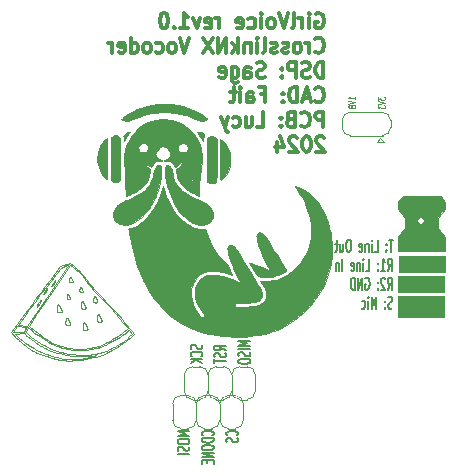
<source format=gbr>
%TF.GenerationSoftware,KiCad,Pcbnew,8.0.1*%
%TF.CreationDate,2024-05-06T13:43:09-07:00*%
%TF.ProjectId,girlvoice,6769726c-766f-4696-9365-2e6b69636164,rev?*%
%TF.SameCoordinates,Original*%
%TF.FileFunction,Legend,Bot*%
%TF.FilePolarity,Positive*%
%FSLAX46Y46*%
G04 Gerber Fmt 4.6, Leading zero omitted, Abs format (unit mm)*
G04 Created by KiCad (PCBNEW 8.0.1) date 2024-05-06 13:43:09*
%MOMM*%
%LPD*%
G01*
G04 APERTURE LIST*
G04 Aperture macros list*
%AMFreePoly0*
4,1,19,0.500000,-0.750000,0.000000,-0.750000,0.000000,-0.744911,-0.071157,-0.744911,-0.207708,-0.704816,-0.327430,-0.627875,-0.420627,-0.520320,-0.479746,-0.390866,-0.500000,-0.250000,-0.500000,0.250000,-0.479746,0.390866,-0.420627,0.520320,-0.327430,0.627875,-0.207708,0.704816,-0.071157,0.744911,0.000000,0.744911,0.000000,0.750000,0.500000,0.750000,0.500000,-0.750000,0.500000,-0.750000,
$1*%
%AMFreePoly1*
4,1,19,0.000000,0.744911,0.071157,0.744911,0.207708,0.704816,0.327430,0.627875,0.420627,0.520320,0.479746,0.390866,0.500000,0.250000,0.500000,-0.250000,0.479746,-0.390866,0.420627,-0.520320,0.327430,-0.627875,0.207708,-0.704816,0.071157,-0.744911,0.000000,-0.744911,0.000000,-0.750000,-0.500000,-0.750000,-0.500000,0.750000,0.000000,0.750000,0.000000,0.744911,0.000000,0.744911,
$1*%
%AMFreePoly2*
4,1,19,0.550000,-0.750000,0.000000,-0.750000,0.000000,-0.744911,-0.071157,-0.744911,-0.207708,-0.704816,-0.327430,-0.627875,-0.420627,-0.520320,-0.479746,-0.390866,-0.500000,-0.250000,-0.500000,0.250000,-0.479746,0.390866,-0.420627,0.520320,-0.327430,0.627875,-0.207708,0.704816,-0.071157,0.744911,0.000000,0.744911,0.000000,0.750000,0.550000,0.750000,0.550000,-0.750000,0.550000,-0.750000,
$1*%
%AMFreePoly3*
4,1,19,0.000000,0.744911,0.071157,0.744911,0.207708,0.704816,0.327430,0.627875,0.420627,0.520320,0.479746,0.390866,0.500000,0.250000,0.500000,-0.250000,0.479746,-0.390866,0.420627,-0.520320,0.327430,-0.627875,0.207708,-0.704816,0.071157,-0.744911,0.000000,-0.744911,0.000000,-0.750000,-0.550000,-0.750000,-0.550000,0.750000,0.000000,0.750000,0.000000,0.744911,0.000000,0.744911,
$1*%
G04 Aperture macros list end*
%ADD10C,0.100000*%
%ADD11C,0.150000*%
%ADD12C,0.300000*%
%ADD13C,0.087312*%
%ADD14C,0.010000*%
%ADD15C,0.120000*%
%ADD16C,0.900000*%
%ADD17C,0.500000*%
%ADD18C,1.600000*%
%ADD19O,1.100000X2.100000*%
%ADD20O,1.100000X2.600000*%
%ADD21FreePoly0,270.000000*%
%ADD22FreePoly1,270.000000*%
%ADD23FreePoly2,180.000000*%
%ADD24R,1.000000X1.500000*%
%ADD25FreePoly3,180.000000*%
G04 APERTURE END LIST*
D10*
X115600000Y-106398269D02*
X119501731Y-106398269D01*
X119501731Y-108200000D01*
X115600000Y-108200000D01*
X115600000Y-106398269D01*
G36*
X115600000Y-106398269D02*
G01*
X119501731Y-106398269D01*
X119501731Y-108200000D01*
X115600000Y-108200000D01*
X115600000Y-106398269D01*
G37*
X115642763Y-103000000D02*
X119557236Y-103000000D01*
X119557236Y-104314473D01*
X115642763Y-104314473D01*
X115642763Y-103000000D01*
G36*
X115642763Y-103000000D02*
G01*
X119557236Y-103000000D01*
X119557236Y-104314473D01*
X115642763Y-104314473D01*
X115642763Y-103000000D01*
G37*
X119600000Y-98400000D02*
X119600000Y-99000000D01*
X119000000Y-99800000D01*
X119000000Y-100600000D01*
X119600000Y-101400000D01*
X119600000Y-102600000D01*
X115600000Y-102600000D01*
X115600000Y-101400000D01*
X116200000Y-100600000D01*
X116200000Y-99800000D01*
X115600000Y-99000000D01*
X115600000Y-98400000D01*
X116000000Y-97900000D01*
X119200000Y-97900000D01*
X119600000Y-98400000D01*
G36*
X119600000Y-98400000D02*
G01*
X119600000Y-99000000D01*
X119000000Y-99800000D01*
X119000000Y-100600000D01*
X119600000Y-101400000D01*
X119600000Y-102600000D01*
X115600000Y-102600000D01*
X115600000Y-101400000D01*
X116200000Y-100600000D01*
X116200000Y-99800000D01*
X115600000Y-99000000D01*
X115600000Y-98400000D01*
X116000000Y-97900000D01*
X119200000Y-97900000D01*
X119600000Y-98400000D01*
G37*
X115600000Y-104685527D02*
X119514473Y-104685527D01*
X119514473Y-106000000D01*
X115600000Y-106000000D01*
X115600000Y-104685527D01*
G36*
X115600000Y-104685527D02*
G01*
X119514473Y-104685527D01*
X119514473Y-106000000D01*
X115600000Y-106000000D01*
X115600000Y-104685527D01*
G37*
D11*
X99874580Y-118184398D02*
X99922200Y-118155826D01*
X99922200Y-118155826D02*
X99969819Y-118070112D01*
X99969819Y-118070112D02*
X99969819Y-118012969D01*
X99969819Y-118012969D02*
X99922200Y-117927255D01*
X99922200Y-117927255D02*
X99826961Y-117870112D01*
X99826961Y-117870112D02*
X99731723Y-117841541D01*
X99731723Y-117841541D02*
X99541247Y-117812969D01*
X99541247Y-117812969D02*
X99398390Y-117812969D01*
X99398390Y-117812969D02*
X99207914Y-117841541D01*
X99207914Y-117841541D02*
X99112676Y-117870112D01*
X99112676Y-117870112D02*
X99017438Y-117927255D01*
X99017438Y-117927255D02*
X98969819Y-118012969D01*
X98969819Y-118012969D02*
X98969819Y-118070112D01*
X98969819Y-118070112D02*
X99017438Y-118155826D01*
X99017438Y-118155826D02*
X99065057Y-118184398D01*
X99969819Y-118441541D02*
X98969819Y-118441541D01*
X98969819Y-118441541D02*
X98969819Y-118584398D01*
X98969819Y-118584398D02*
X99017438Y-118670112D01*
X99017438Y-118670112D02*
X99112676Y-118727255D01*
X99112676Y-118727255D02*
X99207914Y-118755826D01*
X99207914Y-118755826D02*
X99398390Y-118784398D01*
X99398390Y-118784398D02*
X99541247Y-118784398D01*
X99541247Y-118784398D02*
X99731723Y-118755826D01*
X99731723Y-118755826D02*
X99826961Y-118727255D01*
X99826961Y-118727255D02*
X99922200Y-118670112D01*
X99922200Y-118670112D02*
X99969819Y-118584398D01*
X99969819Y-118584398D02*
X99969819Y-118441541D01*
X98969819Y-119155826D02*
X98969819Y-119270112D01*
X98969819Y-119270112D02*
X99017438Y-119327255D01*
X99017438Y-119327255D02*
X99112676Y-119384398D01*
X99112676Y-119384398D02*
X99303152Y-119412969D01*
X99303152Y-119412969D02*
X99636485Y-119412969D01*
X99636485Y-119412969D02*
X99826961Y-119384398D01*
X99826961Y-119384398D02*
X99922200Y-119327255D01*
X99922200Y-119327255D02*
X99969819Y-119270112D01*
X99969819Y-119270112D02*
X99969819Y-119155826D01*
X99969819Y-119155826D02*
X99922200Y-119098684D01*
X99922200Y-119098684D02*
X99826961Y-119041541D01*
X99826961Y-119041541D02*
X99636485Y-119012969D01*
X99636485Y-119012969D02*
X99303152Y-119012969D01*
X99303152Y-119012969D02*
X99112676Y-119041541D01*
X99112676Y-119041541D02*
X99017438Y-119098684D01*
X99017438Y-119098684D02*
X98969819Y-119155826D01*
X99969819Y-119670112D02*
X98969819Y-119670112D01*
X98969819Y-119670112D02*
X99969819Y-120012969D01*
X99969819Y-120012969D02*
X98969819Y-120012969D01*
X99446009Y-120298683D02*
X99446009Y-120498683D01*
X99969819Y-120584397D02*
X99969819Y-120298683D01*
X99969819Y-120298683D02*
X98969819Y-120298683D01*
X98969819Y-120298683D02*
X98969819Y-120584397D01*
D12*
X108638346Y-82472574D02*
X108752632Y-82410669D01*
X108752632Y-82410669D02*
X108924060Y-82410669D01*
X108924060Y-82410669D02*
X109095489Y-82472574D01*
X109095489Y-82472574D02*
X109209774Y-82596384D01*
X109209774Y-82596384D02*
X109266917Y-82720193D01*
X109266917Y-82720193D02*
X109324060Y-82967812D01*
X109324060Y-82967812D02*
X109324060Y-83153526D01*
X109324060Y-83153526D02*
X109266917Y-83401145D01*
X109266917Y-83401145D02*
X109209774Y-83524955D01*
X109209774Y-83524955D02*
X109095489Y-83648765D01*
X109095489Y-83648765D02*
X108924060Y-83710669D01*
X108924060Y-83710669D02*
X108809774Y-83710669D01*
X108809774Y-83710669D02*
X108638346Y-83648765D01*
X108638346Y-83648765D02*
X108581203Y-83586860D01*
X108581203Y-83586860D02*
X108581203Y-83153526D01*
X108581203Y-83153526D02*
X108809774Y-83153526D01*
X108066917Y-83710669D02*
X108066917Y-82844003D01*
X108066917Y-82410669D02*
X108124060Y-82472574D01*
X108124060Y-82472574D02*
X108066917Y-82534479D01*
X108066917Y-82534479D02*
X108009774Y-82472574D01*
X108009774Y-82472574D02*
X108066917Y-82410669D01*
X108066917Y-82410669D02*
X108066917Y-82534479D01*
X107495488Y-83710669D02*
X107495488Y-82844003D01*
X107495488Y-83091622D02*
X107438345Y-82967812D01*
X107438345Y-82967812D02*
X107381203Y-82905907D01*
X107381203Y-82905907D02*
X107266917Y-82844003D01*
X107266917Y-82844003D02*
X107152631Y-82844003D01*
X106581203Y-83710669D02*
X106695488Y-83648765D01*
X106695488Y-83648765D02*
X106752631Y-83524955D01*
X106752631Y-83524955D02*
X106752631Y-82410669D01*
X106295489Y-82410669D02*
X105895489Y-83710669D01*
X105895489Y-83710669D02*
X105495489Y-82410669D01*
X104924061Y-83710669D02*
X105038346Y-83648765D01*
X105038346Y-83648765D02*
X105095489Y-83586860D01*
X105095489Y-83586860D02*
X105152632Y-83463050D01*
X105152632Y-83463050D02*
X105152632Y-83091622D01*
X105152632Y-83091622D02*
X105095489Y-82967812D01*
X105095489Y-82967812D02*
X105038346Y-82905907D01*
X105038346Y-82905907D02*
X104924061Y-82844003D01*
X104924061Y-82844003D02*
X104752632Y-82844003D01*
X104752632Y-82844003D02*
X104638346Y-82905907D01*
X104638346Y-82905907D02*
X104581204Y-82967812D01*
X104581204Y-82967812D02*
X104524061Y-83091622D01*
X104524061Y-83091622D02*
X104524061Y-83463050D01*
X104524061Y-83463050D02*
X104581204Y-83586860D01*
X104581204Y-83586860D02*
X104638346Y-83648765D01*
X104638346Y-83648765D02*
X104752632Y-83710669D01*
X104752632Y-83710669D02*
X104924061Y-83710669D01*
X104009775Y-83710669D02*
X104009775Y-82844003D01*
X104009775Y-82410669D02*
X104066918Y-82472574D01*
X104066918Y-82472574D02*
X104009775Y-82534479D01*
X104009775Y-82534479D02*
X103952632Y-82472574D01*
X103952632Y-82472574D02*
X104009775Y-82410669D01*
X104009775Y-82410669D02*
X104009775Y-82534479D01*
X102924061Y-83648765D02*
X103038346Y-83710669D01*
X103038346Y-83710669D02*
X103266918Y-83710669D01*
X103266918Y-83710669D02*
X103381203Y-83648765D01*
X103381203Y-83648765D02*
X103438346Y-83586860D01*
X103438346Y-83586860D02*
X103495489Y-83463050D01*
X103495489Y-83463050D02*
X103495489Y-83091622D01*
X103495489Y-83091622D02*
X103438346Y-82967812D01*
X103438346Y-82967812D02*
X103381203Y-82905907D01*
X103381203Y-82905907D02*
X103266918Y-82844003D01*
X103266918Y-82844003D02*
X103038346Y-82844003D01*
X103038346Y-82844003D02*
X102924061Y-82905907D01*
X101952632Y-83648765D02*
X102066918Y-83710669D01*
X102066918Y-83710669D02*
X102295490Y-83710669D01*
X102295490Y-83710669D02*
X102409775Y-83648765D01*
X102409775Y-83648765D02*
X102466918Y-83524955D01*
X102466918Y-83524955D02*
X102466918Y-83029717D01*
X102466918Y-83029717D02*
X102409775Y-82905907D01*
X102409775Y-82905907D02*
X102295490Y-82844003D01*
X102295490Y-82844003D02*
X102066918Y-82844003D01*
X102066918Y-82844003D02*
X101952632Y-82905907D01*
X101952632Y-82905907D02*
X101895490Y-83029717D01*
X101895490Y-83029717D02*
X101895490Y-83153526D01*
X101895490Y-83153526D02*
X102466918Y-83277336D01*
X100466918Y-83710669D02*
X100466918Y-82844003D01*
X100466918Y-83091622D02*
X100409775Y-82967812D01*
X100409775Y-82967812D02*
X100352633Y-82905907D01*
X100352633Y-82905907D02*
X100238347Y-82844003D01*
X100238347Y-82844003D02*
X100124061Y-82844003D01*
X99266918Y-83648765D02*
X99381204Y-83710669D01*
X99381204Y-83710669D02*
X99609776Y-83710669D01*
X99609776Y-83710669D02*
X99724061Y-83648765D01*
X99724061Y-83648765D02*
X99781204Y-83524955D01*
X99781204Y-83524955D02*
X99781204Y-83029717D01*
X99781204Y-83029717D02*
X99724061Y-82905907D01*
X99724061Y-82905907D02*
X99609776Y-82844003D01*
X99609776Y-82844003D02*
X99381204Y-82844003D01*
X99381204Y-82844003D02*
X99266918Y-82905907D01*
X99266918Y-82905907D02*
X99209776Y-83029717D01*
X99209776Y-83029717D02*
X99209776Y-83153526D01*
X99209776Y-83153526D02*
X99781204Y-83277336D01*
X98809776Y-82844003D02*
X98524062Y-83710669D01*
X98524062Y-83710669D02*
X98238347Y-82844003D01*
X97152633Y-83710669D02*
X97838347Y-83710669D01*
X97495490Y-83710669D02*
X97495490Y-82410669D01*
X97495490Y-82410669D02*
X97609776Y-82596384D01*
X97609776Y-82596384D02*
X97724061Y-82720193D01*
X97724061Y-82720193D02*
X97838347Y-82782098D01*
X96638347Y-83586860D02*
X96581204Y-83648765D01*
X96581204Y-83648765D02*
X96638347Y-83710669D01*
X96638347Y-83710669D02*
X96695490Y-83648765D01*
X96695490Y-83648765D02*
X96638347Y-83586860D01*
X96638347Y-83586860D02*
X96638347Y-83710669D01*
X95838347Y-82410669D02*
X95724061Y-82410669D01*
X95724061Y-82410669D02*
X95609775Y-82472574D01*
X95609775Y-82472574D02*
X95552633Y-82534479D01*
X95552633Y-82534479D02*
X95495490Y-82658288D01*
X95495490Y-82658288D02*
X95438347Y-82905907D01*
X95438347Y-82905907D02*
X95438347Y-83215431D01*
X95438347Y-83215431D02*
X95495490Y-83463050D01*
X95495490Y-83463050D02*
X95552633Y-83586860D01*
X95552633Y-83586860D02*
X95609775Y-83648765D01*
X95609775Y-83648765D02*
X95724061Y-83710669D01*
X95724061Y-83710669D02*
X95838347Y-83710669D01*
X95838347Y-83710669D02*
X95952633Y-83648765D01*
X95952633Y-83648765D02*
X96009775Y-83586860D01*
X96009775Y-83586860D02*
X96066918Y-83463050D01*
X96066918Y-83463050D02*
X96124061Y-83215431D01*
X96124061Y-83215431D02*
X96124061Y-82905907D01*
X96124061Y-82905907D02*
X96066918Y-82658288D01*
X96066918Y-82658288D02*
X96009775Y-82534479D01*
X96009775Y-82534479D02*
X95952633Y-82472574D01*
X95952633Y-82472574D02*
X95838347Y-82410669D01*
X108581203Y-85679787D02*
X108638346Y-85741692D01*
X108638346Y-85741692D02*
X108809774Y-85803596D01*
X108809774Y-85803596D02*
X108924060Y-85803596D01*
X108924060Y-85803596D02*
X109095489Y-85741692D01*
X109095489Y-85741692D02*
X109209774Y-85617882D01*
X109209774Y-85617882D02*
X109266917Y-85494072D01*
X109266917Y-85494072D02*
X109324060Y-85246453D01*
X109324060Y-85246453D02*
X109324060Y-85060739D01*
X109324060Y-85060739D02*
X109266917Y-84813120D01*
X109266917Y-84813120D02*
X109209774Y-84689311D01*
X109209774Y-84689311D02*
X109095489Y-84565501D01*
X109095489Y-84565501D02*
X108924060Y-84503596D01*
X108924060Y-84503596D02*
X108809774Y-84503596D01*
X108809774Y-84503596D02*
X108638346Y-84565501D01*
X108638346Y-84565501D02*
X108581203Y-84627406D01*
X108066917Y-85803596D02*
X108066917Y-84936930D01*
X108066917Y-85184549D02*
X108009774Y-85060739D01*
X108009774Y-85060739D02*
X107952632Y-84998834D01*
X107952632Y-84998834D02*
X107838346Y-84936930D01*
X107838346Y-84936930D02*
X107724060Y-84936930D01*
X107152632Y-85803596D02*
X107266917Y-85741692D01*
X107266917Y-85741692D02*
X107324060Y-85679787D01*
X107324060Y-85679787D02*
X107381203Y-85555977D01*
X107381203Y-85555977D02*
X107381203Y-85184549D01*
X107381203Y-85184549D02*
X107324060Y-85060739D01*
X107324060Y-85060739D02*
X107266917Y-84998834D01*
X107266917Y-84998834D02*
X107152632Y-84936930D01*
X107152632Y-84936930D02*
X106981203Y-84936930D01*
X106981203Y-84936930D02*
X106866917Y-84998834D01*
X106866917Y-84998834D02*
X106809775Y-85060739D01*
X106809775Y-85060739D02*
X106752632Y-85184549D01*
X106752632Y-85184549D02*
X106752632Y-85555977D01*
X106752632Y-85555977D02*
X106809775Y-85679787D01*
X106809775Y-85679787D02*
X106866917Y-85741692D01*
X106866917Y-85741692D02*
X106981203Y-85803596D01*
X106981203Y-85803596D02*
X107152632Y-85803596D01*
X106295489Y-85741692D02*
X106181203Y-85803596D01*
X106181203Y-85803596D02*
X105952632Y-85803596D01*
X105952632Y-85803596D02*
X105838346Y-85741692D01*
X105838346Y-85741692D02*
X105781203Y-85617882D01*
X105781203Y-85617882D02*
X105781203Y-85555977D01*
X105781203Y-85555977D02*
X105838346Y-85432168D01*
X105838346Y-85432168D02*
X105952632Y-85370263D01*
X105952632Y-85370263D02*
X106124061Y-85370263D01*
X106124061Y-85370263D02*
X106238346Y-85308358D01*
X106238346Y-85308358D02*
X106295489Y-85184549D01*
X106295489Y-85184549D02*
X106295489Y-85122644D01*
X106295489Y-85122644D02*
X106238346Y-84998834D01*
X106238346Y-84998834D02*
X106124061Y-84936930D01*
X106124061Y-84936930D02*
X105952632Y-84936930D01*
X105952632Y-84936930D02*
X105838346Y-84998834D01*
X105324060Y-85741692D02*
X105209774Y-85803596D01*
X105209774Y-85803596D02*
X104981203Y-85803596D01*
X104981203Y-85803596D02*
X104866917Y-85741692D01*
X104866917Y-85741692D02*
X104809774Y-85617882D01*
X104809774Y-85617882D02*
X104809774Y-85555977D01*
X104809774Y-85555977D02*
X104866917Y-85432168D01*
X104866917Y-85432168D02*
X104981203Y-85370263D01*
X104981203Y-85370263D02*
X105152632Y-85370263D01*
X105152632Y-85370263D02*
X105266917Y-85308358D01*
X105266917Y-85308358D02*
X105324060Y-85184549D01*
X105324060Y-85184549D02*
X105324060Y-85122644D01*
X105324060Y-85122644D02*
X105266917Y-84998834D01*
X105266917Y-84998834D02*
X105152632Y-84936930D01*
X105152632Y-84936930D02*
X104981203Y-84936930D01*
X104981203Y-84936930D02*
X104866917Y-84998834D01*
X104124060Y-85803596D02*
X104238345Y-85741692D01*
X104238345Y-85741692D02*
X104295488Y-85617882D01*
X104295488Y-85617882D02*
X104295488Y-84503596D01*
X103666917Y-85803596D02*
X103666917Y-84936930D01*
X103666917Y-84503596D02*
X103724060Y-84565501D01*
X103724060Y-84565501D02*
X103666917Y-84627406D01*
X103666917Y-84627406D02*
X103609774Y-84565501D01*
X103609774Y-84565501D02*
X103666917Y-84503596D01*
X103666917Y-84503596D02*
X103666917Y-84627406D01*
X103095488Y-84936930D02*
X103095488Y-85803596D01*
X103095488Y-85060739D02*
X103038345Y-84998834D01*
X103038345Y-84998834D02*
X102924060Y-84936930D01*
X102924060Y-84936930D02*
X102752631Y-84936930D01*
X102752631Y-84936930D02*
X102638345Y-84998834D01*
X102638345Y-84998834D02*
X102581203Y-85122644D01*
X102581203Y-85122644D02*
X102581203Y-85803596D01*
X102009774Y-85803596D02*
X102009774Y-84503596D01*
X101895489Y-85308358D02*
X101552631Y-85803596D01*
X101552631Y-84936930D02*
X102009774Y-85432168D01*
X101038345Y-85803596D02*
X101038345Y-84503596D01*
X101038345Y-84503596D02*
X100352631Y-85803596D01*
X100352631Y-85803596D02*
X100352631Y-84503596D01*
X99895488Y-84503596D02*
X99095488Y-85803596D01*
X99095488Y-84503596D02*
X99895488Y-85803596D01*
X97895488Y-84503596D02*
X97495488Y-85803596D01*
X97495488Y-85803596D02*
X97095488Y-84503596D01*
X96524060Y-85803596D02*
X96638345Y-85741692D01*
X96638345Y-85741692D02*
X96695488Y-85679787D01*
X96695488Y-85679787D02*
X96752631Y-85555977D01*
X96752631Y-85555977D02*
X96752631Y-85184549D01*
X96752631Y-85184549D02*
X96695488Y-85060739D01*
X96695488Y-85060739D02*
X96638345Y-84998834D01*
X96638345Y-84998834D02*
X96524060Y-84936930D01*
X96524060Y-84936930D02*
X96352631Y-84936930D01*
X96352631Y-84936930D02*
X96238345Y-84998834D01*
X96238345Y-84998834D02*
X96181203Y-85060739D01*
X96181203Y-85060739D02*
X96124060Y-85184549D01*
X96124060Y-85184549D02*
X96124060Y-85555977D01*
X96124060Y-85555977D02*
X96181203Y-85679787D01*
X96181203Y-85679787D02*
X96238345Y-85741692D01*
X96238345Y-85741692D02*
X96352631Y-85803596D01*
X96352631Y-85803596D02*
X96524060Y-85803596D01*
X95095489Y-85741692D02*
X95209774Y-85803596D01*
X95209774Y-85803596D02*
X95438346Y-85803596D01*
X95438346Y-85803596D02*
X95552631Y-85741692D01*
X95552631Y-85741692D02*
X95609774Y-85679787D01*
X95609774Y-85679787D02*
X95666917Y-85555977D01*
X95666917Y-85555977D02*
X95666917Y-85184549D01*
X95666917Y-85184549D02*
X95609774Y-85060739D01*
X95609774Y-85060739D02*
X95552631Y-84998834D01*
X95552631Y-84998834D02*
X95438346Y-84936930D01*
X95438346Y-84936930D02*
X95209774Y-84936930D01*
X95209774Y-84936930D02*
X95095489Y-84998834D01*
X94409775Y-85803596D02*
X94524060Y-85741692D01*
X94524060Y-85741692D02*
X94581203Y-85679787D01*
X94581203Y-85679787D02*
X94638346Y-85555977D01*
X94638346Y-85555977D02*
X94638346Y-85184549D01*
X94638346Y-85184549D02*
X94581203Y-85060739D01*
X94581203Y-85060739D02*
X94524060Y-84998834D01*
X94524060Y-84998834D02*
X94409775Y-84936930D01*
X94409775Y-84936930D02*
X94238346Y-84936930D01*
X94238346Y-84936930D02*
X94124060Y-84998834D01*
X94124060Y-84998834D02*
X94066918Y-85060739D01*
X94066918Y-85060739D02*
X94009775Y-85184549D01*
X94009775Y-85184549D02*
X94009775Y-85555977D01*
X94009775Y-85555977D02*
X94066918Y-85679787D01*
X94066918Y-85679787D02*
X94124060Y-85741692D01*
X94124060Y-85741692D02*
X94238346Y-85803596D01*
X94238346Y-85803596D02*
X94409775Y-85803596D01*
X92981204Y-85803596D02*
X92981204Y-84503596D01*
X92981204Y-85741692D02*
X93095489Y-85803596D01*
X93095489Y-85803596D02*
X93324061Y-85803596D01*
X93324061Y-85803596D02*
X93438346Y-85741692D01*
X93438346Y-85741692D02*
X93495489Y-85679787D01*
X93495489Y-85679787D02*
X93552632Y-85555977D01*
X93552632Y-85555977D02*
X93552632Y-85184549D01*
X93552632Y-85184549D02*
X93495489Y-85060739D01*
X93495489Y-85060739D02*
X93438346Y-84998834D01*
X93438346Y-84998834D02*
X93324061Y-84936930D01*
X93324061Y-84936930D02*
X93095489Y-84936930D01*
X93095489Y-84936930D02*
X92981204Y-84998834D01*
X91952632Y-85741692D02*
X92066918Y-85803596D01*
X92066918Y-85803596D02*
X92295490Y-85803596D01*
X92295490Y-85803596D02*
X92409775Y-85741692D01*
X92409775Y-85741692D02*
X92466918Y-85617882D01*
X92466918Y-85617882D02*
X92466918Y-85122644D01*
X92466918Y-85122644D02*
X92409775Y-84998834D01*
X92409775Y-84998834D02*
X92295490Y-84936930D01*
X92295490Y-84936930D02*
X92066918Y-84936930D01*
X92066918Y-84936930D02*
X91952632Y-84998834D01*
X91952632Y-84998834D02*
X91895490Y-85122644D01*
X91895490Y-85122644D02*
X91895490Y-85246453D01*
X91895490Y-85246453D02*
X92466918Y-85370263D01*
X91381204Y-85803596D02*
X91381204Y-84936930D01*
X91381204Y-85184549D02*
X91324061Y-85060739D01*
X91324061Y-85060739D02*
X91266919Y-84998834D01*
X91266919Y-84998834D02*
X91152633Y-84936930D01*
X91152633Y-84936930D02*
X91038347Y-84936930D01*
X109266917Y-87896523D02*
X109266917Y-86596523D01*
X109266917Y-86596523D02*
X108981203Y-86596523D01*
X108981203Y-86596523D02*
X108809774Y-86658428D01*
X108809774Y-86658428D02*
X108695489Y-86782238D01*
X108695489Y-86782238D02*
X108638346Y-86906047D01*
X108638346Y-86906047D02*
X108581203Y-87153666D01*
X108581203Y-87153666D02*
X108581203Y-87339380D01*
X108581203Y-87339380D02*
X108638346Y-87586999D01*
X108638346Y-87586999D02*
X108695489Y-87710809D01*
X108695489Y-87710809D02*
X108809774Y-87834619D01*
X108809774Y-87834619D02*
X108981203Y-87896523D01*
X108981203Y-87896523D02*
X109266917Y-87896523D01*
X108124060Y-87834619D02*
X107952632Y-87896523D01*
X107952632Y-87896523D02*
X107666917Y-87896523D01*
X107666917Y-87896523D02*
X107552632Y-87834619D01*
X107552632Y-87834619D02*
X107495489Y-87772714D01*
X107495489Y-87772714D02*
X107438346Y-87648904D01*
X107438346Y-87648904D02*
X107438346Y-87525095D01*
X107438346Y-87525095D02*
X107495489Y-87401285D01*
X107495489Y-87401285D02*
X107552632Y-87339380D01*
X107552632Y-87339380D02*
X107666917Y-87277476D01*
X107666917Y-87277476D02*
X107895489Y-87215571D01*
X107895489Y-87215571D02*
X108009774Y-87153666D01*
X108009774Y-87153666D02*
X108066917Y-87091761D01*
X108066917Y-87091761D02*
X108124060Y-86967952D01*
X108124060Y-86967952D02*
X108124060Y-86844142D01*
X108124060Y-86844142D02*
X108066917Y-86720333D01*
X108066917Y-86720333D02*
X108009774Y-86658428D01*
X108009774Y-86658428D02*
X107895489Y-86596523D01*
X107895489Y-86596523D02*
X107609774Y-86596523D01*
X107609774Y-86596523D02*
X107438346Y-86658428D01*
X106924060Y-87896523D02*
X106924060Y-86596523D01*
X106924060Y-86596523D02*
X106466917Y-86596523D01*
X106466917Y-86596523D02*
X106352632Y-86658428D01*
X106352632Y-86658428D02*
X106295489Y-86720333D01*
X106295489Y-86720333D02*
X106238346Y-86844142D01*
X106238346Y-86844142D02*
X106238346Y-87029857D01*
X106238346Y-87029857D02*
X106295489Y-87153666D01*
X106295489Y-87153666D02*
X106352632Y-87215571D01*
X106352632Y-87215571D02*
X106466917Y-87277476D01*
X106466917Y-87277476D02*
X106924060Y-87277476D01*
X105724060Y-87772714D02*
X105666917Y-87834619D01*
X105666917Y-87834619D02*
X105724060Y-87896523D01*
X105724060Y-87896523D02*
X105781203Y-87834619D01*
X105781203Y-87834619D02*
X105724060Y-87772714D01*
X105724060Y-87772714D02*
X105724060Y-87896523D01*
X105724060Y-87091761D02*
X105666917Y-87153666D01*
X105666917Y-87153666D02*
X105724060Y-87215571D01*
X105724060Y-87215571D02*
X105781203Y-87153666D01*
X105781203Y-87153666D02*
X105724060Y-87091761D01*
X105724060Y-87091761D02*
X105724060Y-87215571D01*
X104295488Y-87834619D02*
X104124060Y-87896523D01*
X104124060Y-87896523D02*
X103838345Y-87896523D01*
X103838345Y-87896523D02*
X103724060Y-87834619D01*
X103724060Y-87834619D02*
X103666917Y-87772714D01*
X103666917Y-87772714D02*
X103609774Y-87648904D01*
X103609774Y-87648904D02*
X103609774Y-87525095D01*
X103609774Y-87525095D02*
X103666917Y-87401285D01*
X103666917Y-87401285D02*
X103724060Y-87339380D01*
X103724060Y-87339380D02*
X103838345Y-87277476D01*
X103838345Y-87277476D02*
X104066917Y-87215571D01*
X104066917Y-87215571D02*
X104181202Y-87153666D01*
X104181202Y-87153666D02*
X104238345Y-87091761D01*
X104238345Y-87091761D02*
X104295488Y-86967952D01*
X104295488Y-86967952D02*
X104295488Y-86844142D01*
X104295488Y-86844142D02*
X104238345Y-86720333D01*
X104238345Y-86720333D02*
X104181202Y-86658428D01*
X104181202Y-86658428D02*
X104066917Y-86596523D01*
X104066917Y-86596523D02*
X103781202Y-86596523D01*
X103781202Y-86596523D02*
X103609774Y-86658428D01*
X102581203Y-87896523D02*
X102581203Y-87215571D01*
X102581203Y-87215571D02*
X102638345Y-87091761D01*
X102638345Y-87091761D02*
X102752631Y-87029857D01*
X102752631Y-87029857D02*
X102981203Y-87029857D01*
X102981203Y-87029857D02*
X103095488Y-87091761D01*
X102581203Y-87834619D02*
X102695488Y-87896523D01*
X102695488Y-87896523D02*
X102981203Y-87896523D01*
X102981203Y-87896523D02*
X103095488Y-87834619D01*
X103095488Y-87834619D02*
X103152631Y-87710809D01*
X103152631Y-87710809D02*
X103152631Y-87586999D01*
X103152631Y-87586999D02*
X103095488Y-87463190D01*
X103095488Y-87463190D02*
X102981203Y-87401285D01*
X102981203Y-87401285D02*
X102695488Y-87401285D01*
X102695488Y-87401285D02*
X102581203Y-87339380D01*
X101495489Y-87029857D02*
X101495489Y-88082238D01*
X101495489Y-88082238D02*
X101552631Y-88206047D01*
X101552631Y-88206047D02*
X101609774Y-88267952D01*
X101609774Y-88267952D02*
X101724060Y-88329857D01*
X101724060Y-88329857D02*
X101895489Y-88329857D01*
X101895489Y-88329857D02*
X102009774Y-88267952D01*
X101495489Y-87834619D02*
X101609774Y-87896523D01*
X101609774Y-87896523D02*
X101838346Y-87896523D01*
X101838346Y-87896523D02*
X101952631Y-87834619D01*
X101952631Y-87834619D02*
X102009774Y-87772714D01*
X102009774Y-87772714D02*
X102066917Y-87648904D01*
X102066917Y-87648904D02*
X102066917Y-87277476D01*
X102066917Y-87277476D02*
X102009774Y-87153666D01*
X102009774Y-87153666D02*
X101952631Y-87091761D01*
X101952631Y-87091761D02*
X101838346Y-87029857D01*
X101838346Y-87029857D02*
X101609774Y-87029857D01*
X101609774Y-87029857D02*
X101495489Y-87091761D01*
X100466917Y-87834619D02*
X100581203Y-87896523D01*
X100581203Y-87896523D02*
X100809775Y-87896523D01*
X100809775Y-87896523D02*
X100924060Y-87834619D01*
X100924060Y-87834619D02*
X100981203Y-87710809D01*
X100981203Y-87710809D02*
X100981203Y-87215571D01*
X100981203Y-87215571D02*
X100924060Y-87091761D01*
X100924060Y-87091761D02*
X100809775Y-87029857D01*
X100809775Y-87029857D02*
X100581203Y-87029857D01*
X100581203Y-87029857D02*
X100466917Y-87091761D01*
X100466917Y-87091761D02*
X100409775Y-87215571D01*
X100409775Y-87215571D02*
X100409775Y-87339380D01*
X100409775Y-87339380D02*
X100981203Y-87463190D01*
X108581203Y-89865641D02*
X108638346Y-89927546D01*
X108638346Y-89927546D02*
X108809774Y-89989450D01*
X108809774Y-89989450D02*
X108924060Y-89989450D01*
X108924060Y-89989450D02*
X109095489Y-89927546D01*
X109095489Y-89927546D02*
X109209774Y-89803736D01*
X109209774Y-89803736D02*
X109266917Y-89679926D01*
X109266917Y-89679926D02*
X109324060Y-89432307D01*
X109324060Y-89432307D02*
X109324060Y-89246593D01*
X109324060Y-89246593D02*
X109266917Y-88998974D01*
X109266917Y-88998974D02*
X109209774Y-88875165D01*
X109209774Y-88875165D02*
X109095489Y-88751355D01*
X109095489Y-88751355D02*
X108924060Y-88689450D01*
X108924060Y-88689450D02*
X108809774Y-88689450D01*
X108809774Y-88689450D02*
X108638346Y-88751355D01*
X108638346Y-88751355D02*
X108581203Y-88813260D01*
X108124060Y-89618022D02*
X107552632Y-89618022D01*
X108238346Y-89989450D02*
X107838346Y-88689450D01*
X107838346Y-88689450D02*
X107438346Y-89989450D01*
X107038346Y-89989450D02*
X107038346Y-88689450D01*
X107038346Y-88689450D02*
X106752632Y-88689450D01*
X106752632Y-88689450D02*
X106581203Y-88751355D01*
X106581203Y-88751355D02*
X106466918Y-88875165D01*
X106466918Y-88875165D02*
X106409775Y-88998974D01*
X106409775Y-88998974D02*
X106352632Y-89246593D01*
X106352632Y-89246593D02*
X106352632Y-89432307D01*
X106352632Y-89432307D02*
X106409775Y-89679926D01*
X106409775Y-89679926D02*
X106466918Y-89803736D01*
X106466918Y-89803736D02*
X106581203Y-89927546D01*
X106581203Y-89927546D02*
X106752632Y-89989450D01*
X106752632Y-89989450D02*
X107038346Y-89989450D01*
X105838346Y-89865641D02*
X105781203Y-89927546D01*
X105781203Y-89927546D02*
X105838346Y-89989450D01*
X105838346Y-89989450D02*
X105895489Y-89927546D01*
X105895489Y-89927546D02*
X105838346Y-89865641D01*
X105838346Y-89865641D02*
X105838346Y-89989450D01*
X105838346Y-89184688D02*
X105781203Y-89246593D01*
X105781203Y-89246593D02*
X105838346Y-89308498D01*
X105838346Y-89308498D02*
X105895489Y-89246593D01*
X105895489Y-89246593D02*
X105838346Y-89184688D01*
X105838346Y-89184688D02*
X105838346Y-89308498D01*
X103952631Y-89308498D02*
X104352631Y-89308498D01*
X104352631Y-89989450D02*
X104352631Y-88689450D01*
X104352631Y-88689450D02*
X103781203Y-88689450D01*
X102809775Y-89989450D02*
X102809775Y-89308498D01*
X102809775Y-89308498D02*
X102866917Y-89184688D01*
X102866917Y-89184688D02*
X102981203Y-89122784D01*
X102981203Y-89122784D02*
X103209775Y-89122784D01*
X103209775Y-89122784D02*
X103324060Y-89184688D01*
X102809775Y-89927546D02*
X102924060Y-89989450D01*
X102924060Y-89989450D02*
X103209775Y-89989450D01*
X103209775Y-89989450D02*
X103324060Y-89927546D01*
X103324060Y-89927546D02*
X103381203Y-89803736D01*
X103381203Y-89803736D02*
X103381203Y-89679926D01*
X103381203Y-89679926D02*
X103324060Y-89556117D01*
X103324060Y-89556117D02*
X103209775Y-89494212D01*
X103209775Y-89494212D02*
X102924060Y-89494212D01*
X102924060Y-89494212D02*
X102809775Y-89432307D01*
X102238346Y-89989450D02*
X102238346Y-89122784D01*
X102238346Y-88689450D02*
X102295489Y-88751355D01*
X102295489Y-88751355D02*
X102238346Y-88813260D01*
X102238346Y-88813260D02*
X102181203Y-88751355D01*
X102181203Y-88751355D02*
X102238346Y-88689450D01*
X102238346Y-88689450D02*
X102238346Y-88813260D01*
X101838346Y-89122784D02*
X101381203Y-89122784D01*
X101666917Y-88689450D02*
X101666917Y-89803736D01*
X101666917Y-89803736D02*
X101609774Y-89927546D01*
X101609774Y-89927546D02*
X101495489Y-89989450D01*
X101495489Y-89989450D02*
X101381203Y-89989450D01*
X109266917Y-92082377D02*
X109266917Y-90782377D01*
X109266917Y-90782377D02*
X108809774Y-90782377D01*
X108809774Y-90782377D02*
X108695489Y-90844282D01*
X108695489Y-90844282D02*
X108638346Y-90906187D01*
X108638346Y-90906187D02*
X108581203Y-91029996D01*
X108581203Y-91029996D02*
X108581203Y-91215711D01*
X108581203Y-91215711D02*
X108638346Y-91339520D01*
X108638346Y-91339520D02*
X108695489Y-91401425D01*
X108695489Y-91401425D02*
X108809774Y-91463330D01*
X108809774Y-91463330D02*
X109266917Y-91463330D01*
X107381203Y-91958568D02*
X107438346Y-92020473D01*
X107438346Y-92020473D02*
X107609774Y-92082377D01*
X107609774Y-92082377D02*
X107724060Y-92082377D01*
X107724060Y-92082377D02*
X107895489Y-92020473D01*
X107895489Y-92020473D02*
X108009774Y-91896663D01*
X108009774Y-91896663D02*
X108066917Y-91772853D01*
X108066917Y-91772853D02*
X108124060Y-91525234D01*
X108124060Y-91525234D02*
X108124060Y-91339520D01*
X108124060Y-91339520D02*
X108066917Y-91091901D01*
X108066917Y-91091901D02*
X108009774Y-90968092D01*
X108009774Y-90968092D02*
X107895489Y-90844282D01*
X107895489Y-90844282D02*
X107724060Y-90782377D01*
X107724060Y-90782377D02*
X107609774Y-90782377D01*
X107609774Y-90782377D02*
X107438346Y-90844282D01*
X107438346Y-90844282D02*
X107381203Y-90906187D01*
X106466917Y-91401425D02*
X106295489Y-91463330D01*
X106295489Y-91463330D02*
X106238346Y-91525234D01*
X106238346Y-91525234D02*
X106181203Y-91649044D01*
X106181203Y-91649044D02*
X106181203Y-91834758D01*
X106181203Y-91834758D02*
X106238346Y-91958568D01*
X106238346Y-91958568D02*
X106295489Y-92020473D01*
X106295489Y-92020473D02*
X106409774Y-92082377D01*
X106409774Y-92082377D02*
X106866917Y-92082377D01*
X106866917Y-92082377D02*
X106866917Y-90782377D01*
X106866917Y-90782377D02*
X106466917Y-90782377D01*
X106466917Y-90782377D02*
X106352632Y-90844282D01*
X106352632Y-90844282D02*
X106295489Y-90906187D01*
X106295489Y-90906187D02*
X106238346Y-91029996D01*
X106238346Y-91029996D02*
X106238346Y-91153806D01*
X106238346Y-91153806D02*
X106295489Y-91277615D01*
X106295489Y-91277615D02*
X106352632Y-91339520D01*
X106352632Y-91339520D02*
X106466917Y-91401425D01*
X106466917Y-91401425D02*
X106866917Y-91401425D01*
X105666917Y-91958568D02*
X105609774Y-92020473D01*
X105609774Y-92020473D02*
X105666917Y-92082377D01*
X105666917Y-92082377D02*
X105724060Y-92020473D01*
X105724060Y-92020473D02*
X105666917Y-91958568D01*
X105666917Y-91958568D02*
X105666917Y-92082377D01*
X105666917Y-91277615D02*
X105609774Y-91339520D01*
X105609774Y-91339520D02*
X105666917Y-91401425D01*
X105666917Y-91401425D02*
X105724060Y-91339520D01*
X105724060Y-91339520D02*
X105666917Y-91277615D01*
X105666917Y-91277615D02*
X105666917Y-91401425D01*
X103609774Y-92082377D02*
X104181202Y-92082377D01*
X104181202Y-92082377D02*
X104181202Y-90782377D01*
X102695488Y-91215711D02*
X102695488Y-92082377D01*
X103209773Y-91215711D02*
X103209773Y-91896663D01*
X103209773Y-91896663D02*
X103152630Y-92020473D01*
X103152630Y-92020473D02*
X103038345Y-92082377D01*
X103038345Y-92082377D02*
X102866916Y-92082377D01*
X102866916Y-92082377D02*
X102752630Y-92020473D01*
X102752630Y-92020473D02*
X102695488Y-91958568D01*
X101609774Y-92020473D02*
X101724059Y-92082377D01*
X101724059Y-92082377D02*
X101952631Y-92082377D01*
X101952631Y-92082377D02*
X102066916Y-92020473D01*
X102066916Y-92020473D02*
X102124059Y-91958568D01*
X102124059Y-91958568D02*
X102181202Y-91834758D01*
X102181202Y-91834758D02*
X102181202Y-91463330D01*
X102181202Y-91463330D02*
X102124059Y-91339520D01*
X102124059Y-91339520D02*
X102066916Y-91277615D01*
X102066916Y-91277615D02*
X101952631Y-91215711D01*
X101952631Y-91215711D02*
X101724059Y-91215711D01*
X101724059Y-91215711D02*
X101609774Y-91277615D01*
X101209774Y-91215711D02*
X100924060Y-92082377D01*
X100638345Y-91215711D02*
X100924060Y-92082377D01*
X100924060Y-92082377D02*
X101038345Y-92391901D01*
X101038345Y-92391901D02*
X101095488Y-92453806D01*
X101095488Y-92453806D02*
X101209774Y-92515711D01*
X109324060Y-92999114D02*
X109266917Y-92937209D01*
X109266917Y-92937209D02*
X109152632Y-92875304D01*
X109152632Y-92875304D02*
X108866917Y-92875304D01*
X108866917Y-92875304D02*
X108752632Y-92937209D01*
X108752632Y-92937209D02*
X108695489Y-92999114D01*
X108695489Y-92999114D02*
X108638346Y-93122923D01*
X108638346Y-93122923D02*
X108638346Y-93246733D01*
X108638346Y-93246733D02*
X108695489Y-93432447D01*
X108695489Y-93432447D02*
X109381203Y-94175304D01*
X109381203Y-94175304D02*
X108638346Y-94175304D01*
X107895489Y-92875304D02*
X107781203Y-92875304D01*
X107781203Y-92875304D02*
X107666917Y-92937209D01*
X107666917Y-92937209D02*
X107609775Y-92999114D01*
X107609775Y-92999114D02*
X107552632Y-93122923D01*
X107552632Y-93122923D02*
X107495489Y-93370542D01*
X107495489Y-93370542D02*
X107495489Y-93680066D01*
X107495489Y-93680066D02*
X107552632Y-93927685D01*
X107552632Y-93927685D02*
X107609775Y-94051495D01*
X107609775Y-94051495D02*
X107666917Y-94113400D01*
X107666917Y-94113400D02*
X107781203Y-94175304D01*
X107781203Y-94175304D02*
X107895489Y-94175304D01*
X107895489Y-94175304D02*
X108009775Y-94113400D01*
X108009775Y-94113400D02*
X108066917Y-94051495D01*
X108066917Y-94051495D02*
X108124060Y-93927685D01*
X108124060Y-93927685D02*
X108181203Y-93680066D01*
X108181203Y-93680066D02*
X108181203Y-93370542D01*
X108181203Y-93370542D02*
X108124060Y-93122923D01*
X108124060Y-93122923D02*
X108066917Y-92999114D01*
X108066917Y-92999114D02*
X108009775Y-92937209D01*
X108009775Y-92937209D02*
X107895489Y-92875304D01*
X107038346Y-92999114D02*
X106981203Y-92937209D01*
X106981203Y-92937209D02*
X106866918Y-92875304D01*
X106866918Y-92875304D02*
X106581203Y-92875304D01*
X106581203Y-92875304D02*
X106466918Y-92937209D01*
X106466918Y-92937209D02*
X106409775Y-92999114D01*
X106409775Y-92999114D02*
X106352632Y-93122923D01*
X106352632Y-93122923D02*
X106352632Y-93246733D01*
X106352632Y-93246733D02*
X106409775Y-93432447D01*
X106409775Y-93432447D02*
X107095489Y-94175304D01*
X107095489Y-94175304D02*
X106352632Y-94175304D01*
X105324061Y-93308638D02*
X105324061Y-94175304D01*
X105609775Y-92813400D02*
X105895489Y-93741971D01*
X105895489Y-93741971D02*
X105152632Y-93741971D01*
D10*
X113871371Y-89522931D02*
X113871371Y-89770550D01*
X113871371Y-89770550D02*
X114099942Y-89637217D01*
X114099942Y-89637217D02*
X114099942Y-89694360D01*
X114099942Y-89694360D02*
X114128514Y-89732455D01*
X114128514Y-89732455D02*
X114157085Y-89751503D01*
X114157085Y-89751503D02*
X114214228Y-89770550D01*
X114214228Y-89770550D02*
X114357085Y-89770550D01*
X114357085Y-89770550D02*
X114414228Y-89751503D01*
X114414228Y-89751503D02*
X114442800Y-89732455D01*
X114442800Y-89732455D02*
X114471371Y-89694360D01*
X114471371Y-89694360D02*
X114471371Y-89580074D01*
X114471371Y-89580074D02*
X114442800Y-89541979D01*
X114442800Y-89541979D02*
X114414228Y-89522931D01*
X113871371Y-89884836D02*
X114471371Y-90018169D01*
X114471371Y-90018169D02*
X113871371Y-90151502D01*
X113871371Y-90246740D02*
X113871371Y-90494359D01*
X113871371Y-90494359D02*
X114099942Y-90361026D01*
X114099942Y-90361026D02*
X114099942Y-90418169D01*
X114099942Y-90418169D02*
X114128514Y-90456264D01*
X114128514Y-90456264D02*
X114157085Y-90475312D01*
X114157085Y-90475312D02*
X114214228Y-90494359D01*
X114214228Y-90494359D02*
X114357085Y-90494359D01*
X114357085Y-90494359D02*
X114414228Y-90475312D01*
X114414228Y-90475312D02*
X114442800Y-90456264D01*
X114442800Y-90456264D02*
X114471371Y-90418169D01*
X114471371Y-90418169D02*
X114471371Y-90303883D01*
X114471371Y-90303883D02*
X114442800Y-90265788D01*
X114442800Y-90265788D02*
X114414228Y-90246740D01*
D11*
X101924580Y-118184398D02*
X101972200Y-118155826D01*
X101972200Y-118155826D02*
X102019819Y-118070112D01*
X102019819Y-118070112D02*
X102019819Y-118012969D01*
X102019819Y-118012969D02*
X101972200Y-117927255D01*
X101972200Y-117927255D02*
X101876961Y-117870112D01*
X101876961Y-117870112D02*
X101781723Y-117841541D01*
X101781723Y-117841541D02*
X101591247Y-117812969D01*
X101591247Y-117812969D02*
X101448390Y-117812969D01*
X101448390Y-117812969D02*
X101257914Y-117841541D01*
X101257914Y-117841541D02*
X101162676Y-117870112D01*
X101162676Y-117870112D02*
X101067438Y-117927255D01*
X101067438Y-117927255D02*
X101019819Y-118012969D01*
X101019819Y-118012969D02*
X101019819Y-118070112D01*
X101019819Y-118070112D02*
X101067438Y-118155826D01*
X101067438Y-118155826D02*
X101115057Y-118184398D01*
X101972200Y-118412969D02*
X102019819Y-118498684D01*
X102019819Y-118498684D02*
X102019819Y-118641541D01*
X102019819Y-118641541D02*
X101972200Y-118698684D01*
X101972200Y-118698684D02*
X101924580Y-118727255D01*
X101924580Y-118727255D02*
X101829342Y-118755826D01*
X101829342Y-118755826D02*
X101734104Y-118755826D01*
X101734104Y-118755826D02*
X101638866Y-118727255D01*
X101638866Y-118727255D02*
X101591247Y-118698684D01*
X101591247Y-118698684D02*
X101543628Y-118641541D01*
X101543628Y-118641541D02*
X101496009Y-118527255D01*
X101496009Y-118527255D02*
X101448390Y-118470112D01*
X101448390Y-118470112D02*
X101400771Y-118441541D01*
X101400771Y-118441541D02*
X101305533Y-118412969D01*
X101305533Y-118412969D02*
X101210295Y-118412969D01*
X101210295Y-118412969D02*
X101115057Y-118441541D01*
X101115057Y-118441541D02*
X101067438Y-118470112D01*
X101067438Y-118470112D02*
X101019819Y-118527255D01*
X101019819Y-118527255D02*
X101019819Y-118670112D01*
X101019819Y-118670112D02*
X101067438Y-118755826D01*
X115144173Y-101614987D02*
X114801316Y-101614987D01*
X114972744Y-102614987D02*
X114972744Y-101614987D01*
X114601315Y-102519748D02*
X114572744Y-102567368D01*
X114572744Y-102567368D02*
X114601315Y-102614987D01*
X114601315Y-102614987D02*
X114629887Y-102567368D01*
X114629887Y-102567368D02*
X114601315Y-102519748D01*
X114601315Y-102519748D02*
X114601315Y-102614987D01*
X114601315Y-101995939D02*
X114572744Y-102043558D01*
X114572744Y-102043558D02*
X114601315Y-102091177D01*
X114601315Y-102091177D02*
X114629887Y-102043558D01*
X114629887Y-102043558D02*
X114601315Y-101995939D01*
X114601315Y-101995939D02*
X114601315Y-102091177D01*
X113572744Y-102614987D02*
X113858458Y-102614987D01*
X113858458Y-102614987D02*
X113858458Y-101614987D01*
X113372744Y-102614987D02*
X113372744Y-101948320D01*
X113372744Y-101614987D02*
X113401316Y-101662606D01*
X113401316Y-101662606D02*
X113372744Y-101710225D01*
X113372744Y-101710225D02*
X113344173Y-101662606D01*
X113344173Y-101662606D02*
X113372744Y-101614987D01*
X113372744Y-101614987D02*
X113372744Y-101710225D01*
X113087030Y-101948320D02*
X113087030Y-102614987D01*
X113087030Y-102043558D02*
X113058459Y-101995939D01*
X113058459Y-101995939D02*
X113001316Y-101948320D01*
X113001316Y-101948320D02*
X112915602Y-101948320D01*
X112915602Y-101948320D02*
X112858459Y-101995939D01*
X112858459Y-101995939D02*
X112829888Y-102091177D01*
X112829888Y-102091177D02*
X112829888Y-102614987D01*
X112315602Y-102567368D02*
X112372745Y-102614987D01*
X112372745Y-102614987D02*
X112487031Y-102614987D01*
X112487031Y-102614987D02*
X112544173Y-102567368D01*
X112544173Y-102567368D02*
X112572745Y-102472129D01*
X112572745Y-102472129D02*
X112572745Y-102091177D01*
X112572745Y-102091177D02*
X112544173Y-101995939D01*
X112544173Y-101995939D02*
X112487031Y-101948320D01*
X112487031Y-101948320D02*
X112372745Y-101948320D01*
X112372745Y-101948320D02*
X112315602Y-101995939D01*
X112315602Y-101995939D02*
X112287031Y-102091177D01*
X112287031Y-102091177D02*
X112287031Y-102186415D01*
X112287031Y-102186415D02*
X112572745Y-102281653D01*
X111458459Y-101614987D02*
X111344173Y-101614987D01*
X111344173Y-101614987D02*
X111287030Y-101662606D01*
X111287030Y-101662606D02*
X111229887Y-101757844D01*
X111229887Y-101757844D02*
X111201316Y-101948320D01*
X111201316Y-101948320D02*
X111201316Y-102281653D01*
X111201316Y-102281653D02*
X111229887Y-102472129D01*
X111229887Y-102472129D02*
X111287030Y-102567368D01*
X111287030Y-102567368D02*
X111344173Y-102614987D01*
X111344173Y-102614987D02*
X111458459Y-102614987D01*
X111458459Y-102614987D02*
X111515602Y-102567368D01*
X111515602Y-102567368D02*
X111572744Y-102472129D01*
X111572744Y-102472129D02*
X111601316Y-102281653D01*
X111601316Y-102281653D02*
X111601316Y-101948320D01*
X111601316Y-101948320D02*
X111572744Y-101757844D01*
X111572744Y-101757844D02*
X111515602Y-101662606D01*
X111515602Y-101662606D02*
X111458459Y-101614987D01*
X110687031Y-101948320D02*
X110687031Y-102614987D01*
X110944173Y-101948320D02*
X110944173Y-102472129D01*
X110944173Y-102472129D02*
X110915602Y-102567368D01*
X110915602Y-102567368D02*
X110858459Y-102614987D01*
X110858459Y-102614987D02*
X110772745Y-102614987D01*
X110772745Y-102614987D02*
X110715602Y-102567368D01*
X110715602Y-102567368D02*
X110687031Y-102519748D01*
X110487031Y-101948320D02*
X110258459Y-101948320D01*
X110401316Y-101614987D02*
X110401316Y-102472129D01*
X110401316Y-102472129D02*
X110372745Y-102567368D01*
X110372745Y-102567368D02*
X110315602Y-102614987D01*
X110315602Y-102614987D02*
X110258459Y-102614987D01*
X114715601Y-104224931D02*
X114915601Y-103748740D01*
X115058458Y-104224931D02*
X115058458Y-103224931D01*
X115058458Y-103224931D02*
X114829887Y-103224931D01*
X114829887Y-103224931D02*
X114772744Y-103272550D01*
X114772744Y-103272550D02*
X114744173Y-103320169D01*
X114744173Y-103320169D02*
X114715601Y-103415407D01*
X114715601Y-103415407D02*
X114715601Y-103558264D01*
X114715601Y-103558264D02*
X114744173Y-103653502D01*
X114744173Y-103653502D02*
X114772744Y-103701121D01*
X114772744Y-103701121D02*
X114829887Y-103748740D01*
X114829887Y-103748740D02*
X115058458Y-103748740D01*
X114144173Y-104224931D02*
X114487030Y-104224931D01*
X114315601Y-104224931D02*
X114315601Y-103224931D01*
X114315601Y-103224931D02*
X114372744Y-103367788D01*
X114372744Y-103367788D02*
X114429887Y-103463026D01*
X114429887Y-103463026D02*
X114487030Y-103510645D01*
X113887029Y-104129692D02*
X113858458Y-104177312D01*
X113858458Y-104177312D02*
X113887029Y-104224931D01*
X113887029Y-104224931D02*
X113915601Y-104177312D01*
X113915601Y-104177312D02*
X113887029Y-104129692D01*
X113887029Y-104129692D02*
X113887029Y-104224931D01*
X113887029Y-103605883D02*
X113858458Y-103653502D01*
X113858458Y-103653502D02*
X113887029Y-103701121D01*
X113887029Y-103701121D02*
X113915601Y-103653502D01*
X113915601Y-103653502D02*
X113887029Y-103605883D01*
X113887029Y-103605883D02*
X113887029Y-103701121D01*
X112858458Y-104224931D02*
X113144172Y-104224931D01*
X113144172Y-104224931D02*
X113144172Y-103224931D01*
X112658458Y-104224931D02*
X112658458Y-103558264D01*
X112658458Y-103224931D02*
X112687030Y-103272550D01*
X112687030Y-103272550D02*
X112658458Y-103320169D01*
X112658458Y-103320169D02*
X112629887Y-103272550D01*
X112629887Y-103272550D02*
X112658458Y-103224931D01*
X112658458Y-103224931D02*
X112658458Y-103320169D01*
X112372744Y-103558264D02*
X112372744Y-104224931D01*
X112372744Y-103653502D02*
X112344173Y-103605883D01*
X112344173Y-103605883D02*
X112287030Y-103558264D01*
X112287030Y-103558264D02*
X112201316Y-103558264D01*
X112201316Y-103558264D02*
X112144173Y-103605883D01*
X112144173Y-103605883D02*
X112115602Y-103701121D01*
X112115602Y-103701121D02*
X112115602Y-104224931D01*
X111601316Y-104177312D02*
X111658459Y-104224931D01*
X111658459Y-104224931D02*
X111772745Y-104224931D01*
X111772745Y-104224931D02*
X111829887Y-104177312D01*
X111829887Y-104177312D02*
X111858459Y-104082073D01*
X111858459Y-104082073D02*
X111858459Y-103701121D01*
X111858459Y-103701121D02*
X111829887Y-103605883D01*
X111829887Y-103605883D02*
X111772745Y-103558264D01*
X111772745Y-103558264D02*
X111658459Y-103558264D01*
X111658459Y-103558264D02*
X111601316Y-103605883D01*
X111601316Y-103605883D02*
X111572745Y-103701121D01*
X111572745Y-103701121D02*
X111572745Y-103796359D01*
X111572745Y-103796359D02*
X111858459Y-103891597D01*
X110858458Y-104224931D02*
X110858458Y-103224931D01*
X110572744Y-103558264D02*
X110572744Y-104224931D01*
X110572744Y-103653502D02*
X110544173Y-103605883D01*
X110544173Y-103605883D02*
X110487030Y-103558264D01*
X110487030Y-103558264D02*
X110401316Y-103558264D01*
X110401316Y-103558264D02*
X110344173Y-103605883D01*
X110344173Y-103605883D02*
X110315602Y-103701121D01*
X110315602Y-103701121D02*
X110315602Y-104224931D01*
X114715601Y-105834875D02*
X114915601Y-105358684D01*
X115058458Y-105834875D02*
X115058458Y-104834875D01*
X115058458Y-104834875D02*
X114829887Y-104834875D01*
X114829887Y-104834875D02*
X114772744Y-104882494D01*
X114772744Y-104882494D02*
X114744173Y-104930113D01*
X114744173Y-104930113D02*
X114715601Y-105025351D01*
X114715601Y-105025351D02*
X114715601Y-105168208D01*
X114715601Y-105168208D02*
X114744173Y-105263446D01*
X114744173Y-105263446D02*
X114772744Y-105311065D01*
X114772744Y-105311065D02*
X114829887Y-105358684D01*
X114829887Y-105358684D02*
X115058458Y-105358684D01*
X114487030Y-104930113D02*
X114458458Y-104882494D01*
X114458458Y-104882494D02*
X114401316Y-104834875D01*
X114401316Y-104834875D02*
X114258458Y-104834875D01*
X114258458Y-104834875D02*
X114201316Y-104882494D01*
X114201316Y-104882494D02*
X114172744Y-104930113D01*
X114172744Y-104930113D02*
X114144173Y-105025351D01*
X114144173Y-105025351D02*
X114144173Y-105120589D01*
X114144173Y-105120589D02*
X114172744Y-105263446D01*
X114172744Y-105263446D02*
X114515601Y-105834875D01*
X114515601Y-105834875D02*
X114144173Y-105834875D01*
X113887029Y-105739636D02*
X113858458Y-105787256D01*
X113858458Y-105787256D02*
X113887029Y-105834875D01*
X113887029Y-105834875D02*
X113915601Y-105787256D01*
X113915601Y-105787256D02*
X113887029Y-105739636D01*
X113887029Y-105739636D02*
X113887029Y-105834875D01*
X113887029Y-105215827D02*
X113858458Y-105263446D01*
X113858458Y-105263446D02*
X113887029Y-105311065D01*
X113887029Y-105311065D02*
X113915601Y-105263446D01*
X113915601Y-105263446D02*
X113887029Y-105215827D01*
X113887029Y-105215827D02*
X113887029Y-105311065D01*
X112829887Y-104882494D02*
X112887030Y-104834875D01*
X112887030Y-104834875D02*
X112972744Y-104834875D01*
X112972744Y-104834875D02*
X113058458Y-104882494D01*
X113058458Y-104882494D02*
X113115601Y-104977732D01*
X113115601Y-104977732D02*
X113144172Y-105072970D01*
X113144172Y-105072970D02*
X113172744Y-105263446D01*
X113172744Y-105263446D02*
X113172744Y-105406303D01*
X113172744Y-105406303D02*
X113144172Y-105596779D01*
X113144172Y-105596779D02*
X113115601Y-105692017D01*
X113115601Y-105692017D02*
X113058458Y-105787256D01*
X113058458Y-105787256D02*
X112972744Y-105834875D01*
X112972744Y-105834875D02*
X112915601Y-105834875D01*
X112915601Y-105834875D02*
X112829887Y-105787256D01*
X112829887Y-105787256D02*
X112801315Y-105739636D01*
X112801315Y-105739636D02*
X112801315Y-105406303D01*
X112801315Y-105406303D02*
X112915601Y-105406303D01*
X112544172Y-105834875D02*
X112544172Y-104834875D01*
X112544172Y-104834875D02*
X112201315Y-105834875D01*
X112201315Y-105834875D02*
X112201315Y-104834875D01*
X111915601Y-105834875D02*
X111915601Y-104834875D01*
X111915601Y-104834875D02*
X111772744Y-104834875D01*
X111772744Y-104834875D02*
X111687030Y-104882494D01*
X111687030Y-104882494D02*
X111629887Y-104977732D01*
X111629887Y-104977732D02*
X111601316Y-105072970D01*
X111601316Y-105072970D02*
X111572744Y-105263446D01*
X111572744Y-105263446D02*
X111572744Y-105406303D01*
X111572744Y-105406303D02*
X111601316Y-105596779D01*
X111601316Y-105596779D02*
X111629887Y-105692017D01*
X111629887Y-105692017D02*
X111687030Y-105787256D01*
X111687030Y-105787256D02*
X111772744Y-105834875D01*
X111772744Y-105834875D02*
X111915601Y-105834875D01*
X115087030Y-107397200D02*
X115001316Y-107444819D01*
X115001316Y-107444819D02*
X114858458Y-107444819D01*
X114858458Y-107444819D02*
X114801316Y-107397200D01*
X114801316Y-107397200D02*
X114772744Y-107349580D01*
X114772744Y-107349580D02*
X114744173Y-107254342D01*
X114744173Y-107254342D02*
X114744173Y-107159104D01*
X114744173Y-107159104D02*
X114772744Y-107063866D01*
X114772744Y-107063866D02*
X114801316Y-107016247D01*
X114801316Y-107016247D02*
X114858458Y-106968628D01*
X114858458Y-106968628D02*
X114972744Y-106921009D01*
X114972744Y-106921009D02*
X115029887Y-106873390D01*
X115029887Y-106873390D02*
X115058458Y-106825771D01*
X115058458Y-106825771D02*
X115087030Y-106730533D01*
X115087030Y-106730533D02*
X115087030Y-106635295D01*
X115087030Y-106635295D02*
X115058458Y-106540057D01*
X115058458Y-106540057D02*
X115029887Y-106492438D01*
X115029887Y-106492438D02*
X114972744Y-106444819D01*
X114972744Y-106444819D02*
X114829887Y-106444819D01*
X114829887Y-106444819D02*
X114744173Y-106492438D01*
X114487029Y-107349580D02*
X114458458Y-107397200D01*
X114458458Y-107397200D02*
X114487029Y-107444819D01*
X114487029Y-107444819D02*
X114515601Y-107397200D01*
X114515601Y-107397200D02*
X114487029Y-107349580D01*
X114487029Y-107349580D02*
X114487029Y-107444819D01*
X114487029Y-106825771D02*
X114458458Y-106873390D01*
X114458458Y-106873390D02*
X114487029Y-106921009D01*
X114487029Y-106921009D02*
X114515601Y-106873390D01*
X114515601Y-106873390D02*
X114487029Y-106825771D01*
X114487029Y-106825771D02*
X114487029Y-106921009D01*
X113744172Y-107444819D02*
X113744172Y-106444819D01*
X113744172Y-106444819D02*
X113544172Y-107159104D01*
X113544172Y-107159104D02*
X113344172Y-106444819D01*
X113344172Y-106444819D02*
X113344172Y-107444819D01*
X113058458Y-107444819D02*
X113058458Y-106778152D01*
X113058458Y-106444819D02*
X113087030Y-106492438D01*
X113087030Y-106492438D02*
X113058458Y-106540057D01*
X113058458Y-106540057D02*
X113029887Y-106492438D01*
X113029887Y-106492438D02*
X113058458Y-106444819D01*
X113058458Y-106444819D02*
X113058458Y-106540057D01*
X112515602Y-107397200D02*
X112572744Y-107444819D01*
X112572744Y-107444819D02*
X112687030Y-107444819D01*
X112687030Y-107444819D02*
X112744173Y-107397200D01*
X112744173Y-107397200D02*
X112772744Y-107349580D01*
X112772744Y-107349580D02*
X112801316Y-107254342D01*
X112801316Y-107254342D02*
X112801316Y-106968628D01*
X112801316Y-106968628D02*
X112772744Y-106873390D01*
X112772744Y-106873390D02*
X112744173Y-106825771D01*
X112744173Y-106825771D02*
X112687030Y-106778152D01*
X112687030Y-106778152D02*
X112572744Y-106778152D01*
X112572744Y-106778152D02*
X112515602Y-106825771D01*
D10*
X111971371Y-89720550D02*
X111971371Y-89491979D01*
X111971371Y-89606265D02*
X111371371Y-89606265D01*
X111371371Y-89606265D02*
X111457085Y-89568169D01*
X111457085Y-89568169D02*
X111514228Y-89530074D01*
X111514228Y-89530074D02*
X111542800Y-89491979D01*
X111371371Y-89834836D02*
X111971371Y-89968169D01*
X111971371Y-89968169D02*
X111371371Y-90101502D01*
X111628514Y-90291978D02*
X111599942Y-90253883D01*
X111599942Y-90253883D02*
X111571371Y-90234836D01*
X111571371Y-90234836D02*
X111514228Y-90215788D01*
X111514228Y-90215788D02*
X111485657Y-90215788D01*
X111485657Y-90215788D02*
X111428514Y-90234836D01*
X111428514Y-90234836D02*
X111399942Y-90253883D01*
X111399942Y-90253883D02*
X111371371Y-90291978D01*
X111371371Y-90291978D02*
X111371371Y-90368169D01*
X111371371Y-90368169D02*
X111399942Y-90406264D01*
X111399942Y-90406264D02*
X111428514Y-90425312D01*
X111428514Y-90425312D02*
X111485657Y-90444359D01*
X111485657Y-90444359D02*
X111514228Y-90444359D01*
X111514228Y-90444359D02*
X111571371Y-90425312D01*
X111571371Y-90425312D02*
X111599942Y-90406264D01*
X111599942Y-90406264D02*
X111628514Y-90368169D01*
X111628514Y-90368169D02*
X111628514Y-90291978D01*
X111628514Y-90291978D02*
X111657085Y-90253883D01*
X111657085Y-90253883D02*
X111685657Y-90234836D01*
X111685657Y-90234836D02*
X111742800Y-90215788D01*
X111742800Y-90215788D02*
X111857085Y-90215788D01*
X111857085Y-90215788D02*
X111914228Y-90234836D01*
X111914228Y-90234836D02*
X111942800Y-90253883D01*
X111942800Y-90253883D02*
X111971371Y-90291978D01*
X111971371Y-90291978D02*
X111971371Y-90368169D01*
X111971371Y-90368169D02*
X111942800Y-90406264D01*
X111942800Y-90406264D02*
X111914228Y-90425312D01*
X111914228Y-90425312D02*
X111857085Y-90444359D01*
X111857085Y-90444359D02*
X111742800Y-90444359D01*
X111742800Y-90444359D02*
X111685657Y-90425312D01*
X111685657Y-90425312D02*
X111657085Y-90406264D01*
X111657085Y-90406264D02*
X111628514Y-90368169D01*
D11*
X101019819Y-110984398D02*
X100543628Y-110784398D01*
X101019819Y-110641541D02*
X100019819Y-110641541D01*
X100019819Y-110641541D02*
X100019819Y-110870112D01*
X100019819Y-110870112D02*
X100067438Y-110927255D01*
X100067438Y-110927255D02*
X100115057Y-110955826D01*
X100115057Y-110955826D02*
X100210295Y-110984398D01*
X100210295Y-110984398D02*
X100353152Y-110984398D01*
X100353152Y-110984398D02*
X100448390Y-110955826D01*
X100448390Y-110955826D02*
X100496009Y-110927255D01*
X100496009Y-110927255D02*
X100543628Y-110870112D01*
X100543628Y-110870112D02*
X100543628Y-110641541D01*
X100972200Y-111212969D02*
X101019819Y-111298684D01*
X101019819Y-111298684D02*
X101019819Y-111441541D01*
X101019819Y-111441541D02*
X100972200Y-111498684D01*
X100972200Y-111498684D02*
X100924580Y-111527255D01*
X100924580Y-111527255D02*
X100829342Y-111555826D01*
X100829342Y-111555826D02*
X100734104Y-111555826D01*
X100734104Y-111555826D02*
X100638866Y-111527255D01*
X100638866Y-111527255D02*
X100591247Y-111498684D01*
X100591247Y-111498684D02*
X100543628Y-111441541D01*
X100543628Y-111441541D02*
X100496009Y-111327255D01*
X100496009Y-111327255D02*
X100448390Y-111270112D01*
X100448390Y-111270112D02*
X100400771Y-111241541D01*
X100400771Y-111241541D02*
X100305533Y-111212969D01*
X100305533Y-111212969D02*
X100210295Y-111212969D01*
X100210295Y-111212969D02*
X100115057Y-111241541D01*
X100115057Y-111241541D02*
X100067438Y-111270112D01*
X100067438Y-111270112D02*
X100019819Y-111327255D01*
X100019819Y-111327255D02*
X100019819Y-111470112D01*
X100019819Y-111470112D02*
X100067438Y-111555826D01*
X100019819Y-111727255D02*
X100019819Y-112070113D01*
X101019819Y-111898684D02*
X100019819Y-111898684D01*
X98972200Y-110512969D02*
X99019819Y-110598684D01*
X99019819Y-110598684D02*
X99019819Y-110741541D01*
X99019819Y-110741541D02*
X98972200Y-110798684D01*
X98972200Y-110798684D02*
X98924580Y-110827255D01*
X98924580Y-110827255D02*
X98829342Y-110855826D01*
X98829342Y-110855826D02*
X98734104Y-110855826D01*
X98734104Y-110855826D02*
X98638866Y-110827255D01*
X98638866Y-110827255D02*
X98591247Y-110798684D01*
X98591247Y-110798684D02*
X98543628Y-110741541D01*
X98543628Y-110741541D02*
X98496009Y-110627255D01*
X98496009Y-110627255D02*
X98448390Y-110570112D01*
X98448390Y-110570112D02*
X98400771Y-110541541D01*
X98400771Y-110541541D02*
X98305533Y-110512969D01*
X98305533Y-110512969D02*
X98210295Y-110512969D01*
X98210295Y-110512969D02*
X98115057Y-110541541D01*
X98115057Y-110541541D02*
X98067438Y-110570112D01*
X98067438Y-110570112D02*
X98019819Y-110627255D01*
X98019819Y-110627255D02*
X98019819Y-110770112D01*
X98019819Y-110770112D02*
X98067438Y-110855826D01*
X98924580Y-111455827D02*
X98972200Y-111427255D01*
X98972200Y-111427255D02*
X99019819Y-111341541D01*
X99019819Y-111341541D02*
X99019819Y-111284398D01*
X99019819Y-111284398D02*
X98972200Y-111198684D01*
X98972200Y-111198684D02*
X98876961Y-111141541D01*
X98876961Y-111141541D02*
X98781723Y-111112970D01*
X98781723Y-111112970D02*
X98591247Y-111084398D01*
X98591247Y-111084398D02*
X98448390Y-111084398D01*
X98448390Y-111084398D02*
X98257914Y-111112970D01*
X98257914Y-111112970D02*
X98162676Y-111141541D01*
X98162676Y-111141541D02*
X98067438Y-111198684D01*
X98067438Y-111198684D02*
X98019819Y-111284398D01*
X98019819Y-111284398D02*
X98019819Y-111341541D01*
X98019819Y-111341541D02*
X98067438Y-111427255D01*
X98067438Y-111427255D02*
X98115057Y-111455827D01*
X99019819Y-111712970D02*
X98019819Y-111712970D01*
X99019819Y-112055827D02*
X98448390Y-111798684D01*
X98019819Y-112055827D02*
X98591247Y-111712970D01*
X103069819Y-110191541D02*
X102069819Y-110191541D01*
X102069819Y-110191541D02*
X102784104Y-110391541D01*
X102784104Y-110391541D02*
X102069819Y-110591541D01*
X102069819Y-110591541D02*
X103069819Y-110591541D01*
X103069819Y-110877255D02*
X102069819Y-110877255D01*
X103022200Y-111134397D02*
X103069819Y-111220112D01*
X103069819Y-111220112D02*
X103069819Y-111362969D01*
X103069819Y-111362969D02*
X103022200Y-111420112D01*
X103022200Y-111420112D02*
X102974580Y-111448683D01*
X102974580Y-111448683D02*
X102879342Y-111477254D01*
X102879342Y-111477254D02*
X102784104Y-111477254D01*
X102784104Y-111477254D02*
X102688866Y-111448683D01*
X102688866Y-111448683D02*
X102641247Y-111420112D01*
X102641247Y-111420112D02*
X102593628Y-111362969D01*
X102593628Y-111362969D02*
X102546009Y-111248683D01*
X102546009Y-111248683D02*
X102498390Y-111191540D01*
X102498390Y-111191540D02*
X102450771Y-111162969D01*
X102450771Y-111162969D02*
X102355533Y-111134397D01*
X102355533Y-111134397D02*
X102260295Y-111134397D01*
X102260295Y-111134397D02*
X102165057Y-111162969D01*
X102165057Y-111162969D02*
X102117438Y-111191540D01*
X102117438Y-111191540D02*
X102069819Y-111248683D01*
X102069819Y-111248683D02*
X102069819Y-111391540D01*
X102069819Y-111391540D02*
X102117438Y-111477254D01*
X102069819Y-111848683D02*
X102069819Y-111962969D01*
X102069819Y-111962969D02*
X102117438Y-112020112D01*
X102117438Y-112020112D02*
X102212676Y-112077255D01*
X102212676Y-112077255D02*
X102403152Y-112105826D01*
X102403152Y-112105826D02*
X102736485Y-112105826D01*
X102736485Y-112105826D02*
X102926961Y-112077255D01*
X102926961Y-112077255D02*
X103022200Y-112020112D01*
X103022200Y-112020112D02*
X103069819Y-111962969D01*
X103069819Y-111962969D02*
X103069819Y-111848683D01*
X103069819Y-111848683D02*
X103022200Y-111791541D01*
X103022200Y-111791541D02*
X102926961Y-111734398D01*
X102926961Y-111734398D02*
X102736485Y-111705826D01*
X102736485Y-111705826D02*
X102403152Y-111705826D01*
X102403152Y-111705826D02*
X102212676Y-111734398D01*
X102212676Y-111734398D02*
X102117438Y-111791541D01*
X102117438Y-111791541D02*
X102069819Y-111848683D01*
X97919819Y-117841541D02*
X96919819Y-117841541D01*
X96919819Y-117841541D02*
X97634104Y-118041541D01*
X97634104Y-118041541D02*
X96919819Y-118241541D01*
X96919819Y-118241541D02*
X97919819Y-118241541D01*
X96919819Y-118641540D02*
X96919819Y-118755826D01*
X96919819Y-118755826D02*
X96967438Y-118812969D01*
X96967438Y-118812969D02*
X97062676Y-118870112D01*
X97062676Y-118870112D02*
X97253152Y-118898683D01*
X97253152Y-118898683D02*
X97586485Y-118898683D01*
X97586485Y-118898683D02*
X97776961Y-118870112D01*
X97776961Y-118870112D02*
X97872200Y-118812969D01*
X97872200Y-118812969D02*
X97919819Y-118755826D01*
X97919819Y-118755826D02*
X97919819Y-118641540D01*
X97919819Y-118641540D02*
X97872200Y-118584398D01*
X97872200Y-118584398D02*
X97776961Y-118527255D01*
X97776961Y-118527255D02*
X97586485Y-118498683D01*
X97586485Y-118498683D02*
X97253152Y-118498683D01*
X97253152Y-118498683D02*
X97062676Y-118527255D01*
X97062676Y-118527255D02*
X96967438Y-118584398D01*
X96967438Y-118584398D02*
X96919819Y-118641540D01*
X97872200Y-119127254D02*
X97919819Y-119212969D01*
X97919819Y-119212969D02*
X97919819Y-119355826D01*
X97919819Y-119355826D02*
X97872200Y-119412969D01*
X97872200Y-119412969D02*
X97824580Y-119441540D01*
X97824580Y-119441540D02*
X97729342Y-119470111D01*
X97729342Y-119470111D02*
X97634104Y-119470111D01*
X97634104Y-119470111D02*
X97538866Y-119441540D01*
X97538866Y-119441540D02*
X97491247Y-119412969D01*
X97491247Y-119412969D02*
X97443628Y-119355826D01*
X97443628Y-119355826D02*
X97396009Y-119241540D01*
X97396009Y-119241540D02*
X97348390Y-119184397D01*
X97348390Y-119184397D02*
X97300771Y-119155826D01*
X97300771Y-119155826D02*
X97205533Y-119127254D01*
X97205533Y-119127254D02*
X97110295Y-119127254D01*
X97110295Y-119127254D02*
X97015057Y-119155826D01*
X97015057Y-119155826D02*
X96967438Y-119184397D01*
X96967438Y-119184397D02*
X96919819Y-119241540D01*
X96919819Y-119241540D02*
X96919819Y-119384397D01*
X96919819Y-119384397D02*
X96967438Y-119470111D01*
X97919819Y-119727255D02*
X96919819Y-119727255D01*
D13*
%TO.C,G\u002A\u002A\u002A*%
X83932127Y-109390889D02*
X83025101Y-109415694D01*
X83025725Y-109414711D01*
X83026859Y-109414711D01*
X83931506Y-109389957D01*
X84129169Y-108968898D01*
X83349113Y-108907042D01*
X83026859Y-109414711D01*
X83025725Y-109414711D01*
X83348597Y-108906060D01*
X83348906Y-108906113D01*
X84130667Y-108968073D01*
X84130280Y-108968898D01*
X83932127Y-109390889D01*
G36*
X83932127Y-109390889D02*
G01*
X83025101Y-109415694D01*
X83025725Y-109414711D01*
X83026859Y-109414711D01*
X83931506Y-109389957D01*
X84129169Y-108968898D01*
X83349113Y-108907042D01*
X83026859Y-109414711D01*
X83025725Y-109414711D01*
X83348597Y-108906060D01*
X83348906Y-108906113D01*
X84130667Y-108968073D01*
X84130280Y-108968898D01*
X83932127Y-109390889D01*
G37*
D14*
X98789197Y-92465185D02*
X98916703Y-92511533D01*
X99033902Y-92588662D01*
X99129623Y-92690504D01*
X99189388Y-92773007D01*
X99127511Y-92894097D01*
X99084731Y-92998008D01*
X99052059Y-93149450D01*
X99038483Y-93283714D01*
X98971271Y-93138867D01*
X98957616Y-93110297D01*
X98900027Y-93000322D01*
X98829722Y-92877303D01*
X98754447Y-92754048D01*
X98681950Y-92643366D01*
X98619977Y-92558063D01*
X98613243Y-92549448D01*
X98582198Y-92500981D01*
X98583248Y-92471996D01*
X98619671Y-92457943D01*
X98694746Y-92454270D01*
X98789197Y-92465185D01*
G36*
X98789197Y-92465185D02*
G01*
X98916703Y-92511533D01*
X99033902Y-92588662D01*
X99129623Y-92690504D01*
X99189388Y-92773007D01*
X99127511Y-92894097D01*
X99084731Y-92998008D01*
X99052059Y-93149450D01*
X99038483Y-93283714D01*
X98971271Y-93138867D01*
X98957616Y-93110297D01*
X98900027Y-93000322D01*
X98829722Y-92877303D01*
X98754447Y-92754048D01*
X98681950Y-92643366D01*
X98619977Y-92558063D01*
X98613243Y-92549448D01*
X98582198Y-92500981D01*
X98583248Y-92471996D01*
X98619671Y-92457943D01*
X98694746Y-92454270D01*
X98789197Y-92465185D01*
G37*
X92864259Y-92462880D02*
X92854180Y-92483487D01*
X92824896Y-92528662D01*
X92783133Y-92587466D01*
X92771119Y-92604041D01*
X92704456Y-92702328D01*
X92629533Y-92820789D01*
X92554577Y-92945778D01*
X92487818Y-93063647D01*
X92437483Y-93160750D01*
X92388009Y-93263980D01*
X92382925Y-93150167D01*
X92380284Y-93110240D01*
X92369296Y-93010870D01*
X92354258Y-92917866D01*
X92351534Y-92903891D01*
X92341469Y-92832867D01*
X92344970Y-92783082D01*
X92362828Y-92737949D01*
X92375926Y-92715650D01*
X92438763Y-92637967D01*
X92520260Y-92564164D01*
X92604603Y-92509202D01*
X92616101Y-92503831D01*
X92672438Y-92484092D01*
X92737798Y-92467920D01*
X92799804Y-92457522D01*
X92846083Y-92455106D01*
X92864259Y-92462880D01*
G36*
X92864259Y-92462880D02*
G01*
X92854180Y-92483487D01*
X92824896Y-92528662D01*
X92783133Y-92587466D01*
X92771119Y-92604041D01*
X92704456Y-92702328D01*
X92629533Y-92820789D01*
X92554577Y-92945778D01*
X92487818Y-93063647D01*
X92437483Y-93160750D01*
X92388009Y-93263980D01*
X92382925Y-93150167D01*
X92380284Y-93110240D01*
X92369296Y-93010870D01*
X92354258Y-92917866D01*
X92351534Y-92903891D01*
X92341469Y-92832867D01*
X92344970Y-92783082D01*
X92362828Y-92737949D01*
X92375926Y-92715650D01*
X92438763Y-92637967D01*
X92520260Y-92564164D01*
X92604603Y-92509202D01*
X92616101Y-92503831D01*
X92672438Y-92484092D01*
X92737798Y-92467920D01*
X92799804Y-92457522D01*
X92846083Y-92455106D01*
X92864259Y-92462880D01*
G37*
D13*
X86017269Y-106201729D02*
X84180844Y-108882082D01*
X84180685Y-108882346D01*
X83397529Y-108820283D01*
X83397995Y-108819611D01*
X83398110Y-108819450D01*
X83399240Y-108819450D01*
X84180174Y-108881359D01*
X86016444Y-106201212D01*
X87715720Y-103707928D01*
X87071523Y-103979694D01*
X86632821Y-104516188D01*
X86190641Y-105068573D01*
X85742211Y-105641317D01*
X85284758Y-106238884D01*
X84821147Y-106856093D01*
X84354848Y-107488473D01*
X83882123Y-108141200D01*
X83399240Y-108819450D01*
X83398110Y-108819450D01*
X83881010Y-108141157D01*
X84353849Y-107488242D01*
X84820258Y-106855688D01*
X85283983Y-106238316D01*
X85741471Y-105640708D01*
X86189944Y-105067924D01*
X86632166Y-104515500D01*
X87070902Y-103978971D01*
X87070954Y-103978918D01*
X87718356Y-103705809D01*
X87717424Y-103707153D01*
X87716896Y-103707928D01*
X86017269Y-106201729D01*
G36*
X86017269Y-106201729D02*
G01*
X84180844Y-108882082D01*
X84180685Y-108882346D01*
X83397529Y-108820283D01*
X83397995Y-108819611D01*
X83398110Y-108819450D01*
X83399240Y-108819450D01*
X84180174Y-108881359D01*
X86016444Y-106201212D01*
X87715720Y-103707928D01*
X87071523Y-103979694D01*
X86632821Y-104516188D01*
X86190641Y-105068573D01*
X85742211Y-105641317D01*
X85284758Y-106238884D01*
X84821147Y-106856093D01*
X84354848Y-107488473D01*
X83882123Y-108141200D01*
X83399240Y-108819450D01*
X83398110Y-108819450D01*
X83881010Y-108141157D01*
X84353849Y-107488242D01*
X84820258Y-106855688D01*
X85283983Y-106238316D01*
X85741471Y-105640708D01*
X86189944Y-105067924D01*
X86632166Y-104515500D01*
X87070902Y-103978971D01*
X87070954Y-103978918D01*
X87718356Y-103705809D01*
X87717424Y-103707153D01*
X87716896Y-103707928D01*
X86017269Y-106201729D01*
G37*
D14*
X100613996Y-93146282D02*
X100682149Y-93194899D01*
X100767211Y-93270696D01*
X100857145Y-93362479D01*
X100942392Y-93460469D01*
X101013393Y-93554888D01*
X101130629Y-93750688D01*
X101243074Y-94003896D01*
X101323019Y-94269542D01*
X101370994Y-94543139D01*
X101387530Y-94820198D01*
X101373157Y-95096231D01*
X101328407Y-95366749D01*
X101253810Y-95627264D01*
X101149897Y-95873289D01*
X101017198Y-96100334D01*
X100856245Y-96303911D01*
X100667567Y-96479532D01*
X100619164Y-96517053D01*
X100576264Y-96548515D01*
X100556442Y-96560604D01*
X100555775Y-96555523D01*
X100554465Y-96515167D01*
X100553226Y-96437162D01*
X100552074Y-96324647D01*
X100551024Y-96180759D01*
X100550092Y-96008636D01*
X100549295Y-95811416D01*
X100548647Y-95592236D01*
X100548164Y-95354236D01*
X100547863Y-95100552D01*
X100547759Y-94834323D01*
X100547759Y-93108043D01*
X100613996Y-93146282D01*
G36*
X100613996Y-93146282D02*
G01*
X100682149Y-93194899D01*
X100767211Y-93270696D01*
X100857145Y-93362479D01*
X100942392Y-93460469D01*
X101013393Y-93554888D01*
X101130629Y-93750688D01*
X101243074Y-94003896D01*
X101323019Y-94269542D01*
X101370994Y-94543139D01*
X101387530Y-94820198D01*
X101373157Y-95096231D01*
X101328407Y-95366749D01*
X101253810Y-95627264D01*
X101149897Y-95873289D01*
X101017198Y-96100334D01*
X100856245Y-96303911D01*
X100667567Y-96479532D01*
X100619164Y-96517053D01*
X100576264Y-96548515D01*
X100556442Y-96560604D01*
X100555775Y-96555523D01*
X100554465Y-96515167D01*
X100553226Y-96437162D01*
X100552074Y-96324647D01*
X100551024Y-96180759D01*
X100550092Y-96008636D01*
X100549295Y-95811416D01*
X100548647Y-95592236D01*
X100548164Y-95354236D01*
X100547863Y-95100552D01*
X100547759Y-94834323D01*
X100547759Y-93108043D01*
X100613996Y-93146282D01*
G37*
X90938093Y-94750157D02*
X90938090Y-94880279D01*
X90938043Y-95176581D01*
X90937887Y-95434265D01*
X90937561Y-95655985D01*
X90937004Y-95844393D01*
X90936152Y-96002143D01*
X90934946Y-96131887D01*
X90933322Y-96236279D01*
X90931219Y-96317971D01*
X90928576Y-96379617D01*
X90925331Y-96423870D01*
X90921421Y-96453382D01*
X90916786Y-96470807D01*
X90911364Y-96478797D01*
X90905092Y-96480006D01*
X90897909Y-96477087D01*
X90895155Y-96475524D01*
X90857422Y-96448262D01*
X90801305Y-96402080D01*
X90737877Y-96346046D01*
X90589165Y-96188446D01*
X90443967Y-95981254D01*
X90324327Y-95748160D01*
X90231414Y-95494158D01*
X90166397Y-95224238D01*
X90130444Y-94943394D01*
X90124725Y-94656618D01*
X90150406Y-94368901D01*
X90208658Y-94085236D01*
X90233797Y-93998860D01*
X90321860Y-93766411D01*
X90433801Y-93548487D01*
X90565260Y-93351915D01*
X90711880Y-93183526D01*
X90869301Y-93050147D01*
X90938093Y-93001721D01*
X90938093Y-94750157D01*
G36*
X90938093Y-94750157D02*
G01*
X90938090Y-94880279D01*
X90938043Y-95176581D01*
X90937887Y-95434265D01*
X90937561Y-95655985D01*
X90937004Y-95844393D01*
X90936152Y-96002143D01*
X90934946Y-96131887D01*
X90933322Y-96236279D01*
X90931219Y-96317971D01*
X90928576Y-96379617D01*
X90925331Y-96423870D01*
X90921421Y-96453382D01*
X90916786Y-96470807D01*
X90911364Y-96478797D01*
X90905092Y-96480006D01*
X90897909Y-96477087D01*
X90895155Y-96475524D01*
X90857422Y-96448262D01*
X90801305Y-96402080D01*
X90737877Y-96346046D01*
X90589165Y-96188446D01*
X90443967Y-95981254D01*
X90324327Y-95748160D01*
X90231414Y-95494158D01*
X90166397Y-95224238D01*
X90130444Y-94943394D01*
X90124725Y-94656618D01*
X90150406Y-94368901D01*
X90208658Y-94085236D01*
X90233797Y-93998860D01*
X90321860Y-93766411D01*
X90433801Y-93548487D01*
X90565260Y-93351915D01*
X90711880Y-93183526D01*
X90869301Y-93050147D01*
X90938093Y-93001721D01*
X90938093Y-94750157D01*
G37*
X96141562Y-95276205D02*
X96225126Y-95338641D01*
X96256545Y-95371702D01*
X96314572Y-95451279D01*
X96365217Y-95550759D01*
X96410681Y-95675743D01*
X96453168Y-95831832D01*
X96494881Y-96024630D01*
X96499008Y-96045455D01*
X96537308Y-96229308D01*
X96573471Y-96380282D01*
X96610539Y-96506636D01*
X96651553Y-96616627D01*
X96699555Y-96718516D01*
X96757587Y-96820561D01*
X96828689Y-96931020D01*
X96942532Y-97088009D01*
X97084349Y-97252879D01*
X97244624Y-97408572D01*
X97426687Y-97557390D01*
X97633866Y-97701630D01*
X97869492Y-97843593D01*
X98136894Y-97985577D01*
X98439401Y-98129882D01*
X98780343Y-98278807D01*
X98880208Y-98321353D01*
X99062153Y-98402771D01*
X99212003Y-98476547D01*
X99335400Y-98545990D01*
X99437988Y-98614411D01*
X99525412Y-98685119D01*
X99603315Y-98761424D01*
X99644381Y-98807002D01*
X99770062Y-98977294D01*
X99855123Y-99152445D01*
X99900910Y-99335847D01*
X99908771Y-99530892D01*
X99895101Y-99650784D01*
X99843478Y-99828516D01*
X99757115Y-99984210D01*
X99637982Y-100115870D01*
X99488045Y-100221503D01*
X99309274Y-100299114D01*
X99103637Y-100346708D01*
X98976664Y-100358834D01*
X98741247Y-100349222D01*
X98501518Y-100299805D01*
X98259421Y-100211805D01*
X98016899Y-100086440D01*
X97775894Y-99924932D01*
X97538351Y-99728499D01*
X97306212Y-99498361D01*
X97081420Y-99235740D01*
X96865919Y-98941854D01*
X96727330Y-98726586D01*
X96511201Y-98337332D01*
X96323105Y-97926741D01*
X96164956Y-97500905D01*
X96038664Y-97065919D01*
X95946141Y-96627874D01*
X95889297Y-96192865D01*
X95870044Y-95766983D01*
X95870801Y-95674815D01*
X95875987Y-95546372D01*
X95887243Y-95450017D01*
X95905912Y-95379393D01*
X95933337Y-95328144D01*
X95970863Y-95289912D01*
X95990231Y-95276509D01*
X96063118Y-95255466D01*
X96141562Y-95276205D01*
G36*
X96141562Y-95276205D02*
G01*
X96225126Y-95338641D01*
X96256545Y-95371702D01*
X96314572Y-95451279D01*
X96365217Y-95550759D01*
X96410681Y-95675743D01*
X96453168Y-95831832D01*
X96494881Y-96024630D01*
X96499008Y-96045455D01*
X96537308Y-96229308D01*
X96573471Y-96380282D01*
X96610539Y-96506636D01*
X96651553Y-96616627D01*
X96699555Y-96718516D01*
X96757587Y-96820561D01*
X96828689Y-96931020D01*
X96942532Y-97088009D01*
X97084349Y-97252879D01*
X97244624Y-97408572D01*
X97426687Y-97557390D01*
X97633866Y-97701630D01*
X97869492Y-97843593D01*
X98136894Y-97985577D01*
X98439401Y-98129882D01*
X98780343Y-98278807D01*
X98880208Y-98321353D01*
X99062153Y-98402771D01*
X99212003Y-98476547D01*
X99335400Y-98545990D01*
X99437988Y-98614411D01*
X99525412Y-98685119D01*
X99603315Y-98761424D01*
X99644381Y-98807002D01*
X99770062Y-98977294D01*
X99855123Y-99152445D01*
X99900910Y-99335847D01*
X99908771Y-99530892D01*
X99895101Y-99650784D01*
X99843478Y-99828516D01*
X99757115Y-99984210D01*
X99637982Y-100115870D01*
X99488045Y-100221503D01*
X99309274Y-100299114D01*
X99103637Y-100346708D01*
X98976664Y-100358834D01*
X98741247Y-100349222D01*
X98501518Y-100299805D01*
X98259421Y-100211805D01*
X98016899Y-100086440D01*
X97775894Y-99924932D01*
X97538351Y-99728499D01*
X97306212Y-99498361D01*
X97081420Y-99235740D01*
X96865919Y-98941854D01*
X96727330Y-98726586D01*
X96511201Y-98337332D01*
X96323105Y-97926741D01*
X96164956Y-97500905D01*
X96038664Y-97065919D01*
X95946141Y-96627874D01*
X95889297Y-96192865D01*
X95870044Y-95766983D01*
X95870801Y-95674815D01*
X95875987Y-95546372D01*
X95887243Y-95450017D01*
X95905912Y-95379393D01*
X95933337Y-95328144D01*
X95970863Y-95289912D01*
X95990231Y-95276509D01*
X96063118Y-95255466D01*
X96141562Y-95276205D01*
G37*
X98081885Y-100506106D02*
X98133604Y-100521494D01*
X98202069Y-100546767D01*
X98298304Y-100583780D01*
X98416927Y-100623402D01*
X98526850Y-100650288D01*
X98640791Y-100666713D01*
X98771470Y-100674952D01*
X98931607Y-100677282D01*
X99252204Y-100677520D01*
X99288215Y-100793937D01*
X99294101Y-100812704D01*
X99337486Y-100941612D01*
X99392878Y-101094773D01*
X99455569Y-101259990D01*
X99520849Y-101425069D01*
X99584012Y-101577813D01*
X99640348Y-101706028D01*
X99698264Y-101829198D01*
X99847418Y-102119163D01*
X100007829Y-102391230D01*
X100184760Y-102652881D01*
X100383474Y-102911596D01*
X100609233Y-103174857D01*
X100867301Y-103450144D01*
X101176259Y-103767854D01*
X101288491Y-104032437D01*
X101288958Y-104033539D01*
X101338052Y-104147284D01*
X101388843Y-104261671D01*
X101435366Y-104363449D01*
X101471657Y-104439367D01*
X101477450Y-104451036D01*
X101510487Y-104519516D01*
X101533778Y-104571068D01*
X101542593Y-104595294D01*
X101542399Y-104599522D01*
X101538858Y-104602690D01*
X101526764Y-104601605D01*
X101500879Y-104594658D01*
X101455964Y-104580237D01*
X101386782Y-104556734D01*
X101288095Y-104522536D01*
X101154664Y-104476035D01*
X101127521Y-104466553D01*
X101013492Y-104425858D01*
X100930396Y-104393599D01*
X100870491Y-104365796D01*
X100826034Y-104338471D01*
X100789283Y-104307644D01*
X100752498Y-104269337D01*
X100735793Y-104251173D01*
X100685297Y-104197086D01*
X100612221Y-104119397D01*
X100520839Y-104022627D01*
X100415423Y-103911297D01*
X100300245Y-103789929D01*
X100179578Y-103663044D01*
X100050514Y-103526857D01*
X99800136Y-103258237D01*
X99577113Y-103011876D01*
X99378452Y-102783888D01*
X99201163Y-102570386D01*
X99042252Y-102367487D01*
X98898730Y-102171304D01*
X98767603Y-101977951D01*
X98645880Y-101783543D01*
X98530570Y-101584195D01*
X98418680Y-101376020D01*
X98397296Y-101333948D01*
X98349039Y-101233811D01*
X98297204Y-101120637D01*
X98244453Y-101000864D01*
X98193449Y-100880925D01*
X98146856Y-100767255D01*
X98107335Y-100666290D01*
X98077550Y-100584464D01*
X98060163Y-100528213D01*
X98057836Y-100503971D01*
X98057939Y-100503876D01*
X98081885Y-100506106D01*
G36*
X98081885Y-100506106D02*
G01*
X98133604Y-100521494D01*
X98202069Y-100546767D01*
X98298304Y-100583780D01*
X98416927Y-100623402D01*
X98526850Y-100650288D01*
X98640791Y-100666713D01*
X98771470Y-100674952D01*
X98931607Y-100677282D01*
X99252204Y-100677520D01*
X99288215Y-100793937D01*
X99294101Y-100812704D01*
X99337486Y-100941612D01*
X99392878Y-101094773D01*
X99455569Y-101259990D01*
X99520849Y-101425069D01*
X99584012Y-101577813D01*
X99640348Y-101706028D01*
X99698264Y-101829198D01*
X99847418Y-102119163D01*
X100007829Y-102391230D01*
X100184760Y-102652881D01*
X100383474Y-102911596D01*
X100609233Y-103174857D01*
X100867301Y-103450144D01*
X101176259Y-103767854D01*
X101288491Y-104032437D01*
X101288958Y-104033539D01*
X101338052Y-104147284D01*
X101388843Y-104261671D01*
X101435366Y-104363449D01*
X101471657Y-104439367D01*
X101477450Y-104451036D01*
X101510487Y-104519516D01*
X101533778Y-104571068D01*
X101542593Y-104595294D01*
X101542399Y-104599522D01*
X101538858Y-104602690D01*
X101526764Y-104601605D01*
X101500879Y-104594658D01*
X101455964Y-104580237D01*
X101386782Y-104556734D01*
X101288095Y-104522536D01*
X101154664Y-104476035D01*
X101127521Y-104466553D01*
X101013492Y-104425858D01*
X100930396Y-104393599D01*
X100870491Y-104365796D01*
X100826034Y-104338471D01*
X100789283Y-104307644D01*
X100752498Y-104269337D01*
X100735793Y-104251173D01*
X100685297Y-104197086D01*
X100612221Y-104119397D01*
X100520839Y-104022627D01*
X100415423Y-103911297D01*
X100300245Y-103789929D01*
X100179578Y-103663044D01*
X100050514Y-103526857D01*
X99800136Y-103258237D01*
X99577113Y-103011876D01*
X99378452Y-102783888D01*
X99201163Y-102570386D01*
X99042252Y-102367487D01*
X98898730Y-102171304D01*
X98767603Y-101977951D01*
X98645880Y-101783543D01*
X98530570Y-101584195D01*
X98418680Y-101376020D01*
X98397296Y-101333948D01*
X98349039Y-101233811D01*
X98297204Y-101120637D01*
X98244453Y-101000864D01*
X98193449Y-100880925D01*
X98146856Y-100767255D01*
X98107335Y-100666290D01*
X98077550Y-100584464D01*
X98060163Y-100528213D01*
X98057836Y-100503971D01*
X98057939Y-100503876D01*
X98081885Y-100506106D01*
G37*
X95409840Y-95290450D02*
X95415108Y-95294752D01*
X95451291Y-95336671D01*
X95477875Y-95395794D01*
X95495612Y-95477064D01*
X95505258Y-95585428D01*
X95507566Y-95725832D01*
X95503292Y-95903220D01*
X95480931Y-96234616D01*
X95413935Y-96711778D01*
X95306629Y-97186806D01*
X95159954Y-97654902D01*
X95126249Y-97744595D01*
X95054548Y-97918496D01*
X94970247Y-98107178D01*
X94878628Y-98299682D01*
X94784974Y-98485048D01*
X94694565Y-98652316D01*
X94612683Y-98790526D01*
X94547866Y-98890620D01*
X94334050Y-99189094D01*
X94109063Y-99457909D01*
X93875144Y-99695287D01*
X93634531Y-99899453D01*
X93389461Y-100068630D01*
X93142172Y-100201042D01*
X92894902Y-100294913D01*
X92649889Y-100348466D01*
X92551740Y-100357329D01*
X92353793Y-100353730D01*
X92155176Y-100324621D01*
X92102332Y-100311516D01*
X91926270Y-100241871D01*
X91769883Y-100139012D01*
X91639148Y-100007531D01*
X91540043Y-99852020D01*
X91529332Y-99829880D01*
X91505646Y-99775442D01*
X91490585Y-99724820D01*
X91482219Y-99666481D01*
X91478615Y-99588888D01*
X91477843Y-99480506D01*
X91478098Y-99394596D01*
X91480471Y-99313029D01*
X91487420Y-99251869D01*
X91501405Y-99198808D01*
X91524885Y-99141539D01*
X91560319Y-99067756D01*
X91592198Y-99006462D01*
X91648985Y-98916358D01*
X91719613Y-98828702D01*
X91814319Y-98729874D01*
X91834076Y-98710503D01*
X91909118Y-98641049D01*
X91983271Y-98581091D01*
X92063330Y-98526677D01*
X92156090Y-98473857D01*
X92268343Y-98418679D01*
X92406885Y-98357192D01*
X92578509Y-98285444D01*
X92684665Y-98241287D01*
X93033545Y-98086730D01*
X93343930Y-97932866D01*
X93618710Y-97777689D01*
X93860780Y-97619195D01*
X94073030Y-97455378D01*
X94258353Y-97284234D01*
X94419643Y-97103758D01*
X94559790Y-96911944D01*
X94625800Y-96805794D01*
X94705029Y-96653327D01*
X94768277Y-96492823D01*
X94819823Y-96312891D01*
X94863947Y-96102135D01*
X94869690Y-96070898D01*
X94907913Y-95881423D01*
X94945981Y-95727777D01*
X94985663Y-95604338D01*
X95028730Y-95505486D01*
X95076951Y-95425599D01*
X95097701Y-95397491D01*
X95180739Y-95307927D01*
X95260206Y-95260328D01*
X95336455Y-95254550D01*
X95409840Y-95290450D01*
G36*
X95409840Y-95290450D02*
G01*
X95415108Y-95294752D01*
X95451291Y-95336671D01*
X95477875Y-95395794D01*
X95495612Y-95477064D01*
X95505258Y-95585428D01*
X95507566Y-95725832D01*
X95503292Y-95903220D01*
X95480931Y-96234616D01*
X95413935Y-96711778D01*
X95306629Y-97186806D01*
X95159954Y-97654902D01*
X95126249Y-97744595D01*
X95054548Y-97918496D01*
X94970247Y-98107178D01*
X94878628Y-98299682D01*
X94784974Y-98485048D01*
X94694565Y-98652316D01*
X94612683Y-98790526D01*
X94547866Y-98890620D01*
X94334050Y-99189094D01*
X94109063Y-99457909D01*
X93875144Y-99695287D01*
X93634531Y-99899453D01*
X93389461Y-100068630D01*
X93142172Y-100201042D01*
X92894902Y-100294913D01*
X92649889Y-100348466D01*
X92551740Y-100357329D01*
X92353793Y-100353730D01*
X92155176Y-100324621D01*
X92102332Y-100311516D01*
X91926270Y-100241871D01*
X91769883Y-100139012D01*
X91639148Y-100007531D01*
X91540043Y-99852020D01*
X91529332Y-99829880D01*
X91505646Y-99775442D01*
X91490585Y-99724820D01*
X91482219Y-99666481D01*
X91478615Y-99588888D01*
X91477843Y-99480506D01*
X91478098Y-99394596D01*
X91480471Y-99313029D01*
X91487420Y-99251869D01*
X91501405Y-99198808D01*
X91524885Y-99141539D01*
X91560319Y-99067756D01*
X91592198Y-99006462D01*
X91648985Y-98916358D01*
X91719613Y-98828702D01*
X91814319Y-98729874D01*
X91834076Y-98710503D01*
X91909118Y-98641049D01*
X91983271Y-98581091D01*
X92063330Y-98526677D01*
X92156090Y-98473857D01*
X92268343Y-98418679D01*
X92406885Y-98357192D01*
X92578509Y-98285444D01*
X92684665Y-98241287D01*
X93033545Y-98086730D01*
X93343930Y-97932866D01*
X93618710Y-97777689D01*
X93860780Y-97619195D01*
X94073030Y-97455378D01*
X94258353Y-97284234D01*
X94419643Y-97103758D01*
X94559790Y-96911944D01*
X94625800Y-96805794D01*
X94705029Y-96653327D01*
X94768277Y-96492823D01*
X94819823Y-96312891D01*
X94863947Y-96102135D01*
X94869690Y-96070898D01*
X94907913Y-95881423D01*
X94945981Y-95727777D01*
X94985663Y-95604338D01*
X95028730Y-95505486D01*
X95076951Y-95425599D01*
X95097701Y-95397491D01*
X95180739Y-95307927D01*
X95260206Y-95260328D01*
X95336455Y-95254550D01*
X95409840Y-95290450D01*
G37*
X95868491Y-90130016D02*
X96068394Y-90134164D01*
X96262202Y-90141250D01*
X96440868Y-90151082D01*
X96595346Y-90163464D01*
X96716593Y-90178204D01*
X96950829Y-90218840D01*
X97399205Y-90320623D01*
X97825749Y-90449916D01*
X98226932Y-90605431D01*
X98599223Y-90785876D01*
X98939093Y-90989964D01*
X99032723Y-91054150D01*
X99140278Y-91131758D01*
X99238664Y-91206668D01*
X99322706Y-91274668D01*
X99387229Y-91331548D01*
X99427060Y-91373098D01*
X99437022Y-91395108D01*
X99430970Y-91401909D01*
X99390595Y-91428105D01*
X99325914Y-91459331D01*
X99249000Y-91490124D01*
X99171926Y-91515024D01*
X99132745Y-91524302D01*
X98994204Y-91540286D01*
X98848023Y-91536804D01*
X98716843Y-91513913D01*
X98704875Y-91510301D01*
X98638309Y-91486319D01*
X98546780Y-91449500D01*
X98440767Y-91404167D01*
X98330751Y-91354644D01*
X98071310Y-91243165D01*
X97628753Y-91088149D01*
X97159227Y-90964881D01*
X96663676Y-90873634D01*
X96614472Y-90867065D01*
X96456262Y-90852222D01*
X96268312Y-90841592D01*
X96059608Y-90835135D01*
X95839138Y-90832810D01*
X95615888Y-90834576D01*
X95398845Y-90840393D01*
X95196996Y-90850219D01*
X95019328Y-90864015D01*
X94874827Y-90881739D01*
X94756339Y-90901192D01*
X94359254Y-90979543D01*
X93994889Y-91073575D01*
X93657491Y-91184915D01*
X93341309Y-91315187D01*
X93196370Y-91381297D01*
X93081607Y-91432997D01*
X92992691Y-91471326D01*
X92923193Y-91498276D01*
X92866687Y-91515844D01*
X92816743Y-91526023D01*
X92766934Y-91530808D01*
X92710832Y-91532194D01*
X92642009Y-91532174D01*
X92623746Y-91532127D01*
X92519610Y-91529556D01*
X92441300Y-91521467D01*
X92374504Y-91505640D01*
X92304914Y-91479852D01*
X92244529Y-91452149D01*
X92193872Y-91423283D01*
X92171360Y-91402735D01*
X92173526Y-91391515D01*
X92202183Y-91354618D01*
X92258941Y-91300609D01*
X92338990Y-91233440D01*
X92437521Y-91157061D01*
X92549722Y-91075426D01*
X92670783Y-90992483D01*
X92699372Y-90973664D01*
X93058238Y-90762998D01*
X93446102Y-90579420D01*
X93858527Y-90424416D01*
X94291073Y-90299474D01*
X94739304Y-90206080D01*
X95198779Y-90145721D01*
X95322660Y-90137137D01*
X95486578Y-90131309D01*
X95671537Y-90129000D01*
X95868491Y-90130016D01*
G36*
X95868491Y-90130016D02*
G01*
X96068394Y-90134164D01*
X96262202Y-90141250D01*
X96440868Y-90151082D01*
X96595346Y-90163464D01*
X96716593Y-90178204D01*
X96950829Y-90218840D01*
X97399205Y-90320623D01*
X97825749Y-90449916D01*
X98226932Y-90605431D01*
X98599223Y-90785876D01*
X98939093Y-90989964D01*
X99032723Y-91054150D01*
X99140278Y-91131758D01*
X99238664Y-91206668D01*
X99322706Y-91274668D01*
X99387229Y-91331548D01*
X99427060Y-91373098D01*
X99437022Y-91395108D01*
X99430970Y-91401909D01*
X99390595Y-91428105D01*
X99325914Y-91459331D01*
X99249000Y-91490124D01*
X99171926Y-91515024D01*
X99132745Y-91524302D01*
X98994204Y-91540286D01*
X98848023Y-91536804D01*
X98716843Y-91513913D01*
X98704875Y-91510301D01*
X98638309Y-91486319D01*
X98546780Y-91449500D01*
X98440767Y-91404167D01*
X98330751Y-91354644D01*
X98071310Y-91243165D01*
X97628753Y-91088149D01*
X97159227Y-90964881D01*
X96663676Y-90873634D01*
X96614472Y-90867065D01*
X96456262Y-90852222D01*
X96268312Y-90841592D01*
X96059608Y-90835135D01*
X95839138Y-90832810D01*
X95615888Y-90834576D01*
X95398845Y-90840393D01*
X95196996Y-90850219D01*
X95019328Y-90864015D01*
X94874827Y-90881739D01*
X94756339Y-90901192D01*
X94359254Y-90979543D01*
X93994889Y-91073575D01*
X93657491Y-91184915D01*
X93341309Y-91315187D01*
X93196370Y-91381297D01*
X93081607Y-91432997D01*
X92992691Y-91471326D01*
X92923193Y-91498276D01*
X92866687Y-91515844D01*
X92816743Y-91526023D01*
X92766934Y-91530808D01*
X92710832Y-91532194D01*
X92642009Y-91532174D01*
X92623746Y-91532127D01*
X92519610Y-91529556D01*
X92441300Y-91521467D01*
X92374504Y-91505640D01*
X92304914Y-91479852D01*
X92244529Y-91452149D01*
X92193872Y-91423283D01*
X92171360Y-91402735D01*
X92173526Y-91391515D01*
X92202183Y-91354618D01*
X92258941Y-91300609D01*
X92338990Y-91233440D01*
X92437521Y-91157061D01*
X92549722Y-91075426D01*
X92670783Y-90992483D01*
X92699372Y-90973664D01*
X93058238Y-90762998D01*
X93446102Y-90579420D01*
X93858527Y-90424416D01*
X94291073Y-90299474D01*
X94739304Y-90206080D01*
X95198779Y-90145721D01*
X95322660Y-90137137D01*
X95486578Y-90131309D01*
X95671537Y-90129000D01*
X95868491Y-90130016D01*
G37*
X103902869Y-100989289D02*
X104012149Y-101028532D01*
X104033652Y-101039666D01*
X104077640Y-101067557D01*
X104123554Y-101104689D01*
X104173391Y-101153760D01*
X104229148Y-101217470D01*
X104292823Y-101298518D01*
X104366412Y-101399602D01*
X104451913Y-101523421D01*
X104551321Y-101672675D01*
X104666636Y-101850063D01*
X104799853Y-102058283D01*
X104952969Y-102300035D01*
X105116338Y-102559284D01*
X105307428Y-102863815D01*
X105476492Y-103134903D01*
X105624190Y-103373661D01*
X105751185Y-103581197D01*
X105858136Y-103758623D01*
X105945706Y-103907048D01*
X106014556Y-104027583D01*
X106065346Y-104121338D01*
X106098738Y-104189424D01*
X106115392Y-104232949D01*
X106115971Y-104253026D01*
X106111632Y-104257583D01*
X106069313Y-104288030D01*
X105997130Y-104329904D01*
X105902827Y-104379475D01*
X105794148Y-104433011D01*
X105678837Y-104486781D01*
X105564637Y-104537055D01*
X105459292Y-104580101D01*
X105370546Y-104612188D01*
X105288192Y-104637334D01*
X105093868Y-104687016D01*
X104886484Y-104729093D01*
X104685843Y-104759311D01*
X104639948Y-104763854D01*
X104528140Y-104769490D01*
X104401317Y-104770284D01*
X104266648Y-104766771D01*
X104131301Y-104759487D01*
X104002443Y-104748968D01*
X103887243Y-104735750D01*
X103792869Y-104720369D01*
X103726488Y-104703360D01*
X103695269Y-104685259D01*
X103692118Y-104680134D01*
X103669442Y-104643482D01*
X103628399Y-104577267D01*
X103571891Y-104486163D01*
X103502816Y-104374842D01*
X103424074Y-104247980D01*
X103338564Y-104110250D01*
X103303739Y-104054066D01*
X103222400Y-103922027D01*
X103150234Y-103803740D01*
X103089897Y-103703632D01*
X103044044Y-103626130D01*
X103015333Y-103575662D01*
X103006419Y-103556654D01*
X103006501Y-103556589D01*
X103029268Y-103559706D01*
X103084275Y-103572833D01*
X103163395Y-103593903D01*
X103258504Y-103620846D01*
X103324698Y-103640799D01*
X103549732Y-103717104D01*
X103805781Y-103815302D01*
X104089703Y-103934150D01*
X104398357Y-104072402D01*
X104483556Y-104111289D01*
X104580841Y-104154591D01*
X104659056Y-104188133D01*
X104711784Y-104209176D01*
X104732603Y-104214982D01*
X104732392Y-104211621D01*
X104719205Y-104179732D01*
X104690125Y-104120117D01*
X104648574Y-104039633D01*
X104597973Y-103945135D01*
X104419060Y-103605089D01*
X104249543Y-103259490D01*
X104095762Y-102921156D01*
X103959442Y-102594431D01*
X103842308Y-102283661D01*
X103746086Y-101993193D01*
X103672502Y-101727371D01*
X103623281Y-101490543D01*
X103606612Y-101371106D01*
X103601789Y-101266850D01*
X103613024Y-101186002D01*
X103641665Y-101119712D01*
X103689061Y-101059132D01*
X103730304Y-101022534D01*
X103810364Y-100987153D01*
X103902869Y-100989289D01*
G36*
X103902869Y-100989289D02*
G01*
X104012149Y-101028532D01*
X104033652Y-101039666D01*
X104077640Y-101067557D01*
X104123554Y-101104689D01*
X104173391Y-101153760D01*
X104229148Y-101217470D01*
X104292823Y-101298518D01*
X104366412Y-101399602D01*
X104451913Y-101523421D01*
X104551321Y-101672675D01*
X104666636Y-101850063D01*
X104799853Y-102058283D01*
X104952969Y-102300035D01*
X105116338Y-102559284D01*
X105307428Y-102863815D01*
X105476492Y-103134903D01*
X105624190Y-103373661D01*
X105751185Y-103581197D01*
X105858136Y-103758623D01*
X105945706Y-103907048D01*
X106014556Y-104027583D01*
X106065346Y-104121338D01*
X106098738Y-104189424D01*
X106115392Y-104232949D01*
X106115971Y-104253026D01*
X106111632Y-104257583D01*
X106069313Y-104288030D01*
X105997130Y-104329904D01*
X105902827Y-104379475D01*
X105794148Y-104433011D01*
X105678837Y-104486781D01*
X105564637Y-104537055D01*
X105459292Y-104580101D01*
X105370546Y-104612188D01*
X105288192Y-104637334D01*
X105093868Y-104687016D01*
X104886484Y-104729093D01*
X104685843Y-104759311D01*
X104639948Y-104763854D01*
X104528140Y-104769490D01*
X104401317Y-104770284D01*
X104266648Y-104766771D01*
X104131301Y-104759487D01*
X104002443Y-104748968D01*
X103887243Y-104735750D01*
X103792869Y-104720369D01*
X103726488Y-104703360D01*
X103695269Y-104685259D01*
X103692118Y-104680134D01*
X103669442Y-104643482D01*
X103628399Y-104577267D01*
X103571891Y-104486163D01*
X103502816Y-104374842D01*
X103424074Y-104247980D01*
X103338564Y-104110250D01*
X103303739Y-104054066D01*
X103222400Y-103922027D01*
X103150234Y-103803740D01*
X103089897Y-103703632D01*
X103044044Y-103626130D01*
X103015333Y-103575662D01*
X103006419Y-103556654D01*
X103006501Y-103556589D01*
X103029268Y-103559706D01*
X103084275Y-103572833D01*
X103163395Y-103593903D01*
X103258504Y-103620846D01*
X103324698Y-103640799D01*
X103549732Y-103717104D01*
X103805781Y-103815302D01*
X104089703Y-103934150D01*
X104398357Y-104072402D01*
X104483556Y-104111289D01*
X104580841Y-104154591D01*
X104659056Y-104188133D01*
X104711784Y-104209176D01*
X104732603Y-104214982D01*
X104732392Y-104211621D01*
X104719205Y-104179732D01*
X104690125Y-104120117D01*
X104648574Y-104039633D01*
X104597973Y-103945135D01*
X104419060Y-103605089D01*
X104249543Y-103259490D01*
X104095762Y-102921156D01*
X103959442Y-102594431D01*
X103842308Y-102283661D01*
X103746086Y-101993193D01*
X103672502Y-101727371D01*
X103623281Y-101490543D01*
X103606612Y-101371106D01*
X103601789Y-101266850D01*
X103613024Y-101186002D01*
X103641665Y-101119712D01*
X103689061Y-101059132D01*
X103730304Y-101022534D01*
X103810364Y-100987153D01*
X103902869Y-100989289D01*
G37*
D13*
X92731694Y-109117107D02*
X92731332Y-109117417D01*
X92626757Y-109204163D01*
X92515763Y-109291576D01*
X92398094Y-109379791D01*
X92273493Y-109468940D01*
X92141704Y-109559160D01*
X92002470Y-109650583D01*
X91855536Y-109743345D01*
X91700646Y-109837580D01*
X91366776Y-110041324D01*
X91188749Y-110149875D01*
X91004132Y-110258218D01*
X90909539Y-110311219D01*
X90813525Y-110362857D01*
X90716164Y-110412696D01*
X90617532Y-110460297D01*
X90517704Y-110505226D01*
X90416755Y-110547043D01*
X90314761Y-110585313D01*
X90211796Y-110619599D01*
X90107554Y-110650624D01*
X90001445Y-110679409D01*
X89893679Y-110705969D01*
X89784465Y-110730320D01*
X89562530Y-110772456D01*
X89337313Y-110805942D01*
X89110490Y-110830901D01*
X88883734Y-110847458D01*
X88658721Y-110855738D01*
X88437124Y-110855864D01*
X88328070Y-110851117D01*
X88218291Y-110843434D01*
X88108065Y-110833002D01*
X87997673Y-110820011D01*
X87905351Y-110806210D01*
X87887522Y-110803726D01*
X87869766Y-110800891D01*
X87777503Y-110787099D01*
X87560014Y-110746205D01*
X87347438Y-110698836D01*
X87142008Y-110646498D01*
X86945956Y-110590696D01*
X86761516Y-110532937D01*
X86675767Y-110502878D01*
X86594622Y-110472282D01*
X86517526Y-110441035D01*
X86443925Y-110409026D01*
X86373267Y-110376140D01*
X86304996Y-110342266D01*
X86238559Y-110307289D01*
X86173402Y-110271096D01*
X86044713Y-110194613D01*
X85914498Y-110111913D01*
X85631766Y-109924240D01*
X85478445Y-109818531D01*
X85323348Y-109707024D01*
X85166217Y-109589552D01*
X85006797Y-109465951D01*
X84844830Y-109336055D01*
X84680062Y-109199698D01*
X84512236Y-109056714D01*
X84341095Y-108906939D01*
X84340786Y-108906674D01*
X84340873Y-108906525D01*
X84342031Y-108906525D01*
X84513117Y-109056246D01*
X84680890Y-109199178D01*
X84845606Y-109335486D01*
X85007521Y-109465335D01*
X85166891Y-109588893D01*
X85323972Y-109706323D01*
X85479019Y-109817792D01*
X85632288Y-109923465D01*
X85915007Y-110111129D01*
X86045202Y-110193818D01*
X86109448Y-110232773D01*
X86173864Y-110270285D01*
X86239006Y-110306469D01*
X86305426Y-110341437D01*
X86373679Y-110375303D01*
X86444319Y-110408180D01*
X86517900Y-110440181D01*
X86594977Y-110471419D01*
X86676103Y-110502007D01*
X86761832Y-110532059D01*
X86946247Y-110589810D01*
X87142270Y-110645603D01*
X87347667Y-110697934D01*
X87560206Y-110745295D01*
X87777654Y-110786181D01*
X87869766Y-110800891D01*
X87905351Y-110806210D01*
X87997779Y-110819087D01*
X88108148Y-110832077D01*
X88218349Y-110842506D01*
X88328102Y-110850188D01*
X88437130Y-110854933D01*
X88658691Y-110854805D01*
X88883669Y-110846522D01*
X89110389Y-110829960D01*
X89337175Y-110804997D01*
X89562353Y-110771509D01*
X89784248Y-110729373D01*
X89893442Y-110705025D01*
X90001186Y-110678468D01*
X90107273Y-110649688D01*
X90211492Y-110618669D01*
X90314418Y-110584396D01*
X90416378Y-110546138D01*
X90517296Y-110504333D01*
X90617098Y-110459416D01*
X90715707Y-110411826D01*
X90813048Y-110361998D01*
X91003625Y-110257376D01*
X91188226Y-110149047D01*
X91366247Y-110040504D01*
X91700134Y-109836752D01*
X91700187Y-109836752D01*
X91854993Y-109742569D01*
X92001849Y-109649858D01*
X92141010Y-109558485D01*
X92272733Y-109468317D01*
X92397273Y-109379218D01*
X92514887Y-109291056D01*
X92625829Y-109203695D01*
X92730357Y-109117003D01*
X92583909Y-108951364D01*
X92426403Y-108771539D01*
X92256401Y-108575465D01*
X92072464Y-108361080D01*
X91975267Y-108245371D01*
X91875165Y-108124036D01*
X91666434Y-107869132D01*
X91557895Y-107737886D01*
X91446635Y-107605658D01*
X91332700Y-107473608D01*
X91216134Y-107342900D01*
X91095297Y-107210658D01*
X90969660Y-107077352D01*
X90710863Y-106810811D01*
X90453490Y-106549800D01*
X90211286Y-106300844D01*
X89781939Y-105849474D01*
X89683471Y-105744525D01*
X89589491Y-105642219D01*
X89500465Y-105542301D01*
X89416864Y-105444514D01*
X89379028Y-105396949D01*
X89343890Y-105350638D01*
X89311110Y-105305476D01*
X89280350Y-105261354D01*
X89223532Y-105175803D01*
X89170725Y-105093125D01*
X89119217Y-105012461D01*
X89066296Y-104932951D01*
X89038458Y-104893361D01*
X89009250Y-104853738D01*
X88978334Y-104813974D01*
X88945369Y-104773961D01*
X88875079Y-104691541D01*
X88800726Y-104609052D01*
X88723515Y-104527233D01*
X88644651Y-104446819D01*
X88565339Y-104368546D01*
X88486786Y-104293153D01*
X88410196Y-104221374D01*
X88336775Y-104153947D01*
X88266862Y-104091081D01*
X88198426Y-104031650D01*
X88131421Y-103975608D01*
X88065800Y-103922912D01*
X88001517Y-103873515D01*
X87938527Y-103827372D01*
X87876782Y-103784439D01*
X87816238Y-103744670D01*
X87816237Y-103744670D01*
X86790282Y-105248686D01*
X85868656Y-106611316D01*
X85052840Y-107830341D01*
X84342031Y-108906525D01*
X84340873Y-108906525D01*
X84340997Y-108906311D01*
X85051917Y-107829995D01*
X85867875Y-106610800D01*
X86789616Y-105247982D01*
X87815714Y-103743740D01*
X87815973Y-103743378D01*
X87816335Y-103743636D01*
X87876942Y-103783431D01*
X87938756Y-103826393D01*
X88001819Y-103872568D01*
X88066178Y-103922000D01*
X88131875Y-103974737D01*
X88198955Y-104030823D01*
X88267462Y-104090303D01*
X88337440Y-104153224D01*
X88410866Y-104220659D01*
X88487458Y-104292450D01*
X88566014Y-104367861D01*
X88645328Y-104446154D01*
X88724196Y-104526591D01*
X88801415Y-104608434D01*
X88875779Y-104690947D01*
X88946085Y-104773393D01*
X88979064Y-104813424D01*
X89009994Y-104853204D01*
X89039212Y-104892841D01*
X89067059Y-104932442D01*
X89119992Y-105011966D01*
X89171504Y-105092636D01*
X89224308Y-105175309D01*
X89281114Y-105260846D01*
X89311866Y-105304957D01*
X89344635Y-105350105D01*
X89379760Y-105396399D01*
X89417581Y-105443946D01*
X89501167Y-105541716D01*
X89590179Y-105641619D01*
X89684150Y-105743914D01*
X89782609Y-105848856D01*
X90211951Y-106300224D01*
X90454149Y-106549157D01*
X90711533Y-106810142D01*
X90970351Y-107076669D01*
X91096000Y-107209977D01*
X91216851Y-107342228D01*
X91333427Y-107472951D01*
X91447370Y-107605014D01*
X91558633Y-107737255D01*
X91667173Y-107868511D01*
X91875897Y-108123425D01*
X92073181Y-108360460D01*
X92257206Y-108574951D01*
X92427295Y-108771126D01*
X92731384Y-109116745D01*
X92731605Y-109117003D01*
X92731694Y-109117107D01*
G36*
X92731694Y-109117107D02*
G01*
X92731332Y-109117417D01*
X92626757Y-109204163D01*
X92515763Y-109291576D01*
X92398094Y-109379791D01*
X92273493Y-109468940D01*
X92141704Y-109559160D01*
X92002470Y-109650583D01*
X91855536Y-109743345D01*
X91700646Y-109837580D01*
X91366776Y-110041324D01*
X91188749Y-110149875D01*
X91004132Y-110258218D01*
X90909539Y-110311219D01*
X90813525Y-110362857D01*
X90716164Y-110412696D01*
X90617532Y-110460297D01*
X90517704Y-110505226D01*
X90416755Y-110547043D01*
X90314761Y-110585313D01*
X90211796Y-110619599D01*
X90107554Y-110650624D01*
X90001445Y-110679409D01*
X89893679Y-110705969D01*
X89784465Y-110730320D01*
X89562530Y-110772456D01*
X89337313Y-110805942D01*
X89110490Y-110830901D01*
X88883734Y-110847458D01*
X88658721Y-110855738D01*
X88437124Y-110855864D01*
X88328070Y-110851117D01*
X88218291Y-110843434D01*
X88108065Y-110833002D01*
X87997673Y-110820011D01*
X87905351Y-110806210D01*
X87887522Y-110803726D01*
X87869766Y-110800891D01*
X87777503Y-110787099D01*
X87560014Y-110746205D01*
X87347438Y-110698836D01*
X87142008Y-110646498D01*
X86945956Y-110590696D01*
X86761516Y-110532937D01*
X86675767Y-110502878D01*
X86594622Y-110472282D01*
X86517526Y-110441035D01*
X86443925Y-110409026D01*
X86373267Y-110376140D01*
X86304996Y-110342266D01*
X86238559Y-110307289D01*
X86173402Y-110271096D01*
X86044713Y-110194613D01*
X85914498Y-110111913D01*
X85631766Y-109924240D01*
X85478445Y-109818531D01*
X85323348Y-109707024D01*
X85166217Y-109589552D01*
X85006797Y-109465951D01*
X84844830Y-109336055D01*
X84680062Y-109199698D01*
X84512236Y-109056714D01*
X84341095Y-108906939D01*
X84340786Y-108906674D01*
X84340873Y-108906525D01*
X84342031Y-108906525D01*
X84513117Y-109056246D01*
X84680890Y-109199178D01*
X84845606Y-109335486D01*
X85007521Y-109465335D01*
X85166891Y-109588893D01*
X85323972Y-109706323D01*
X85479019Y-109817792D01*
X85632288Y-109923465D01*
X85915007Y-110111129D01*
X86045202Y-110193818D01*
X86109448Y-110232773D01*
X86173864Y-110270285D01*
X86239006Y-110306469D01*
X86305426Y-110341437D01*
X86373679Y-110375303D01*
X86444319Y-110408180D01*
X86517900Y-110440181D01*
X86594977Y-110471419D01*
X86676103Y-110502007D01*
X86761832Y-110532059D01*
X86946247Y-110589810D01*
X87142270Y-110645603D01*
X87347667Y-110697934D01*
X87560206Y-110745295D01*
X87777654Y-110786181D01*
X87869766Y-110800891D01*
X87905351Y-110806210D01*
X87997779Y-110819087D01*
X88108148Y-110832077D01*
X88218349Y-110842506D01*
X88328102Y-110850188D01*
X88437130Y-110854933D01*
X88658691Y-110854805D01*
X88883669Y-110846522D01*
X89110389Y-110829960D01*
X89337175Y-110804997D01*
X89562353Y-110771509D01*
X89784248Y-110729373D01*
X89893442Y-110705025D01*
X90001186Y-110678468D01*
X90107273Y-110649688D01*
X90211492Y-110618669D01*
X90314418Y-110584396D01*
X90416378Y-110546138D01*
X90517296Y-110504333D01*
X90617098Y-110459416D01*
X90715707Y-110411826D01*
X90813048Y-110361998D01*
X91003625Y-110257376D01*
X91188226Y-110149047D01*
X91366247Y-110040504D01*
X91700134Y-109836752D01*
X91700187Y-109836752D01*
X91854993Y-109742569D01*
X92001849Y-109649858D01*
X92141010Y-109558485D01*
X92272733Y-109468317D01*
X92397273Y-109379218D01*
X92514887Y-109291056D01*
X92625829Y-109203695D01*
X92730357Y-109117003D01*
X92583909Y-108951364D01*
X92426403Y-108771539D01*
X92256401Y-108575465D01*
X92072464Y-108361080D01*
X91975267Y-108245371D01*
X91875165Y-108124036D01*
X91666434Y-107869132D01*
X91557895Y-107737886D01*
X91446635Y-107605658D01*
X91332700Y-107473608D01*
X91216134Y-107342900D01*
X91095297Y-107210658D01*
X90969660Y-107077352D01*
X90710863Y-106810811D01*
X90453490Y-106549800D01*
X90211286Y-106300844D01*
X89781939Y-105849474D01*
X89683471Y-105744525D01*
X89589491Y-105642219D01*
X89500465Y-105542301D01*
X89416864Y-105444514D01*
X89379028Y-105396949D01*
X89343890Y-105350638D01*
X89311110Y-105305476D01*
X89280350Y-105261354D01*
X89223532Y-105175803D01*
X89170725Y-105093125D01*
X89119217Y-105012461D01*
X89066296Y-104932951D01*
X89038458Y-104893361D01*
X89009250Y-104853738D01*
X88978334Y-104813974D01*
X88945369Y-104773961D01*
X88875079Y-104691541D01*
X88800726Y-104609052D01*
X88723515Y-104527233D01*
X88644651Y-104446819D01*
X88565339Y-104368546D01*
X88486786Y-104293153D01*
X88410196Y-104221374D01*
X88336775Y-104153947D01*
X88266862Y-104091081D01*
X88198426Y-104031650D01*
X88131421Y-103975608D01*
X88065800Y-103922912D01*
X88001517Y-103873515D01*
X87938527Y-103827372D01*
X87876782Y-103784439D01*
X87816238Y-103744670D01*
X87816237Y-103744670D01*
X86790282Y-105248686D01*
X85868656Y-106611316D01*
X85052840Y-107830341D01*
X84342031Y-108906525D01*
X84340873Y-108906525D01*
X84340997Y-108906311D01*
X85051917Y-107829995D01*
X85867875Y-106610800D01*
X86789616Y-105247982D01*
X87815714Y-103743740D01*
X87815973Y-103743378D01*
X87816335Y-103743636D01*
X87876942Y-103783431D01*
X87938756Y-103826393D01*
X88001819Y-103872568D01*
X88066178Y-103922000D01*
X88131875Y-103974737D01*
X88198955Y-104030823D01*
X88267462Y-104090303D01*
X88337440Y-104153224D01*
X88410866Y-104220659D01*
X88487458Y-104292450D01*
X88566014Y-104367861D01*
X88645328Y-104446154D01*
X88724196Y-104526591D01*
X88801415Y-104608434D01*
X88875779Y-104690947D01*
X88946085Y-104773393D01*
X88979064Y-104813424D01*
X89009994Y-104853204D01*
X89039212Y-104892841D01*
X89067059Y-104932442D01*
X89119992Y-105011966D01*
X89171504Y-105092636D01*
X89224308Y-105175309D01*
X89281114Y-105260846D01*
X89311866Y-105304957D01*
X89344635Y-105350105D01*
X89379760Y-105396399D01*
X89417581Y-105443946D01*
X89501167Y-105541716D01*
X89590179Y-105641619D01*
X89684150Y-105743914D01*
X89782609Y-105848856D01*
X90211951Y-106300224D01*
X90454149Y-106549157D01*
X90711533Y-106810142D01*
X90970351Y-107076669D01*
X91096000Y-107209977D01*
X91216851Y-107342228D01*
X91333427Y-107472951D01*
X91447370Y-107605014D01*
X91558633Y-107737255D01*
X91667173Y-107868511D01*
X91875897Y-108123425D01*
X92073181Y-108360460D01*
X92257206Y-108574951D01*
X92427295Y-108771126D01*
X92731384Y-109116745D01*
X92731605Y-109117003D01*
X92731694Y-109117107D01*
G37*
D14*
X95897734Y-91415935D02*
X96158965Y-91438474D01*
X96407860Y-91482296D01*
X96658696Y-91550094D01*
X96925749Y-91644563D01*
X97212148Y-91774743D01*
X97508494Y-91950948D01*
X97788453Y-92160577D01*
X98047431Y-92399366D01*
X98280834Y-92663046D01*
X98484067Y-92947353D01*
X98652536Y-93248020D01*
X98699370Y-93347278D01*
X98806049Y-93606648D01*
X98886105Y-93862805D01*
X98943560Y-94130073D01*
X98982436Y-94422770D01*
X98989663Y-94517108D01*
X98993510Y-94696370D01*
X98986414Y-94901119D01*
X98968117Y-95134363D01*
X98938359Y-95399109D01*
X98896881Y-95698365D01*
X98843423Y-96035139D01*
X98813096Y-96222604D01*
X98781012Y-96443496D01*
X98757443Y-96642588D01*
X98741506Y-96830898D01*
X98732316Y-97019443D01*
X98728992Y-97219244D01*
X98730647Y-97441318D01*
X98730839Y-97453325D01*
X98732574Y-97617509D01*
X98731926Y-97741618D01*
X98728824Y-97827713D01*
X98723198Y-97877857D01*
X98714975Y-97894111D01*
X98712059Y-97893534D01*
X98678577Y-97880108D01*
X98614850Y-97851026D01*
X98526881Y-97809134D01*
X98420672Y-97757280D01*
X98302225Y-97698312D01*
X98267081Y-97680640D01*
X98144368Y-97618417D01*
X98053824Y-97571022D01*
X97990745Y-97535403D01*
X97950423Y-97508505D01*
X97928154Y-97487274D01*
X97919231Y-97468659D01*
X97918948Y-97449604D01*
X97931345Y-97383077D01*
X97960305Y-97272147D01*
X98003947Y-97128111D01*
X98061265Y-96954117D01*
X98131254Y-96753315D01*
X98212909Y-96528854D01*
X98251620Y-96423200D01*
X98329779Y-96199683D01*
X98391586Y-96004977D01*
X98438700Y-95832661D01*
X98472782Y-95676315D01*
X98495493Y-95529520D01*
X98508492Y-95385854D01*
X98510214Y-95354178D01*
X98510824Y-95191103D01*
X98493567Y-95050575D01*
X98455697Y-94917960D01*
X98394465Y-94778623D01*
X98339746Y-94684191D01*
X98236677Y-94550770D01*
X98114524Y-94430965D01*
X97981373Y-94331423D01*
X97845311Y-94258789D01*
X97714425Y-94219711D01*
X97624763Y-94205374D01*
X97665619Y-94160614D01*
X97686289Y-94135835D01*
X97747847Y-94030568D01*
X97785418Y-93912117D01*
X97790582Y-93838316D01*
X97767777Y-93727286D01*
X97713524Y-93624985D01*
X97634383Y-93538034D01*
X97536914Y-93473055D01*
X97427676Y-93436667D01*
X97313229Y-93435493D01*
X97254945Y-93448847D01*
X97140689Y-93502123D01*
X97051058Y-93582048D01*
X96988549Y-93681690D01*
X96955660Y-93794120D01*
X96954889Y-93912407D01*
X96988734Y-94029623D01*
X97059693Y-94138836D01*
X97079065Y-94162152D01*
X97102540Y-94197277D01*
X97102673Y-94211104D01*
X97086704Y-94212777D01*
X97033507Y-94221011D01*
X96953064Y-94234700D01*
X96853994Y-94252255D01*
X96744915Y-94272087D01*
X96634446Y-94292604D01*
X96531208Y-94312219D01*
X96443818Y-94329339D01*
X96380895Y-94342377D01*
X96351059Y-94349742D01*
X96340495Y-94351873D01*
X96315607Y-94335083D01*
X96292130Y-94281346D01*
X96285748Y-94263473D01*
X96252271Y-94188199D01*
X96212345Y-94115854D01*
X96206263Y-94106429D01*
X96149440Y-94030426D01*
X96075443Y-93945136D01*
X95994732Y-93861480D01*
X95917770Y-93790382D01*
X95855017Y-93742763D01*
X95819064Y-93725180D01*
X95724733Y-93703022D01*
X95620381Y-93701823D01*
X95524753Y-93722720D01*
X95487568Y-93741157D01*
X95407906Y-93800311D01*
X95321820Y-93883759D01*
X95236887Y-93982359D01*
X95160683Y-94086972D01*
X95100784Y-94188457D01*
X95064766Y-94277674D01*
X95054268Y-94311679D01*
X95033401Y-94347226D01*
X95006279Y-94351611D01*
X95006250Y-94351603D01*
X94956930Y-94339875D01*
X94878906Y-94323292D01*
X94780951Y-94303517D01*
X94671838Y-94282217D01*
X94560340Y-94261056D01*
X94455229Y-94241699D01*
X94365278Y-94225812D01*
X94299260Y-94215058D01*
X94265948Y-94211104D01*
X94266301Y-94207474D01*
X94284602Y-94181533D01*
X94320326Y-94138836D01*
X94370777Y-94070971D01*
X94419068Y-93961383D01*
X94432977Y-93852126D01*
X94416795Y-93747314D01*
X94374814Y-93651061D01*
X94311325Y-93567479D01*
X94230618Y-93500682D01*
X94136986Y-93454784D01*
X94034719Y-93433897D01*
X93928107Y-93442136D01*
X93821444Y-93483612D01*
X93719018Y-93562441D01*
X93657226Y-93636676D01*
X93601962Y-93752368D01*
X93587510Y-93874092D01*
X93614135Y-93997872D01*
X93682099Y-94119733D01*
X93692282Y-94133651D01*
X93720684Y-94175135D01*
X93732093Y-94196403D01*
X93729053Y-94199297D01*
X93697729Y-94209229D01*
X93643429Y-94219871D01*
X93535840Y-94251033D01*
X93411647Y-94312272D01*
X93286385Y-94396388D01*
X93171179Y-94496857D01*
X93105217Y-94567668D01*
X93000562Y-94709205D01*
X92922735Y-94862383D01*
X92871673Y-95029892D01*
X92847311Y-95214421D01*
X92849586Y-95418660D01*
X92878433Y-95645300D01*
X92933788Y-95897030D01*
X93015587Y-96176540D01*
X93123765Y-96486520D01*
X93143461Y-96539498D01*
X93206023Y-96708774D01*
X93256330Y-96847050D01*
X93296662Y-96961008D01*
X93329298Y-97057332D01*
X93356519Y-97142705D01*
X93380606Y-97223808D01*
X93403837Y-97307326D01*
X93454192Y-97493132D01*
X93365601Y-97549303D01*
X93347847Y-97559872D01*
X93284619Y-97594065D01*
X93194308Y-97640328D01*
X93084735Y-97694835D01*
X92963723Y-97753762D01*
X92839092Y-97813281D01*
X92718664Y-97869567D01*
X92610259Y-97918794D01*
X92536176Y-97951773D01*
X92523086Y-97716563D01*
X92519768Y-97639860D01*
X92516298Y-97523185D01*
X92513147Y-97380425D01*
X92510474Y-97220061D01*
X92508442Y-97050578D01*
X92507211Y-96880457D01*
X92507099Y-96858291D01*
X92504147Y-96607419D01*
X92497723Y-96381030D01*
X92487035Y-96162702D01*
X92471295Y-95936013D01*
X92449714Y-95684540D01*
X92436965Y-95538721D01*
X92414160Y-95208845D01*
X92403708Y-94912244D01*
X92406235Y-94643613D01*
X92422368Y-94397647D01*
X92452737Y-94169042D01*
X92497966Y-93952492D01*
X92558685Y-93742693D01*
X92635520Y-93534340D01*
X92729099Y-93322128D01*
X92770852Y-93237195D01*
X92947365Y-92934244D01*
X93160727Y-92645792D01*
X93413309Y-92368533D01*
X93598557Y-92194176D01*
X93851302Y-91991781D01*
X94114341Y-91822824D01*
X94395733Y-91682287D01*
X94703534Y-91565153D01*
X94766589Y-91544835D01*
X94991535Y-91482894D01*
X95210073Y-91441617D01*
X95437724Y-91418583D01*
X95690009Y-91411373D01*
X95897734Y-91415935D01*
G36*
X95897734Y-91415935D02*
G01*
X96158965Y-91438474D01*
X96407860Y-91482296D01*
X96658696Y-91550094D01*
X96925749Y-91644563D01*
X97212148Y-91774743D01*
X97508494Y-91950948D01*
X97788453Y-92160577D01*
X98047431Y-92399366D01*
X98280834Y-92663046D01*
X98484067Y-92947353D01*
X98652536Y-93248020D01*
X98699370Y-93347278D01*
X98806049Y-93606648D01*
X98886105Y-93862805D01*
X98943560Y-94130073D01*
X98982436Y-94422770D01*
X98989663Y-94517108D01*
X98993510Y-94696370D01*
X98986414Y-94901119D01*
X98968117Y-95134363D01*
X98938359Y-95399109D01*
X98896881Y-95698365D01*
X98843423Y-96035139D01*
X98813096Y-96222604D01*
X98781012Y-96443496D01*
X98757443Y-96642588D01*
X98741506Y-96830898D01*
X98732316Y-97019443D01*
X98728992Y-97219244D01*
X98730647Y-97441318D01*
X98730839Y-97453325D01*
X98732574Y-97617509D01*
X98731926Y-97741618D01*
X98728824Y-97827713D01*
X98723198Y-97877857D01*
X98714975Y-97894111D01*
X98712059Y-97893534D01*
X98678577Y-97880108D01*
X98614850Y-97851026D01*
X98526881Y-97809134D01*
X98420672Y-97757280D01*
X98302225Y-97698312D01*
X98267081Y-97680640D01*
X98144368Y-97618417D01*
X98053824Y-97571022D01*
X97990745Y-97535403D01*
X97950423Y-97508505D01*
X97928154Y-97487274D01*
X97919231Y-97468659D01*
X97918948Y-97449604D01*
X97931345Y-97383077D01*
X97960305Y-97272147D01*
X98003947Y-97128111D01*
X98061265Y-96954117D01*
X98131254Y-96753315D01*
X98212909Y-96528854D01*
X98251620Y-96423200D01*
X98329779Y-96199683D01*
X98391586Y-96004977D01*
X98438700Y-95832661D01*
X98472782Y-95676315D01*
X98495493Y-95529520D01*
X98508492Y-95385854D01*
X98510214Y-95354178D01*
X98510824Y-95191103D01*
X98493567Y-95050575D01*
X98455697Y-94917960D01*
X98394465Y-94778623D01*
X98339746Y-94684191D01*
X98236677Y-94550770D01*
X98114524Y-94430965D01*
X97981373Y-94331423D01*
X97845311Y-94258789D01*
X97714425Y-94219711D01*
X97624763Y-94205374D01*
X97665619Y-94160614D01*
X97686289Y-94135835D01*
X97747847Y-94030568D01*
X97785418Y-93912117D01*
X97790582Y-93838316D01*
X97767777Y-93727286D01*
X97713524Y-93624985D01*
X97634383Y-93538034D01*
X97536914Y-93473055D01*
X97427676Y-93436667D01*
X97313229Y-93435493D01*
X97254945Y-93448847D01*
X97140689Y-93502123D01*
X97051058Y-93582048D01*
X96988549Y-93681690D01*
X96955660Y-93794120D01*
X96954889Y-93912407D01*
X96988734Y-94029623D01*
X97059693Y-94138836D01*
X97079065Y-94162152D01*
X97102540Y-94197277D01*
X97102673Y-94211104D01*
X97086704Y-94212777D01*
X97033507Y-94221011D01*
X96953064Y-94234700D01*
X96853994Y-94252255D01*
X96744915Y-94272087D01*
X96634446Y-94292604D01*
X96531208Y-94312219D01*
X96443818Y-94329339D01*
X96380895Y-94342377D01*
X96351059Y-94349742D01*
X96340495Y-94351873D01*
X96315607Y-94335083D01*
X96292130Y-94281346D01*
X96285748Y-94263473D01*
X96252271Y-94188199D01*
X96212345Y-94115854D01*
X96206263Y-94106429D01*
X96149440Y-94030426D01*
X96075443Y-93945136D01*
X95994732Y-93861480D01*
X95917770Y-93790382D01*
X95855017Y-93742763D01*
X95819064Y-93725180D01*
X95724733Y-93703022D01*
X95620381Y-93701823D01*
X95524753Y-93722720D01*
X95487568Y-93741157D01*
X95407906Y-93800311D01*
X95321820Y-93883759D01*
X95236887Y-93982359D01*
X95160683Y-94086972D01*
X95100784Y-94188457D01*
X95064766Y-94277674D01*
X95054268Y-94311679D01*
X95033401Y-94347226D01*
X95006279Y-94351611D01*
X95006250Y-94351603D01*
X94956930Y-94339875D01*
X94878906Y-94323292D01*
X94780951Y-94303517D01*
X94671838Y-94282217D01*
X94560340Y-94261056D01*
X94455229Y-94241699D01*
X94365278Y-94225812D01*
X94299260Y-94215058D01*
X94265948Y-94211104D01*
X94266301Y-94207474D01*
X94284602Y-94181533D01*
X94320326Y-94138836D01*
X94370777Y-94070971D01*
X94419068Y-93961383D01*
X94432977Y-93852126D01*
X94416795Y-93747314D01*
X94374814Y-93651061D01*
X94311325Y-93567479D01*
X94230618Y-93500682D01*
X94136986Y-93454784D01*
X94034719Y-93433897D01*
X93928107Y-93442136D01*
X93821444Y-93483612D01*
X93719018Y-93562441D01*
X93657226Y-93636676D01*
X93601962Y-93752368D01*
X93587510Y-93874092D01*
X93614135Y-93997872D01*
X93682099Y-94119733D01*
X93692282Y-94133651D01*
X93720684Y-94175135D01*
X93732093Y-94196403D01*
X93729053Y-94199297D01*
X93697729Y-94209229D01*
X93643429Y-94219871D01*
X93535840Y-94251033D01*
X93411647Y-94312272D01*
X93286385Y-94396388D01*
X93171179Y-94496857D01*
X93105217Y-94567668D01*
X93000562Y-94709205D01*
X92922735Y-94862383D01*
X92871673Y-95029892D01*
X92847311Y-95214421D01*
X92849586Y-95418660D01*
X92878433Y-95645300D01*
X92933788Y-95897030D01*
X93015587Y-96176540D01*
X93123765Y-96486520D01*
X93143461Y-96539498D01*
X93206023Y-96708774D01*
X93256330Y-96847050D01*
X93296662Y-96961008D01*
X93329298Y-97057332D01*
X93356519Y-97142705D01*
X93380606Y-97223808D01*
X93403837Y-97307326D01*
X93454192Y-97493132D01*
X93365601Y-97549303D01*
X93347847Y-97559872D01*
X93284619Y-97594065D01*
X93194308Y-97640328D01*
X93084735Y-97694835D01*
X92963723Y-97753762D01*
X92839092Y-97813281D01*
X92718664Y-97869567D01*
X92610259Y-97918794D01*
X92536176Y-97951773D01*
X92523086Y-97716563D01*
X92519768Y-97639860D01*
X92516298Y-97523185D01*
X92513147Y-97380425D01*
X92510474Y-97220061D01*
X92508442Y-97050578D01*
X92507211Y-96880457D01*
X92507099Y-96858291D01*
X92504147Y-96607419D01*
X92497723Y-96381030D01*
X92487035Y-96162702D01*
X92471295Y-95936013D01*
X92449714Y-95684540D01*
X92436965Y-95538721D01*
X92414160Y-95208845D01*
X92403708Y-94912244D01*
X92406235Y-94643613D01*
X92422368Y-94397647D01*
X92452737Y-94169042D01*
X92497966Y-93952492D01*
X92558685Y-93742693D01*
X92635520Y-93534340D01*
X92729099Y-93322128D01*
X92770852Y-93237195D01*
X92947365Y-92934244D01*
X93160727Y-92645792D01*
X93413309Y-92368533D01*
X93598557Y-92194176D01*
X93851302Y-91991781D01*
X94114341Y-91822824D01*
X94395733Y-91682287D01*
X94703534Y-91565153D01*
X94766589Y-91544835D01*
X94991535Y-91482894D01*
X95210073Y-91441617D01*
X95437724Y-91418583D01*
X95690009Y-91411373D01*
X95897734Y-91415935D01*
G37*
D13*
X93227890Y-109601935D02*
X93227580Y-109602245D01*
X93052945Y-109757129D01*
X92876042Y-109906830D01*
X92696569Y-110051528D01*
X92514228Y-110191401D01*
X92328715Y-110326631D01*
X92139732Y-110457398D01*
X91946978Y-110583881D01*
X91750151Y-110706260D01*
X91369171Y-110940666D01*
X91182408Y-111051846D01*
X91087659Y-111105553D01*
X90991121Y-111157862D01*
X90892138Y-111208665D01*
X90790052Y-111257854D01*
X90684206Y-111305323D01*
X90573943Y-111350962D01*
X90458605Y-111394666D01*
X90337537Y-111436326D01*
X90210079Y-111475834D01*
X90075576Y-111513084D01*
X89782779Y-111583328D01*
X89462253Y-111650729D01*
X89121365Y-111712439D01*
X88767482Y-111765610D01*
X88407970Y-111807395D01*
X88228406Y-111823128D01*
X88050197Y-111834947D01*
X87874264Y-111842495D01*
X87701529Y-111845417D01*
X87532912Y-111843357D01*
X87369333Y-111835958D01*
X87209077Y-111821509D01*
X87048317Y-111801009D01*
X86887483Y-111774969D01*
X86727007Y-111743903D01*
X86567320Y-111708321D01*
X86408853Y-111668735D01*
X86322576Y-111644053D01*
X86252315Y-111624752D01*
X86183053Y-111604137D01*
X86097301Y-111579604D01*
X85795799Y-111480604D01*
X85507794Y-111375831D01*
X85236735Y-111269382D01*
X84986068Y-111165354D01*
X84870172Y-111112607D01*
X84759171Y-111057452D01*
X84652822Y-111000205D01*
X84550884Y-110941184D01*
X84453117Y-110880706D01*
X84359278Y-110819087D01*
X84269127Y-110756646D01*
X84182421Y-110693698D01*
X84018384Y-110567554D01*
X83865235Y-110443192D01*
X83583880Y-110209960D01*
X83455157Y-110102238D01*
X83394948Y-110049543D01*
X83337472Y-109997605D01*
X83282701Y-109946409D01*
X83230611Y-109895939D01*
X83181174Y-109846179D01*
X83134364Y-109797115D01*
X83090154Y-109748730D01*
X83048517Y-109701010D01*
X83009428Y-109653940D01*
X82972860Y-109607503D01*
X82938786Y-109561684D01*
X82907179Y-109516469D01*
X82878013Y-109471841D01*
X82851263Y-109427785D01*
X82851184Y-109427653D01*
X82851108Y-109427527D01*
X82852240Y-109427527D01*
X82878976Y-109471544D01*
X82908125Y-109516136D01*
X82939712Y-109561317D01*
X82973765Y-109607102D01*
X83010310Y-109653507D01*
X83049375Y-109700547D01*
X83090985Y-109748238D01*
X83135167Y-109796594D01*
X83181949Y-109845631D01*
X83231357Y-109895364D01*
X83283417Y-109945808D01*
X83338157Y-109996980D01*
X83395603Y-110048893D01*
X83455781Y-110101563D01*
X83518719Y-110155005D01*
X83584444Y-110209236D01*
X83865809Y-110442470D01*
X84018946Y-110566817D01*
X84099473Y-110629814D01*
X84182961Y-110692938D01*
X84269651Y-110755872D01*
X84359785Y-110818299D01*
X84453604Y-110879902D01*
X84551350Y-110940365D01*
X84653263Y-110999371D01*
X84759586Y-111056602D01*
X84870559Y-111111742D01*
X84986425Y-111164475D01*
X85237080Y-111268498D01*
X85508127Y-111374941D01*
X85796115Y-111479707D01*
X86097594Y-111578700D01*
X86183053Y-111604137D01*
X86322576Y-111644053D01*
X86409115Y-111667825D01*
X86567564Y-111707406D01*
X86727229Y-111742985D01*
X86887679Y-111774048D01*
X87048484Y-111800085D01*
X87209212Y-111820582D01*
X87369432Y-111835028D01*
X87532974Y-111842423D01*
X87701559Y-111844479D01*
X87874264Y-111841554D01*
X88050168Y-111834004D01*
X88407891Y-111806449D01*
X88767359Y-111764663D01*
X89121203Y-111711493D01*
X89462056Y-111649786D01*
X89782549Y-111582391D01*
X90075313Y-111512154D01*
X90209790Y-111474912D01*
X90337223Y-111435412D01*
X90458268Y-111393761D01*
X90573584Y-111350067D01*
X90683826Y-111304437D01*
X90789654Y-111256979D01*
X90891723Y-111207799D01*
X90990691Y-111157005D01*
X91181955Y-111051005D01*
X91368703Y-110939837D01*
X91749686Y-110705433D01*
X91946442Y-110583097D01*
X92139128Y-110456659D01*
X92328044Y-110325939D01*
X92513490Y-110190758D01*
X92695768Y-110050937D01*
X92875178Y-109906295D01*
X93052021Y-109756653D01*
X93226598Y-109601831D01*
X93022194Y-109343050D01*
X92818952Y-109088276D01*
X92614817Y-108835813D01*
X92407733Y-108583961D01*
X92204538Y-108337079D01*
X92003039Y-108094643D01*
X91900667Y-107973588D01*
X91796007Y-107851841D01*
X91688155Y-107728801D01*
X91576208Y-107603865D01*
X91462722Y-107478536D01*
X91348199Y-107355047D01*
X91112957Y-107107027D01*
X90864317Y-106846680D01*
X90733045Y-106707782D01*
X90596113Y-106560880D01*
X90290878Y-106223992D01*
X89960909Y-105854606D01*
X89355000Y-105171198D01*
X89239526Y-105035688D01*
X89137938Y-104912089D01*
X88962317Y-104692188D01*
X88881230Y-104591667D01*
X88799922Y-104494621D01*
X88714867Y-104398940D01*
X88669832Y-104350953D01*
X88622538Y-104302517D01*
X88525461Y-104205355D01*
X88427671Y-104111555D01*
X88328991Y-104020904D01*
X88229240Y-103933188D01*
X88128242Y-103848194D01*
X88025817Y-103765710D01*
X87921787Y-103685522D01*
X87815973Y-103607417D01*
X87815968Y-103607417D01*
X86997310Y-103880579D01*
X86549764Y-104449539D01*
X86091525Y-105034927D01*
X85636437Y-105614153D01*
X85401407Y-105917199D01*
X85148534Y-106251235D01*
X84874916Y-106625850D01*
X84584874Y-107028602D01*
X83994083Y-107852429D01*
X82852240Y-109427527D01*
X82851108Y-109427527D01*
X82851104Y-109427521D01*
X82851263Y-109427256D01*
X83993312Y-107851861D01*
X84584124Y-107028040D01*
X84874185Y-106625287D01*
X85147815Y-106250667D01*
X85400686Y-105916624D01*
X85635699Y-105613576D01*
X86090755Y-105034358D01*
X86549021Y-104448917D01*
X86996591Y-103879907D01*
X86996697Y-103879804D01*
X86996856Y-103879751D01*
X87815973Y-103606384D01*
X87816179Y-103606332D01*
X87816391Y-103606487D01*
X87922242Y-103684617D01*
X88026306Y-103764834D01*
X88128763Y-103847350D01*
X88229791Y-103932376D01*
X88329570Y-104020127D01*
X88428280Y-104110813D01*
X88526100Y-104204649D01*
X88623210Y-104301845D01*
X88670517Y-104350295D01*
X88715563Y-104398294D01*
X88758790Y-104446105D01*
X88800637Y-104493994D01*
X88881959Y-104591054D01*
X88963055Y-104691584D01*
X89138679Y-104911488D01*
X89240260Y-105035080D01*
X89355724Y-105170578D01*
X89961615Y-105853995D01*
X90291566Y-106223382D01*
X90596785Y-106560260D01*
X90864986Y-106846049D01*
X91113639Y-107106390D01*
X91348902Y-107354413D01*
X91463436Y-107477908D01*
X91576931Y-107603246D01*
X91688884Y-107728187D01*
X91796739Y-107851231D01*
X92003771Y-108094032D01*
X92205265Y-108336464D01*
X92408457Y-108583340D01*
X92615616Y-108835280D01*
X92819831Y-109087834D01*
X93023153Y-109342700D01*
X93227632Y-109601573D01*
X93227816Y-109601831D01*
X93227890Y-109601935D01*
G36*
X93227890Y-109601935D02*
G01*
X93227580Y-109602245D01*
X93052945Y-109757129D01*
X92876042Y-109906830D01*
X92696569Y-110051528D01*
X92514228Y-110191401D01*
X92328715Y-110326631D01*
X92139732Y-110457398D01*
X91946978Y-110583881D01*
X91750151Y-110706260D01*
X91369171Y-110940666D01*
X91182408Y-111051846D01*
X91087659Y-111105553D01*
X90991121Y-111157862D01*
X90892138Y-111208665D01*
X90790052Y-111257854D01*
X90684206Y-111305323D01*
X90573943Y-111350962D01*
X90458605Y-111394666D01*
X90337537Y-111436326D01*
X90210079Y-111475834D01*
X90075576Y-111513084D01*
X89782779Y-111583328D01*
X89462253Y-111650729D01*
X89121365Y-111712439D01*
X88767482Y-111765610D01*
X88407970Y-111807395D01*
X88228406Y-111823128D01*
X88050197Y-111834947D01*
X87874264Y-111842495D01*
X87701529Y-111845417D01*
X87532912Y-111843357D01*
X87369333Y-111835958D01*
X87209077Y-111821509D01*
X87048317Y-111801009D01*
X86887483Y-111774969D01*
X86727007Y-111743903D01*
X86567320Y-111708321D01*
X86408853Y-111668735D01*
X86322576Y-111644053D01*
X86252315Y-111624752D01*
X86183053Y-111604137D01*
X86097301Y-111579604D01*
X85795799Y-111480604D01*
X85507794Y-111375831D01*
X85236735Y-111269382D01*
X84986068Y-111165354D01*
X84870172Y-111112607D01*
X84759171Y-111057452D01*
X84652822Y-111000205D01*
X84550884Y-110941184D01*
X84453117Y-110880706D01*
X84359278Y-110819087D01*
X84269127Y-110756646D01*
X84182421Y-110693698D01*
X84018384Y-110567554D01*
X83865235Y-110443192D01*
X83583880Y-110209960D01*
X83455157Y-110102238D01*
X83394948Y-110049543D01*
X83337472Y-109997605D01*
X83282701Y-109946409D01*
X83230611Y-109895939D01*
X83181174Y-109846179D01*
X83134364Y-109797115D01*
X83090154Y-109748730D01*
X83048517Y-109701010D01*
X83009428Y-109653940D01*
X82972860Y-109607503D01*
X82938786Y-109561684D01*
X82907179Y-109516469D01*
X82878013Y-109471841D01*
X82851263Y-109427785D01*
X82851184Y-109427653D01*
X82851108Y-109427527D01*
X82852240Y-109427527D01*
X82878976Y-109471544D01*
X82908125Y-109516136D01*
X82939712Y-109561317D01*
X82973765Y-109607102D01*
X83010310Y-109653507D01*
X83049375Y-109700547D01*
X83090985Y-109748238D01*
X83135167Y-109796594D01*
X83181949Y-109845631D01*
X83231357Y-109895364D01*
X83283417Y-109945808D01*
X83338157Y-109996980D01*
X83395603Y-110048893D01*
X83455781Y-110101563D01*
X83518719Y-110155005D01*
X83584444Y-110209236D01*
X83865809Y-110442470D01*
X84018946Y-110566817D01*
X84099473Y-110629814D01*
X84182961Y-110692938D01*
X84269651Y-110755872D01*
X84359785Y-110818299D01*
X84453604Y-110879902D01*
X84551350Y-110940365D01*
X84653263Y-110999371D01*
X84759586Y-111056602D01*
X84870559Y-111111742D01*
X84986425Y-111164475D01*
X85237080Y-111268498D01*
X85508127Y-111374941D01*
X85796115Y-111479707D01*
X86097594Y-111578700D01*
X86183053Y-111604137D01*
X86322576Y-111644053D01*
X86409115Y-111667825D01*
X86567564Y-111707406D01*
X86727229Y-111742985D01*
X86887679Y-111774048D01*
X87048484Y-111800085D01*
X87209212Y-111820582D01*
X87369432Y-111835028D01*
X87532974Y-111842423D01*
X87701559Y-111844479D01*
X87874264Y-111841554D01*
X88050168Y-111834004D01*
X88407891Y-111806449D01*
X88767359Y-111764663D01*
X89121203Y-111711493D01*
X89462056Y-111649786D01*
X89782549Y-111582391D01*
X90075313Y-111512154D01*
X90209790Y-111474912D01*
X90337223Y-111435412D01*
X90458268Y-111393761D01*
X90573584Y-111350067D01*
X90683826Y-111304437D01*
X90789654Y-111256979D01*
X90891723Y-111207799D01*
X90990691Y-111157005D01*
X91181955Y-111051005D01*
X91368703Y-110939837D01*
X91749686Y-110705433D01*
X91946442Y-110583097D01*
X92139128Y-110456659D01*
X92328044Y-110325939D01*
X92513490Y-110190758D01*
X92695768Y-110050937D01*
X92875178Y-109906295D01*
X93052021Y-109756653D01*
X93226598Y-109601831D01*
X93022194Y-109343050D01*
X92818952Y-109088276D01*
X92614817Y-108835813D01*
X92407733Y-108583961D01*
X92204538Y-108337079D01*
X92003039Y-108094643D01*
X91900667Y-107973588D01*
X91796007Y-107851841D01*
X91688155Y-107728801D01*
X91576208Y-107603865D01*
X91462722Y-107478536D01*
X91348199Y-107355047D01*
X91112957Y-107107027D01*
X90864317Y-106846680D01*
X90733045Y-106707782D01*
X90596113Y-106560880D01*
X90290878Y-106223992D01*
X89960909Y-105854606D01*
X89355000Y-105171198D01*
X89239526Y-105035688D01*
X89137938Y-104912089D01*
X88962317Y-104692188D01*
X88881230Y-104591667D01*
X88799922Y-104494621D01*
X88714867Y-104398940D01*
X88669832Y-104350953D01*
X88622538Y-104302517D01*
X88525461Y-104205355D01*
X88427671Y-104111555D01*
X88328991Y-104020904D01*
X88229240Y-103933188D01*
X88128242Y-103848194D01*
X88025817Y-103765710D01*
X87921787Y-103685522D01*
X87815973Y-103607417D01*
X87815968Y-103607417D01*
X86997310Y-103880579D01*
X86549764Y-104449539D01*
X86091525Y-105034927D01*
X85636437Y-105614153D01*
X85401407Y-105917199D01*
X85148534Y-106251235D01*
X84874916Y-106625850D01*
X84584874Y-107028602D01*
X83994083Y-107852429D01*
X82852240Y-109427527D01*
X82851108Y-109427527D01*
X82851104Y-109427521D01*
X82851263Y-109427256D01*
X83993312Y-107851861D01*
X84584124Y-107028040D01*
X84874185Y-106625287D01*
X85147815Y-106250667D01*
X85400686Y-105916624D01*
X85635699Y-105613576D01*
X86090755Y-105034358D01*
X86549021Y-104448917D01*
X86996591Y-103879907D01*
X86996697Y-103879804D01*
X86996856Y-103879751D01*
X87815973Y-103606384D01*
X87816179Y-103606332D01*
X87816391Y-103606487D01*
X87922242Y-103684617D01*
X88026306Y-103764834D01*
X88128763Y-103847350D01*
X88229791Y-103932376D01*
X88329570Y-104020127D01*
X88428280Y-104110813D01*
X88526100Y-104204649D01*
X88623210Y-104301845D01*
X88670517Y-104350295D01*
X88715563Y-104398294D01*
X88758790Y-104446105D01*
X88800637Y-104493994D01*
X88881959Y-104591054D01*
X88963055Y-104691584D01*
X89138679Y-104911488D01*
X89240260Y-105035080D01*
X89355724Y-105170578D01*
X89961615Y-105853995D01*
X90291566Y-106223382D01*
X90596785Y-106560260D01*
X90864986Y-106846049D01*
X91113639Y-107106390D01*
X91348902Y-107354413D01*
X91463436Y-107477908D01*
X91576931Y-107603246D01*
X91688884Y-107728187D01*
X91796739Y-107851231D01*
X92003771Y-108094032D01*
X92205265Y-108336464D01*
X92408457Y-108583340D01*
X92615616Y-108835280D01*
X92819831Y-109087834D01*
X93023153Y-109342700D01*
X93227632Y-109601573D01*
X93227816Y-109601831D01*
X93227890Y-109601935D01*
G37*
X89984107Y-111397802D02*
X89941131Y-111418116D01*
X89896037Y-111437805D01*
X89848801Y-111456871D01*
X89799402Y-111475313D01*
X89747818Y-111493130D01*
X89694024Y-111510323D01*
X89638000Y-111526890D01*
X89579722Y-111542833D01*
X89519169Y-111558149D01*
X89456318Y-111572840D01*
X89391145Y-111586905D01*
X89323630Y-111600344D01*
X89253749Y-111613157D01*
X89106800Y-111636901D01*
X88781751Y-111685357D01*
X88604082Y-111708659D01*
X88418103Y-111728711D01*
X88225155Y-111743536D01*
X88126486Y-111748371D01*
X88026578Y-111751158D01*
X87925598Y-111751651D01*
X87823713Y-111749603D01*
X87721091Y-111744766D01*
X87617899Y-111736895D01*
X87406704Y-111711142D01*
X87187570Y-111676983D01*
X86962726Y-111634763D01*
X86734404Y-111584830D01*
X86504832Y-111527531D01*
X86276242Y-111463212D01*
X86050864Y-111392221D01*
X85830928Y-111314905D01*
X85830875Y-111314905D01*
X85739638Y-111278074D01*
X85723020Y-111271551D01*
X85706311Y-111264620D01*
X85613883Y-111227308D01*
X85395915Y-111130179D01*
X85179200Y-111025507D01*
X84965970Y-110915278D01*
X84758457Y-110801478D01*
X84558891Y-110686094D01*
X84369503Y-110571114D01*
X84192525Y-110458523D01*
X84029208Y-110347985D01*
X83875634Y-110237629D01*
X83731637Y-110127199D01*
X83597049Y-110016440D01*
X83533231Y-109960857D01*
X83471702Y-109905095D01*
X83412442Y-109849123D01*
X83355429Y-109792908D01*
X83300644Y-109736419D01*
X83248064Y-109679624D01*
X83197668Y-109622490D01*
X83149524Y-109565090D01*
X83150780Y-109565090D01*
X83198985Y-109622529D01*
X83249349Y-109679599D01*
X83301894Y-109736332D01*
X83356642Y-109792761D01*
X83413613Y-109848917D01*
X83472828Y-109904832D01*
X83534308Y-109960538D01*
X83598074Y-110016067D01*
X83664148Y-110071451D01*
X83732551Y-110126721D01*
X83803302Y-110181910D01*
X83876425Y-110237049D01*
X83951939Y-110292171D01*
X84029866Y-110347307D01*
X84110227Y-110402489D01*
X84193042Y-110457749D01*
X84370005Y-110570328D01*
X84559378Y-110685297D01*
X84758931Y-110800668D01*
X84966430Y-110914455D01*
X85179642Y-111024671D01*
X85396336Y-111129329D01*
X85614278Y-111226444D01*
X85706311Y-111264620D01*
X85739638Y-111278074D01*
X85831237Y-111314027D01*
X86051143Y-111391330D01*
X86276496Y-111462306D01*
X86505062Y-111526609D01*
X86734612Y-111583892D01*
X86962912Y-111633810D01*
X87187731Y-111676017D01*
X87406838Y-111710167D01*
X87618001Y-111735913D01*
X87721163Y-111743783D01*
X87823758Y-111748618D01*
X87925616Y-111750665D01*
X88026571Y-111750171D01*
X88225102Y-111742549D01*
X88418012Y-111727725D01*
X88603960Y-111707675D01*
X88781607Y-111684374D01*
X89106644Y-111635920D01*
X89252939Y-111612284D01*
X89389740Y-111586160D01*
X89517232Y-111557550D01*
X89635597Y-111526459D01*
X89745020Y-111492893D01*
X89845685Y-111456855D01*
X89937774Y-111418350D01*
X89980660Y-111398174D01*
X90021472Y-111377382D01*
X89766893Y-111419611D01*
X89513442Y-111452414D01*
X89260654Y-111475791D01*
X89008063Y-111489737D01*
X88755200Y-111494252D01*
X88501602Y-111489331D01*
X88246800Y-111474974D01*
X87990330Y-111451177D01*
X87903123Y-111439341D01*
X87860646Y-111434037D01*
X87817718Y-111427750D01*
X87729247Y-111415743D01*
X87463770Y-111368881D01*
X87196821Y-111311839D01*
X86931325Y-111245869D01*
X86670206Y-111172221D01*
X86416386Y-111092147D01*
X86172790Y-111006896D01*
X85942341Y-110917720D01*
X85832436Y-110869234D01*
X85723994Y-110817027D01*
X85617225Y-110761642D01*
X85512339Y-110703624D01*
X85409548Y-110643513D01*
X85309061Y-110581853D01*
X85115846Y-110456055D01*
X84934378Y-110330573D01*
X84766344Y-110209747D01*
X84477314Y-109999430D01*
X84477261Y-109999430D01*
X84416433Y-109955431D01*
X84359323Y-109913078D01*
X84305918Y-109872366D01*
X84256208Y-109833289D01*
X84210181Y-109795839D01*
X84167825Y-109760011D01*
X84129129Y-109725799D01*
X84094080Y-109693196D01*
X84077958Y-109677533D01*
X84062742Y-109662270D01*
X84048430Y-109647407D01*
X84035021Y-109632941D01*
X84022513Y-109618873D01*
X84010905Y-109605201D01*
X84000194Y-109591923D01*
X83990379Y-109579040D01*
X83981458Y-109566548D01*
X83973430Y-109554448D01*
X83966293Y-109542739D01*
X83960045Y-109531418D01*
X83954684Y-109520485D01*
X83950209Y-109509940D01*
X83946618Y-109499780D01*
X83943909Y-109490004D01*
X83150780Y-109565090D01*
X83149524Y-109565090D01*
X83149437Y-109564986D01*
X83148868Y-109564314D01*
X83149746Y-109564208D01*
X83944116Y-109489019D01*
X83944530Y-109488970D01*
X83944635Y-109489383D01*
X83944806Y-109490004D01*
X83947303Y-109499098D01*
X83950859Y-109509210D01*
X83955305Y-109519717D01*
X83960642Y-109530621D01*
X83966872Y-109541922D01*
X83973997Y-109553619D01*
X83982017Y-109565715D01*
X83990935Y-109578208D01*
X84000751Y-109591099D01*
X84011468Y-109604389D01*
X84023086Y-109618078D01*
X84035608Y-109632167D01*
X84049034Y-109646655D01*
X84063366Y-109661544D01*
X84078606Y-109676833D01*
X84094756Y-109692523D01*
X84129785Y-109725107D01*
X84168465Y-109759302D01*
X84210806Y-109795115D01*
X84256820Y-109832550D01*
X84306519Y-109871616D01*
X84359913Y-109912317D01*
X84417014Y-109954661D01*
X84477833Y-109998654D01*
X84766883Y-110208979D01*
X84934915Y-110329798D01*
X85116370Y-110455267D01*
X85211604Y-110518389D01*
X85309563Y-110581046D01*
X85410033Y-110642696D01*
X85512806Y-110702795D01*
X85617671Y-110760802D01*
X85724416Y-110816173D01*
X85832831Y-110868367D01*
X85942705Y-110916841D01*
X86173123Y-111006005D01*
X86416690Y-111091247D01*
X86670481Y-111171314D01*
X86931571Y-111244955D01*
X87197036Y-111310920D01*
X87463952Y-111367957D01*
X87729393Y-111414816D01*
X87817718Y-111427750D01*
X87903123Y-111439341D01*
X87990435Y-111450245D01*
X88247293Y-111474074D01*
X88502478Y-111488441D01*
X88756457Y-111493345D01*
X89009699Y-111488787D01*
X89262674Y-111474766D01*
X89515849Y-111451284D01*
X89769694Y-111418340D01*
X90024677Y-111375934D01*
X90024687Y-111375932D01*
X90024697Y-111375929D01*
X90024707Y-111375926D01*
X90024717Y-111375922D01*
X90024737Y-111375913D01*
X90024756Y-111375904D01*
X90024776Y-111375895D01*
X90024786Y-111375891D01*
X90024796Y-111375888D01*
X90024806Y-111375885D01*
X90024816Y-111375883D01*
X90024826Y-111375881D01*
X90024831Y-111375881D01*
X90024836Y-111375881D01*
X90027885Y-111375365D01*
X90025146Y-111376812D01*
X90025136Y-111376816D01*
X90025126Y-111376820D01*
X90025116Y-111376823D01*
X90025106Y-111376826D01*
X90025086Y-111376832D01*
X90025067Y-111376837D01*
X90025047Y-111376843D01*
X90025037Y-111376846D01*
X90025027Y-111376849D01*
X90025017Y-111376852D01*
X90025007Y-111376856D01*
X90024997Y-111376860D01*
X90024987Y-111376865D01*
X90023977Y-111377382D01*
X89984107Y-111397802D01*
G36*
X89984107Y-111397802D02*
G01*
X89941131Y-111418116D01*
X89896037Y-111437805D01*
X89848801Y-111456871D01*
X89799402Y-111475313D01*
X89747818Y-111493130D01*
X89694024Y-111510323D01*
X89638000Y-111526890D01*
X89579722Y-111542833D01*
X89519169Y-111558149D01*
X89456318Y-111572840D01*
X89391145Y-111586905D01*
X89323630Y-111600344D01*
X89253749Y-111613157D01*
X89106800Y-111636901D01*
X88781751Y-111685357D01*
X88604082Y-111708659D01*
X88418103Y-111728711D01*
X88225155Y-111743536D01*
X88126486Y-111748371D01*
X88026578Y-111751158D01*
X87925598Y-111751651D01*
X87823713Y-111749603D01*
X87721091Y-111744766D01*
X87617899Y-111736895D01*
X87406704Y-111711142D01*
X87187570Y-111676983D01*
X86962726Y-111634763D01*
X86734404Y-111584830D01*
X86504832Y-111527531D01*
X86276242Y-111463212D01*
X86050864Y-111392221D01*
X85830928Y-111314905D01*
X85830875Y-111314905D01*
X85739638Y-111278074D01*
X85723020Y-111271551D01*
X85706311Y-111264620D01*
X85613883Y-111227308D01*
X85395915Y-111130179D01*
X85179200Y-111025507D01*
X84965970Y-110915278D01*
X84758457Y-110801478D01*
X84558891Y-110686094D01*
X84369503Y-110571114D01*
X84192525Y-110458523D01*
X84029208Y-110347985D01*
X83875634Y-110237629D01*
X83731637Y-110127199D01*
X83597049Y-110016440D01*
X83533231Y-109960857D01*
X83471702Y-109905095D01*
X83412442Y-109849123D01*
X83355429Y-109792908D01*
X83300644Y-109736419D01*
X83248064Y-109679624D01*
X83197668Y-109622490D01*
X83149524Y-109565090D01*
X83150780Y-109565090D01*
X83198985Y-109622529D01*
X83249349Y-109679599D01*
X83301894Y-109736332D01*
X83356642Y-109792761D01*
X83413613Y-109848917D01*
X83472828Y-109904832D01*
X83534308Y-109960538D01*
X83598074Y-110016067D01*
X83664148Y-110071451D01*
X83732551Y-110126721D01*
X83803302Y-110181910D01*
X83876425Y-110237049D01*
X83951939Y-110292171D01*
X84029866Y-110347307D01*
X84110227Y-110402489D01*
X84193042Y-110457749D01*
X84370005Y-110570328D01*
X84559378Y-110685297D01*
X84758931Y-110800668D01*
X84966430Y-110914455D01*
X85179642Y-111024671D01*
X85396336Y-111129329D01*
X85614278Y-111226444D01*
X85706311Y-111264620D01*
X85739638Y-111278074D01*
X85831237Y-111314027D01*
X86051143Y-111391330D01*
X86276496Y-111462306D01*
X86505062Y-111526609D01*
X86734612Y-111583892D01*
X86962912Y-111633810D01*
X87187731Y-111676017D01*
X87406838Y-111710167D01*
X87618001Y-111735913D01*
X87721163Y-111743783D01*
X87823758Y-111748618D01*
X87925616Y-111750665D01*
X88026571Y-111750171D01*
X88225102Y-111742549D01*
X88418012Y-111727725D01*
X88603960Y-111707675D01*
X88781607Y-111684374D01*
X89106644Y-111635920D01*
X89252939Y-111612284D01*
X89389740Y-111586160D01*
X89517232Y-111557550D01*
X89635597Y-111526459D01*
X89745020Y-111492893D01*
X89845685Y-111456855D01*
X89937774Y-111418350D01*
X89980660Y-111398174D01*
X90021472Y-111377382D01*
X89766893Y-111419611D01*
X89513442Y-111452414D01*
X89260654Y-111475791D01*
X89008063Y-111489737D01*
X88755200Y-111494252D01*
X88501602Y-111489331D01*
X88246800Y-111474974D01*
X87990330Y-111451177D01*
X87903123Y-111439341D01*
X87860646Y-111434037D01*
X87817718Y-111427750D01*
X87729247Y-111415743D01*
X87463770Y-111368881D01*
X87196821Y-111311839D01*
X86931325Y-111245869D01*
X86670206Y-111172221D01*
X86416386Y-111092147D01*
X86172790Y-111006896D01*
X85942341Y-110917720D01*
X85832436Y-110869234D01*
X85723994Y-110817027D01*
X85617225Y-110761642D01*
X85512339Y-110703624D01*
X85409548Y-110643513D01*
X85309061Y-110581853D01*
X85115846Y-110456055D01*
X84934378Y-110330573D01*
X84766344Y-110209747D01*
X84477314Y-109999430D01*
X84477261Y-109999430D01*
X84416433Y-109955431D01*
X84359323Y-109913078D01*
X84305918Y-109872366D01*
X84256208Y-109833289D01*
X84210181Y-109795839D01*
X84167825Y-109760011D01*
X84129129Y-109725799D01*
X84094080Y-109693196D01*
X84077958Y-109677533D01*
X84062742Y-109662270D01*
X84048430Y-109647407D01*
X84035021Y-109632941D01*
X84022513Y-109618873D01*
X84010905Y-109605201D01*
X84000194Y-109591923D01*
X83990379Y-109579040D01*
X83981458Y-109566548D01*
X83973430Y-109554448D01*
X83966293Y-109542739D01*
X83960045Y-109531418D01*
X83954684Y-109520485D01*
X83950209Y-109509940D01*
X83946618Y-109499780D01*
X83943909Y-109490004D01*
X83150780Y-109565090D01*
X83149524Y-109565090D01*
X83149437Y-109564986D01*
X83148868Y-109564314D01*
X83149746Y-109564208D01*
X83944116Y-109489019D01*
X83944530Y-109488970D01*
X83944635Y-109489383D01*
X83944806Y-109490004D01*
X83947303Y-109499098D01*
X83950859Y-109509210D01*
X83955305Y-109519717D01*
X83960642Y-109530621D01*
X83966872Y-109541922D01*
X83973997Y-109553619D01*
X83982017Y-109565715D01*
X83990935Y-109578208D01*
X84000751Y-109591099D01*
X84011468Y-109604389D01*
X84023086Y-109618078D01*
X84035608Y-109632167D01*
X84049034Y-109646655D01*
X84063366Y-109661544D01*
X84078606Y-109676833D01*
X84094756Y-109692523D01*
X84129785Y-109725107D01*
X84168465Y-109759302D01*
X84210806Y-109795115D01*
X84256820Y-109832550D01*
X84306519Y-109871616D01*
X84359913Y-109912317D01*
X84417014Y-109954661D01*
X84477833Y-109998654D01*
X84766883Y-110208979D01*
X84934915Y-110329798D01*
X85116370Y-110455267D01*
X85211604Y-110518389D01*
X85309563Y-110581046D01*
X85410033Y-110642696D01*
X85512806Y-110702795D01*
X85617671Y-110760802D01*
X85724416Y-110816173D01*
X85832831Y-110868367D01*
X85942705Y-110916841D01*
X86173123Y-111006005D01*
X86416690Y-111091247D01*
X86670481Y-111171314D01*
X86931571Y-111244955D01*
X87197036Y-111310920D01*
X87463952Y-111367957D01*
X87729393Y-111414816D01*
X87817718Y-111427750D01*
X87903123Y-111439341D01*
X87990435Y-111450245D01*
X88247293Y-111474074D01*
X88502478Y-111488441D01*
X88756457Y-111493345D01*
X89009699Y-111488787D01*
X89262674Y-111474766D01*
X89515849Y-111451284D01*
X89769694Y-111418340D01*
X90024677Y-111375934D01*
X90024687Y-111375932D01*
X90024697Y-111375929D01*
X90024707Y-111375926D01*
X90024717Y-111375922D01*
X90024737Y-111375913D01*
X90024756Y-111375904D01*
X90024776Y-111375895D01*
X90024786Y-111375891D01*
X90024796Y-111375888D01*
X90024806Y-111375885D01*
X90024816Y-111375883D01*
X90024826Y-111375881D01*
X90024831Y-111375881D01*
X90024836Y-111375881D01*
X90027885Y-111375365D01*
X90025146Y-111376812D01*
X90025136Y-111376816D01*
X90025126Y-111376820D01*
X90025116Y-111376823D01*
X90025106Y-111376826D01*
X90025086Y-111376832D01*
X90025067Y-111376837D01*
X90025047Y-111376843D01*
X90025037Y-111376846D01*
X90025027Y-111376849D01*
X90025017Y-111376852D01*
X90025007Y-111376856D01*
X90024997Y-111376860D01*
X90024987Y-111376865D01*
X90023977Y-111377382D01*
X89984107Y-111397802D01*
G37*
X93079320Y-109589533D02*
X93078958Y-109589843D01*
X92844316Y-109791500D01*
X92611695Y-109980155D01*
X92380792Y-110156109D01*
X92151306Y-110319661D01*
X91922936Y-110471112D01*
X91695379Y-110610762D01*
X91604091Y-110662288D01*
X91581285Y-110675440D01*
X91558566Y-110687984D01*
X91468335Y-110738913D01*
X91377889Y-110785544D01*
X91354457Y-110797910D01*
X91331060Y-110809688D01*
X91241500Y-110855864D01*
X91129008Y-110908805D01*
X91018482Y-110958068D01*
X90909570Y-111003793D01*
X90801915Y-111046119D01*
X90695165Y-111085185D01*
X90588964Y-111121131D01*
X90482958Y-111154097D01*
X90376794Y-111184222D01*
X90270116Y-111211647D01*
X90162570Y-111236509D01*
X90053802Y-111258950D01*
X89943458Y-111279108D01*
X89831183Y-111297124D01*
X89716623Y-111313136D01*
X89479230Y-111339710D01*
X89231316Y-111356416D01*
X88973378Y-111363203D01*
X88708608Y-111360415D01*
X88440200Y-111348396D01*
X88171346Y-111327492D01*
X87905239Y-111298047D01*
X87645071Y-111260405D01*
X87394035Y-111214911D01*
X87272763Y-111188223D01*
X87152895Y-111159265D01*
X87060310Y-111133927D01*
X87034638Y-111127175D01*
X87009195Y-111119939D01*
X86917171Y-111094754D01*
X86822804Y-111064913D01*
X86801505Y-111058402D01*
X86780355Y-111051490D01*
X86686472Y-111021802D01*
X86460407Y-110940834D01*
X86238585Y-110852273D01*
X86020613Y-110756546D01*
X85806103Y-110654076D01*
X85594661Y-110545288D01*
X85502447Y-110493626D01*
X85491125Y-110487412D01*
X85479949Y-110481021D01*
X85388037Y-110429528D01*
X85298012Y-110374858D01*
X85287210Y-110368427D01*
X85276537Y-110361816D01*
X85186605Y-110307203D01*
X85098127Y-110249132D01*
X85088315Y-110242814D01*
X85078608Y-110236321D01*
X84990020Y-110178178D01*
X84902475Y-110116260D01*
X84894092Y-110110439D01*
X84885787Y-110104457D01*
X84797935Y-110042321D01*
X84710744Y-109976058D01*
X84704195Y-109971168D01*
X84697694Y-109966140D01*
X84610004Y-109899497D01*
X84522631Y-109828352D01*
X84518276Y-109824866D01*
X84513943Y-109821278D01*
X84425881Y-109749573D01*
X84245220Y-109592415D01*
X84067674Y-109427888D01*
X84067410Y-109427677D01*
X84067509Y-109427474D01*
X84068603Y-109427474D01*
X84246096Y-109591938D01*
X84426699Y-109749037D01*
X84513943Y-109821278D01*
X84522631Y-109828352D01*
X84610760Y-109898904D01*
X84697694Y-109966140D01*
X84710744Y-109976058D01*
X84798625Y-110041674D01*
X84885787Y-110104457D01*
X84902475Y-110116260D01*
X84990641Y-110177480D01*
X85078608Y-110236321D01*
X85098127Y-110249132D01*
X85187157Y-110306458D01*
X85276537Y-110361816D01*
X85298012Y-110374858D01*
X85388519Y-110428740D01*
X85479949Y-110481021D01*
X85502447Y-110493626D01*
X85595074Y-110544461D01*
X85806493Y-110653236D01*
X86020982Y-110755692D01*
X86238932Y-110851404D01*
X86460732Y-110939950D01*
X86686773Y-111020904D01*
X86780355Y-111051490D01*
X86822804Y-111064913D01*
X86917444Y-111093843D01*
X87009195Y-111119939D01*
X87060310Y-111133927D01*
X87153137Y-111158343D01*
X87272988Y-111187296D01*
X87394241Y-111213980D01*
X87645240Y-111259468D01*
X87905372Y-111297107D01*
X88171442Y-111326550D01*
X88440259Y-111347454D01*
X88708629Y-111359474D01*
X88973358Y-111362264D01*
X89231255Y-111355481D01*
X89479126Y-111338779D01*
X89716486Y-111312208D01*
X89831029Y-111296197D01*
X89943285Y-111278182D01*
X90053609Y-111258026D01*
X90162356Y-111235587D01*
X90269881Y-111210726D01*
X90376538Y-111183304D01*
X90482682Y-111153182D01*
X90588666Y-111120219D01*
X90694846Y-111084276D01*
X90801576Y-111045214D01*
X90909210Y-111002894D01*
X91018103Y-110957175D01*
X91128610Y-110907918D01*
X91241085Y-110854984D01*
X91331060Y-110809688D01*
X91377889Y-110785544D01*
X91467844Y-110738074D01*
X91558566Y-110687984D01*
X91604091Y-110662288D01*
X91694815Y-110609970D01*
X91922300Y-110470370D01*
X92150600Y-110318974D01*
X92380016Y-110155483D01*
X92610850Y-109979595D01*
X92843403Y-109791011D01*
X93077977Y-109589429D01*
X92817579Y-109254876D01*
X92667548Y-109376077D01*
X92515786Y-109493399D01*
X92361992Y-109606976D01*
X92205866Y-109716939D01*
X92047107Y-109823420D01*
X91885414Y-109926552D01*
X91720486Y-110026468D01*
X91552023Y-110123298D01*
X91213749Y-110310723D01*
X91042704Y-110401431D01*
X90868943Y-110488247D01*
X90780706Y-110529751D01*
X90691384Y-110569751D01*
X90600841Y-110608069D01*
X90508942Y-110644527D01*
X90415552Y-110678948D01*
X90320536Y-110711156D01*
X90223758Y-110740972D01*
X90125082Y-110768220D01*
X89921057Y-110815641D01*
X89709050Y-110855737D01*
X89491173Y-110888509D01*
X89269535Y-110913957D01*
X89046245Y-110932083D01*
X88823414Y-110942885D01*
X88603151Y-110946366D01*
X88387566Y-110942524D01*
X88177624Y-110931545D01*
X87970465Y-110914020D01*
X87765652Y-110889469D01*
X87562749Y-110857407D01*
X87361320Y-110817352D01*
X87270397Y-110795333D01*
X87261278Y-110793225D01*
X87252254Y-110790939D01*
X87160929Y-110768822D01*
X87060986Y-110741228D01*
X86961139Y-110711333D01*
X86861334Y-110679079D01*
X86761515Y-110644403D01*
X86761515Y-110644350D01*
X86661422Y-110605235D01*
X86560668Y-110562142D01*
X86459527Y-110515512D01*
X86358276Y-110465786D01*
X86268846Y-110418363D01*
X86257665Y-110412569D01*
X86246578Y-110406555D01*
X86156537Y-110358808D01*
X85957651Y-110244736D01*
X85763813Y-110127095D01*
X85577224Y-110009411D01*
X85234580Y-109788020D01*
X85082333Y-109686297D01*
X84939553Y-109586584D01*
X84805983Y-109488671D01*
X84681364Y-109392349D01*
X84565440Y-109297406D01*
X84457951Y-109203635D01*
X84358640Y-109110824D01*
X84267249Y-109018764D01*
X84267248Y-109018765D01*
X84068603Y-109427474D01*
X84067509Y-109427474D01*
X84266939Y-109017164D01*
X84267405Y-109017680D01*
X84312124Y-109063643D01*
X84358794Y-109109767D01*
X84407449Y-109156078D01*
X84458119Y-109202602D01*
X84510838Y-109249366D01*
X84565637Y-109296397D01*
X84622548Y-109343721D01*
X84681603Y-109391365D01*
X84806276Y-109487717D01*
X84939911Y-109585664D01*
X85082766Y-109685419D01*
X85235097Y-109787194D01*
X85577747Y-110008591D01*
X85764333Y-110126274D01*
X85958160Y-110243912D01*
X86157028Y-110357978D01*
X86246578Y-110406555D01*
X86268846Y-110418363D01*
X86358737Y-110464944D01*
X86459969Y-110514663D01*
X86561086Y-110561285D01*
X86661814Y-110604368D01*
X86761877Y-110643473D01*
X86861674Y-110678140D01*
X86961458Y-110710389D01*
X87061283Y-110740279D01*
X87161205Y-110767871D01*
X87252254Y-110790939D01*
X87270397Y-110795333D01*
X87361556Y-110816401D01*
X87562945Y-110856459D01*
X87765810Y-110888527D01*
X87970587Y-110913084D01*
X88177711Y-110930613D01*
X88387618Y-110941594D01*
X88603169Y-110945432D01*
X88823396Y-110941949D01*
X89046190Y-110931142D01*
X89269442Y-110913014D01*
X89491040Y-110887564D01*
X89708877Y-110854793D01*
X89920842Y-110814701D01*
X90124825Y-110767289D01*
X90223473Y-110740049D01*
X90320226Y-110710241D01*
X90415219Y-110678042D01*
X90508587Y-110643629D01*
X90600466Y-110607180D01*
X90690992Y-110568872D01*
X90868522Y-110487384D01*
X91042262Y-110400583D01*
X91213292Y-110309887D01*
X91551558Y-110122471D01*
X91720058Y-110025620D01*
X91885020Y-109925684D01*
X92046747Y-109822530D01*
X92205538Y-109716026D01*
X92361695Y-109606039D01*
X92515519Y-109492434D01*
X92667311Y-109375080D01*
X92817372Y-109253842D01*
X92817734Y-109253533D01*
X93079239Y-109589429D01*
X93079320Y-109589533D01*
G36*
X93079320Y-109589533D02*
G01*
X93078958Y-109589843D01*
X92844316Y-109791500D01*
X92611695Y-109980155D01*
X92380792Y-110156109D01*
X92151306Y-110319661D01*
X91922936Y-110471112D01*
X91695379Y-110610762D01*
X91604091Y-110662288D01*
X91581285Y-110675440D01*
X91558566Y-110687984D01*
X91468335Y-110738913D01*
X91377889Y-110785544D01*
X91354457Y-110797910D01*
X91331060Y-110809688D01*
X91241500Y-110855864D01*
X91129008Y-110908805D01*
X91018482Y-110958068D01*
X90909570Y-111003793D01*
X90801915Y-111046119D01*
X90695165Y-111085185D01*
X90588964Y-111121131D01*
X90482958Y-111154097D01*
X90376794Y-111184222D01*
X90270116Y-111211647D01*
X90162570Y-111236509D01*
X90053802Y-111258950D01*
X89943458Y-111279108D01*
X89831183Y-111297124D01*
X89716623Y-111313136D01*
X89479230Y-111339710D01*
X89231316Y-111356416D01*
X88973378Y-111363203D01*
X88708608Y-111360415D01*
X88440200Y-111348396D01*
X88171346Y-111327492D01*
X87905239Y-111298047D01*
X87645071Y-111260405D01*
X87394035Y-111214911D01*
X87272763Y-111188223D01*
X87152895Y-111159265D01*
X87060310Y-111133927D01*
X87034638Y-111127175D01*
X87009195Y-111119939D01*
X86917171Y-111094754D01*
X86822804Y-111064913D01*
X86801505Y-111058402D01*
X86780355Y-111051490D01*
X86686472Y-111021802D01*
X86460407Y-110940834D01*
X86238585Y-110852273D01*
X86020613Y-110756546D01*
X85806103Y-110654076D01*
X85594661Y-110545288D01*
X85502447Y-110493626D01*
X85491125Y-110487412D01*
X85479949Y-110481021D01*
X85388037Y-110429528D01*
X85298012Y-110374858D01*
X85287210Y-110368427D01*
X85276537Y-110361816D01*
X85186605Y-110307203D01*
X85098127Y-110249132D01*
X85088315Y-110242814D01*
X85078608Y-110236321D01*
X84990020Y-110178178D01*
X84902475Y-110116260D01*
X84894092Y-110110439D01*
X84885787Y-110104457D01*
X84797935Y-110042321D01*
X84710744Y-109976058D01*
X84704195Y-109971168D01*
X84697694Y-109966140D01*
X84610004Y-109899497D01*
X84522631Y-109828352D01*
X84518276Y-109824866D01*
X84513943Y-109821278D01*
X84425881Y-109749573D01*
X84245220Y-109592415D01*
X84067674Y-109427888D01*
X84067410Y-109427677D01*
X84067509Y-109427474D01*
X84068603Y-109427474D01*
X84246096Y-109591938D01*
X84426699Y-109749037D01*
X84513943Y-109821278D01*
X84522631Y-109828352D01*
X84610760Y-109898904D01*
X84697694Y-109966140D01*
X84710744Y-109976058D01*
X84798625Y-110041674D01*
X84885787Y-110104457D01*
X84902475Y-110116260D01*
X84990641Y-110177480D01*
X85078608Y-110236321D01*
X85098127Y-110249132D01*
X85187157Y-110306458D01*
X85276537Y-110361816D01*
X85298012Y-110374858D01*
X85388519Y-110428740D01*
X85479949Y-110481021D01*
X85502447Y-110493626D01*
X85595074Y-110544461D01*
X85806493Y-110653236D01*
X86020982Y-110755692D01*
X86238932Y-110851404D01*
X86460732Y-110939950D01*
X86686773Y-111020904D01*
X86780355Y-111051490D01*
X86822804Y-111064913D01*
X86917444Y-111093843D01*
X87009195Y-111119939D01*
X87060310Y-111133927D01*
X87153137Y-111158343D01*
X87272988Y-111187296D01*
X87394241Y-111213980D01*
X87645240Y-111259468D01*
X87905372Y-111297107D01*
X88171442Y-111326550D01*
X88440259Y-111347454D01*
X88708629Y-111359474D01*
X88973358Y-111362264D01*
X89231255Y-111355481D01*
X89479126Y-111338779D01*
X89716486Y-111312208D01*
X89831029Y-111296197D01*
X89943285Y-111278182D01*
X90053609Y-111258026D01*
X90162356Y-111235587D01*
X90269881Y-111210726D01*
X90376538Y-111183304D01*
X90482682Y-111153182D01*
X90588666Y-111120219D01*
X90694846Y-111084276D01*
X90801576Y-111045214D01*
X90909210Y-111002894D01*
X91018103Y-110957175D01*
X91128610Y-110907918D01*
X91241085Y-110854984D01*
X91331060Y-110809688D01*
X91377889Y-110785544D01*
X91467844Y-110738074D01*
X91558566Y-110687984D01*
X91604091Y-110662288D01*
X91694815Y-110609970D01*
X91922300Y-110470370D01*
X92150600Y-110318974D01*
X92380016Y-110155483D01*
X92610850Y-109979595D01*
X92843403Y-109791011D01*
X93077977Y-109589429D01*
X92817579Y-109254876D01*
X92667548Y-109376077D01*
X92515786Y-109493399D01*
X92361992Y-109606976D01*
X92205866Y-109716939D01*
X92047107Y-109823420D01*
X91885414Y-109926552D01*
X91720486Y-110026468D01*
X91552023Y-110123298D01*
X91213749Y-110310723D01*
X91042704Y-110401431D01*
X90868943Y-110488247D01*
X90780706Y-110529751D01*
X90691384Y-110569751D01*
X90600841Y-110608069D01*
X90508942Y-110644527D01*
X90415552Y-110678948D01*
X90320536Y-110711156D01*
X90223758Y-110740972D01*
X90125082Y-110768220D01*
X89921057Y-110815641D01*
X89709050Y-110855737D01*
X89491173Y-110888509D01*
X89269535Y-110913957D01*
X89046245Y-110932083D01*
X88823414Y-110942885D01*
X88603151Y-110946366D01*
X88387566Y-110942524D01*
X88177624Y-110931545D01*
X87970465Y-110914020D01*
X87765652Y-110889469D01*
X87562749Y-110857407D01*
X87361320Y-110817352D01*
X87270397Y-110795333D01*
X87261278Y-110793225D01*
X87252254Y-110790939D01*
X87160929Y-110768822D01*
X87060986Y-110741228D01*
X86961139Y-110711333D01*
X86861334Y-110679079D01*
X86761515Y-110644403D01*
X86761515Y-110644350D01*
X86661422Y-110605235D01*
X86560668Y-110562142D01*
X86459527Y-110515512D01*
X86358276Y-110465786D01*
X86268846Y-110418363D01*
X86257665Y-110412569D01*
X86246578Y-110406555D01*
X86156537Y-110358808D01*
X85957651Y-110244736D01*
X85763813Y-110127095D01*
X85577224Y-110009411D01*
X85234580Y-109788020D01*
X85082333Y-109686297D01*
X84939553Y-109586584D01*
X84805983Y-109488671D01*
X84681364Y-109392349D01*
X84565440Y-109297406D01*
X84457951Y-109203635D01*
X84358640Y-109110824D01*
X84267249Y-109018764D01*
X84267248Y-109018765D01*
X84068603Y-109427474D01*
X84067509Y-109427474D01*
X84266939Y-109017164D01*
X84267405Y-109017680D01*
X84312124Y-109063643D01*
X84358794Y-109109767D01*
X84407449Y-109156078D01*
X84458119Y-109202602D01*
X84510838Y-109249366D01*
X84565637Y-109296397D01*
X84622548Y-109343721D01*
X84681603Y-109391365D01*
X84806276Y-109487717D01*
X84939911Y-109585664D01*
X85082766Y-109685419D01*
X85235097Y-109787194D01*
X85577747Y-110008591D01*
X85764333Y-110126274D01*
X85958160Y-110243912D01*
X86157028Y-110357978D01*
X86246578Y-110406555D01*
X86268846Y-110418363D01*
X86358737Y-110464944D01*
X86459969Y-110514663D01*
X86561086Y-110561285D01*
X86661814Y-110604368D01*
X86761877Y-110643473D01*
X86861674Y-110678140D01*
X86961458Y-110710389D01*
X87061283Y-110740279D01*
X87161205Y-110767871D01*
X87252254Y-110790939D01*
X87270397Y-110795333D01*
X87361556Y-110816401D01*
X87562945Y-110856459D01*
X87765810Y-110888527D01*
X87970587Y-110913084D01*
X88177711Y-110930613D01*
X88387618Y-110941594D01*
X88603169Y-110945432D01*
X88823396Y-110941949D01*
X89046190Y-110931142D01*
X89269442Y-110913014D01*
X89491040Y-110887564D01*
X89708877Y-110854793D01*
X89920842Y-110814701D01*
X90124825Y-110767289D01*
X90223473Y-110740049D01*
X90320226Y-110710241D01*
X90415219Y-110678042D01*
X90508587Y-110643629D01*
X90600466Y-110607180D01*
X90690992Y-110568872D01*
X90868522Y-110487384D01*
X91042262Y-110400583D01*
X91213292Y-110309887D01*
X91551558Y-110122471D01*
X91720058Y-110025620D01*
X91885020Y-109925684D01*
X92046747Y-109822530D01*
X92205538Y-109716026D01*
X92361695Y-109606039D01*
X92515519Y-109492434D01*
X92667311Y-109375080D01*
X92817372Y-109253842D01*
X92817734Y-109253533D01*
X93079239Y-109589429D01*
X93079320Y-109589533D01*
G37*
D14*
X106892711Y-97091722D02*
X106955263Y-97107153D01*
X107042457Y-97135081D01*
X107144923Y-97172046D01*
X107253291Y-97214585D01*
X107358189Y-97259238D01*
X107450247Y-97302542D01*
X107590460Y-97378908D01*
X107801320Y-97512084D01*
X108015825Y-97666481D01*
X108222982Y-97833577D01*
X108411797Y-98004847D01*
X108571277Y-98171768D01*
X108577286Y-98178672D01*
X108852581Y-98523253D01*
X109096707Y-98888102D01*
X109310423Y-99275113D01*
X109494488Y-99686179D01*
X109649663Y-100123193D01*
X109776704Y-100588048D01*
X109876372Y-101082637D01*
X109949426Y-101608854D01*
X109958175Y-101710190D01*
X109965892Y-101850503D01*
X109971686Y-102014587D01*
X109975558Y-102195101D01*
X109977512Y-102384706D01*
X109977547Y-102576061D01*
X109975667Y-102761826D01*
X109971873Y-102934661D01*
X109966166Y-103087227D01*
X109958549Y-103212182D01*
X109949023Y-103302187D01*
X109882982Y-103678304D01*
X109751366Y-104224021D01*
X109579459Y-104757975D01*
X109367839Y-105278785D01*
X109117088Y-105785071D01*
X108827786Y-106275451D01*
X108500514Y-106748545D01*
X108399293Y-106881232D01*
X108036185Y-107312709D01*
X107644712Y-107713115D01*
X107226040Y-108081617D01*
X106781338Y-108417379D01*
X106311772Y-108719569D01*
X105818511Y-108987352D01*
X105302722Y-109219895D01*
X104765572Y-109416363D01*
X104543383Y-109485260D01*
X104198368Y-109578398D01*
X103843827Y-109656837D01*
X103471781Y-109722093D01*
X103074252Y-109775680D01*
X102643259Y-109819110D01*
X102619513Y-109820820D01*
X102525899Y-109824439D01*
X102399067Y-109826316D01*
X102245729Y-109826592D01*
X102072598Y-109825407D01*
X101886389Y-109822903D01*
X101693812Y-109819218D01*
X101501583Y-109814493D01*
X101316413Y-109808869D01*
X101145016Y-109802486D01*
X100994105Y-109795484D01*
X100870393Y-109788004D01*
X100780593Y-109780185D01*
X100238885Y-109707170D01*
X99694578Y-109606331D01*
X99177606Y-109480432D01*
X98683763Y-109328440D01*
X98208843Y-109149324D01*
X98044444Y-109079225D01*
X97529183Y-108830166D01*
X97038861Y-108546932D01*
X96573509Y-108229568D01*
X96133157Y-107878121D01*
X95717838Y-107492637D01*
X95327581Y-107073164D01*
X94962418Y-106619747D01*
X94622379Y-106132433D01*
X94307495Y-105611268D01*
X94017798Y-105056300D01*
X93753318Y-104467574D01*
X93514085Y-103845136D01*
X93300131Y-103189035D01*
X93111487Y-102499315D01*
X92948184Y-101776024D01*
X92810252Y-101019208D01*
X92798352Y-100944213D01*
X92782646Y-100839563D01*
X92771072Y-100755061D01*
X92764593Y-100697906D01*
X92764176Y-100675298D01*
X92766543Y-100673912D01*
X92798332Y-100663048D01*
X92858123Y-100645842D01*
X92935481Y-100625335D01*
X93005186Y-100605765D01*
X93224205Y-100524465D01*
X93450684Y-100413289D01*
X93674664Y-100277504D01*
X93886186Y-100122381D01*
X93922799Y-100093418D01*
X93993251Y-100042273D01*
X94040067Y-100015727D01*
X94059651Y-100015986D01*
X94060623Y-100018924D01*
X94072413Y-100054573D01*
X94094868Y-100122489D01*
X94125856Y-100216215D01*
X94163240Y-100329294D01*
X94204886Y-100455270D01*
X94359498Y-100898871D01*
X94571316Y-101436277D01*
X94798343Y-101936272D01*
X95041835Y-102400484D01*
X95303047Y-102830535D01*
X95583235Y-103228052D01*
X95883655Y-103594660D01*
X96205562Y-103931982D01*
X96550212Y-104241644D01*
X96918861Y-104525271D01*
X97312765Y-104784487D01*
X97733178Y-105020919D01*
X97831175Y-105070962D01*
X97941120Y-105125373D01*
X98040583Y-105172935D01*
X98116126Y-105207115D01*
X98256242Y-105267120D01*
X98197184Y-105428943D01*
X98167404Y-105516044D01*
X98095066Y-105811206D01*
X98063866Y-106112527D01*
X98073634Y-106417817D01*
X98124196Y-106724881D01*
X98215381Y-107031528D01*
X98347015Y-107335565D01*
X98412615Y-107456951D01*
X98494032Y-107591319D01*
X98583177Y-107725615D01*
X98675393Y-107853650D01*
X98766025Y-107969237D01*
X98850419Y-108066187D01*
X98923918Y-108138313D01*
X98981868Y-108179426D01*
X99054244Y-108195443D01*
X99123577Y-108171606D01*
X99183723Y-108108138D01*
X99203746Y-108067525D01*
X99206719Y-108021053D01*
X99186348Y-107967098D01*
X99139884Y-107898762D01*
X99064578Y-107809144D01*
X98881175Y-107578532D01*
X98718718Y-107325530D01*
X98585199Y-107062407D01*
X98484449Y-106796727D01*
X98420293Y-106536054D01*
X98393895Y-106297576D01*
X98397856Y-106044979D01*
X98433104Y-105798842D01*
X98497699Y-105563735D01*
X98589706Y-105344226D01*
X98707186Y-105144886D01*
X98848203Y-104970283D01*
X99010817Y-104824987D01*
X99193093Y-104713566D01*
X99258870Y-104683182D01*
X99425284Y-104621864D01*
X99596060Y-104583515D01*
X99782713Y-104566039D01*
X99996759Y-104567340D01*
X100184560Y-104580706D01*
X100381497Y-104606927D01*
X100582864Y-104647118D01*
X100793830Y-104702808D01*
X101019567Y-104775524D01*
X101265243Y-104866795D01*
X101536030Y-104978146D01*
X101837098Y-105111107D01*
X101897614Y-105138456D01*
X102016272Y-105191378D01*
X102118807Y-105236175D01*
X102199635Y-105270459D01*
X102253170Y-105291838D01*
X102273826Y-105297926D01*
X102273018Y-105292760D01*
X102257770Y-105257680D01*
X102226821Y-105195382D01*
X102183540Y-105112537D01*
X102131296Y-105015814D01*
X102039381Y-104844768D01*
X101884279Y-104540128D01*
X101739225Y-104234859D01*
X101605931Y-103933423D01*
X101486107Y-103640278D01*
X101381465Y-103359884D01*
X101293714Y-103096703D01*
X101224568Y-102855194D01*
X101175735Y-102639818D01*
X101148929Y-102455034D01*
X101144201Y-102391769D01*
X101144880Y-102324541D01*
X101156418Y-102271266D01*
X101181015Y-102215523D01*
X101228896Y-102144012D01*
X101304482Y-102087482D01*
X101395049Y-102069807D01*
X101499075Y-102091212D01*
X101615041Y-102151919D01*
X101633566Y-102164331D01*
X101663225Y-102185380D01*
X101692177Y-102208489D01*
X101721964Y-102235912D01*
X101754132Y-102269905D01*
X101790224Y-102312724D01*
X101831783Y-102366624D01*
X101880354Y-102433860D01*
X101937480Y-102516688D01*
X102004705Y-102617364D01*
X102083574Y-102738142D01*
X102175628Y-102881278D01*
X102282414Y-103049028D01*
X102405473Y-103243647D01*
X102546351Y-103467390D01*
X102706590Y-103722512D01*
X102887735Y-104011270D01*
X103054819Y-104279325D01*
X103250191Y-104597348D01*
X103430195Y-104895647D01*
X103593061Y-105171222D01*
X103737021Y-105421074D01*
X103860305Y-105642201D01*
X103961144Y-105831604D01*
X103965926Y-105840875D01*
X104021933Y-105950931D01*
X104061002Y-106032652D01*
X104086085Y-106094358D01*
X104100133Y-106144371D01*
X104106097Y-106191009D01*
X104106928Y-106242593D01*
X104105083Y-106280915D01*
X104072960Y-106426068D01*
X104004312Y-106559043D01*
X103903295Y-106675774D01*
X103774065Y-106772192D01*
X103620779Y-106844230D01*
X103447593Y-106887820D01*
X103336678Y-106902208D01*
X103179927Y-106917466D01*
X102993021Y-106931704D01*
X102782340Y-106944493D01*
X102554265Y-106955403D01*
X102315176Y-106964006D01*
X102297233Y-106964554D01*
X102165931Y-106969022D01*
X102047706Y-106973809D01*
X101949870Y-106978563D01*
X101879732Y-106982935D01*
X101844603Y-106986572D01*
X101812904Y-107001475D01*
X101771390Y-107049248D01*
X101746268Y-107112982D01*
X101745827Y-107176720D01*
X101746022Y-107177496D01*
X101756833Y-107212447D01*
X101772718Y-107239904D01*
X101798333Y-107260620D01*
X101838330Y-107275354D01*
X101897365Y-107284860D01*
X101980092Y-107289895D01*
X102091164Y-107291215D01*
X102235236Y-107289575D01*
X102416963Y-107285732D01*
X102579018Y-107281500D01*
X102847210Y-107271661D01*
X103079212Y-107258479D01*
X103278976Y-107241134D01*
X103450450Y-107218802D01*
X103597586Y-107190662D01*
X103724333Y-107155891D01*
X103834641Y-107113667D01*
X103932461Y-107063167D01*
X104021742Y-107003570D01*
X104106434Y-106934054D01*
X104185455Y-106855956D01*
X104302296Y-106701722D01*
X104385129Y-106534469D01*
X104432125Y-106359744D01*
X104441454Y-106183096D01*
X104411284Y-106010070D01*
X104407388Y-105998496D01*
X104382334Y-105938955D01*
X104341224Y-105851900D01*
X104287630Y-105744540D01*
X104225126Y-105624083D01*
X104157284Y-105497735D01*
X104128084Y-105444236D01*
X104066124Y-105330393D01*
X104012869Y-105232102D01*
X103971229Y-105154755D01*
X103944112Y-105103748D01*
X103934426Y-105084473D01*
X103942524Y-105083618D01*
X103984190Y-105084805D01*
X104053292Y-105088697D01*
X104140801Y-105094841D01*
X104356483Y-105102299D01*
X104650803Y-105088684D01*
X104952562Y-105050768D01*
X105247912Y-104990407D01*
X105523008Y-104909458D01*
X105531225Y-104906586D01*
X105886541Y-104759626D01*
X106223995Y-104574558D01*
X106542936Y-104351944D01*
X106842714Y-104092344D01*
X107122678Y-103796322D01*
X107382180Y-103464438D01*
X107620567Y-103097255D01*
X107789492Y-102792606D01*
X107941953Y-102466506D01*
X108059914Y-102145144D01*
X108145249Y-101821276D01*
X108199828Y-101487657D01*
X108225526Y-101137042D01*
X108224215Y-100762187D01*
X108215355Y-100583719D01*
X108179015Y-100203904D01*
X108117701Y-99833016D01*
X108029139Y-99458764D01*
X107911056Y-99068854D01*
X107825555Y-98828228D01*
X107675127Y-98465964D01*
X107506442Y-98124149D01*
X107322453Y-97808129D01*
X107126114Y-97523254D01*
X106920379Y-97274870D01*
X106916354Y-97270463D01*
X106852127Y-97191415D01*
X106823699Y-97134948D01*
X106831070Y-97101065D01*
X106874242Y-97089770D01*
X106892711Y-97091722D01*
G36*
X106892711Y-97091722D02*
G01*
X106955263Y-97107153D01*
X107042457Y-97135081D01*
X107144923Y-97172046D01*
X107253291Y-97214585D01*
X107358189Y-97259238D01*
X107450247Y-97302542D01*
X107590460Y-97378908D01*
X107801320Y-97512084D01*
X108015825Y-97666481D01*
X108222982Y-97833577D01*
X108411797Y-98004847D01*
X108571277Y-98171768D01*
X108577286Y-98178672D01*
X108852581Y-98523253D01*
X109096707Y-98888102D01*
X109310423Y-99275113D01*
X109494488Y-99686179D01*
X109649663Y-100123193D01*
X109776704Y-100588048D01*
X109876372Y-101082637D01*
X109949426Y-101608854D01*
X109958175Y-101710190D01*
X109965892Y-101850503D01*
X109971686Y-102014587D01*
X109975558Y-102195101D01*
X109977512Y-102384706D01*
X109977547Y-102576061D01*
X109975667Y-102761826D01*
X109971873Y-102934661D01*
X109966166Y-103087227D01*
X109958549Y-103212182D01*
X109949023Y-103302187D01*
X109882982Y-103678304D01*
X109751366Y-104224021D01*
X109579459Y-104757975D01*
X109367839Y-105278785D01*
X109117088Y-105785071D01*
X108827786Y-106275451D01*
X108500514Y-106748545D01*
X108399293Y-106881232D01*
X108036185Y-107312709D01*
X107644712Y-107713115D01*
X107226040Y-108081617D01*
X106781338Y-108417379D01*
X106311772Y-108719569D01*
X105818511Y-108987352D01*
X105302722Y-109219895D01*
X104765572Y-109416363D01*
X104543383Y-109485260D01*
X104198368Y-109578398D01*
X103843827Y-109656837D01*
X103471781Y-109722093D01*
X103074252Y-109775680D01*
X102643259Y-109819110D01*
X102619513Y-109820820D01*
X102525899Y-109824439D01*
X102399067Y-109826316D01*
X102245729Y-109826592D01*
X102072598Y-109825407D01*
X101886389Y-109822903D01*
X101693812Y-109819218D01*
X101501583Y-109814493D01*
X101316413Y-109808869D01*
X101145016Y-109802486D01*
X100994105Y-109795484D01*
X100870393Y-109788004D01*
X100780593Y-109780185D01*
X100238885Y-109707170D01*
X99694578Y-109606331D01*
X99177606Y-109480432D01*
X98683763Y-109328440D01*
X98208843Y-109149324D01*
X98044444Y-109079225D01*
X97529183Y-108830166D01*
X97038861Y-108546932D01*
X96573509Y-108229568D01*
X96133157Y-107878121D01*
X95717838Y-107492637D01*
X95327581Y-107073164D01*
X94962418Y-106619747D01*
X94622379Y-106132433D01*
X94307495Y-105611268D01*
X94017798Y-105056300D01*
X93753318Y-104467574D01*
X93514085Y-103845136D01*
X93300131Y-103189035D01*
X93111487Y-102499315D01*
X92948184Y-101776024D01*
X92810252Y-101019208D01*
X92798352Y-100944213D01*
X92782646Y-100839563D01*
X92771072Y-100755061D01*
X92764593Y-100697906D01*
X92764176Y-100675298D01*
X92766543Y-100673912D01*
X92798332Y-100663048D01*
X92858123Y-100645842D01*
X92935481Y-100625335D01*
X93005186Y-100605765D01*
X93224205Y-100524465D01*
X93450684Y-100413289D01*
X93674664Y-100277504D01*
X93886186Y-100122381D01*
X93922799Y-100093418D01*
X93993251Y-100042273D01*
X94040067Y-100015727D01*
X94059651Y-100015986D01*
X94060623Y-100018924D01*
X94072413Y-100054573D01*
X94094868Y-100122489D01*
X94125856Y-100216215D01*
X94163240Y-100329294D01*
X94204886Y-100455270D01*
X94359498Y-100898871D01*
X94571316Y-101436277D01*
X94798343Y-101936272D01*
X95041835Y-102400484D01*
X95303047Y-102830535D01*
X95583235Y-103228052D01*
X95883655Y-103594660D01*
X96205562Y-103931982D01*
X96550212Y-104241644D01*
X96918861Y-104525271D01*
X97312765Y-104784487D01*
X97733178Y-105020919D01*
X97831175Y-105070962D01*
X97941120Y-105125373D01*
X98040583Y-105172935D01*
X98116126Y-105207115D01*
X98256242Y-105267120D01*
X98197184Y-105428943D01*
X98167404Y-105516044D01*
X98095066Y-105811206D01*
X98063866Y-106112527D01*
X98073634Y-106417817D01*
X98124196Y-106724881D01*
X98215381Y-107031528D01*
X98347015Y-107335565D01*
X98412615Y-107456951D01*
X98494032Y-107591319D01*
X98583177Y-107725615D01*
X98675393Y-107853650D01*
X98766025Y-107969237D01*
X98850419Y-108066187D01*
X98923918Y-108138313D01*
X98981868Y-108179426D01*
X99054244Y-108195443D01*
X99123577Y-108171606D01*
X99183723Y-108108138D01*
X99203746Y-108067525D01*
X99206719Y-108021053D01*
X99186348Y-107967098D01*
X99139884Y-107898762D01*
X99064578Y-107809144D01*
X98881175Y-107578532D01*
X98718718Y-107325530D01*
X98585199Y-107062407D01*
X98484449Y-106796727D01*
X98420293Y-106536054D01*
X98393895Y-106297576D01*
X98397856Y-106044979D01*
X98433104Y-105798842D01*
X98497699Y-105563735D01*
X98589706Y-105344226D01*
X98707186Y-105144886D01*
X98848203Y-104970283D01*
X99010817Y-104824987D01*
X99193093Y-104713566D01*
X99258870Y-104683182D01*
X99425284Y-104621864D01*
X99596060Y-104583515D01*
X99782713Y-104566039D01*
X99996759Y-104567340D01*
X100184560Y-104580706D01*
X100381497Y-104606927D01*
X100582864Y-104647118D01*
X100793830Y-104702808D01*
X101019567Y-104775524D01*
X101265243Y-104866795D01*
X101536030Y-104978146D01*
X101837098Y-105111107D01*
X101897614Y-105138456D01*
X102016272Y-105191378D01*
X102118807Y-105236175D01*
X102199635Y-105270459D01*
X102253170Y-105291838D01*
X102273826Y-105297926D01*
X102273018Y-105292760D01*
X102257770Y-105257680D01*
X102226821Y-105195382D01*
X102183540Y-105112537D01*
X102131296Y-105015814D01*
X102039381Y-104844768D01*
X101884279Y-104540128D01*
X101739225Y-104234859D01*
X101605931Y-103933423D01*
X101486107Y-103640278D01*
X101381465Y-103359884D01*
X101293714Y-103096703D01*
X101224568Y-102855194D01*
X101175735Y-102639818D01*
X101148929Y-102455034D01*
X101144201Y-102391769D01*
X101144880Y-102324541D01*
X101156418Y-102271266D01*
X101181015Y-102215523D01*
X101228896Y-102144012D01*
X101304482Y-102087482D01*
X101395049Y-102069807D01*
X101499075Y-102091212D01*
X101615041Y-102151919D01*
X101633566Y-102164331D01*
X101663225Y-102185380D01*
X101692177Y-102208489D01*
X101721964Y-102235912D01*
X101754132Y-102269905D01*
X101790224Y-102312724D01*
X101831783Y-102366624D01*
X101880354Y-102433860D01*
X101937480Y-102516688D01*
X102004705Y-102617364D01*
X102083574Y-102738142D01*
X102175628Y-102881278D01*
X102282414Y-103049028D01*
X102405473Y-103243647D01*
X102546351Y-103467390D01*
X102706590Y-103722512D01*
X102887735Y-104011270D01*
X103054819Y-104279325D01*
X103250191Y-104597348D01*
X103430195Y-104895647D01*
X103593061Y-105171222D01*
X103737021Y-105421074D01*
X103860305Y-105642201D01*
X103961144Y-105831604D01*
X103965926Y-105840875D01*
X104021933Y-105950931D01*
X104061002Y-106032652D01*
X104086085Y-106094358D01*
X104100133Y-106144371D01*
X104106097Y-106191009D01*
X104106928Y-106242593D01*
X104105083Y-106280915D01*
X104072960Y-106426068D01*
X104004312Y-106559043D01*
X103903295Y-106675774D01*
X103774065Y-106772192D01*
X103620779Y-106844230D01*
X103447593Y-106887820D01*
X103336678Y-106902208D01*
X103179927Y-106917466D01*
X102993021Y-106931704D01*
X102782340Y-106944493D01*
X102554265Y-106955403D01*
X102315176Y-106964006D01*
X102297233Y-106964554D01*
X102165931Y-106969022D01*
X102047706Y-106973809D01*
X101949870Y-106978563D01*
X101879732Y-106982935D01*
X101844603Y-106986572D01*
X101812904Y-107001475D01*
X101771390Y-107049248D01*
X101746268Y-107112982D01*
X101745827Y-107176720D01*
X101746022Y-107177496D01*
X101756833Y-107212447D01*
X101772718Y-107239904D01*
X101798333Y-107260620D01*
X101838330Y-107275354D01*
X101897365Y-107284860D01*
X101980092Y-107289895D01*
X102091164Y-107291215D01*
X102235236Y-107289575D01*
X102416963Y-107285732D01*
X102579018Y-107281500D01*
X102847210Y-107271661D01*
X103079212Y-107258479D01*
X103278976Y-107241134D01*
X103450450Y-107218802D01*
X103597586Y-107190662D01*
X103724333Y-107155891D01*
X103834641Y-107113667D01*
X103932461Y-107063167D01*
X104021742Y-107003570D01*
X104106434Y-106934054D01*
X104185455Y-106855956D01*
X104302296Y-106701722D01*
X104385129Y-106534469D01*
X104432125Y-106359744D01*
X104441454Y-106183096D01*
X104411284Y-106010070D01*
X104407388Y-105998496D01*
X104382334Y-105938955D01*
X104341224Y-105851900D01*
X104287630Y-105744540D01*
X104225126Y-105624083D01*
X104157284Y-105497735D01*
X104128084Y-105444236D01*
X104066124Y-105330393D01*
X104012869Y-105232102D01*
X103971229Y-105154755D01*
X103944112Y-105103748D01*
X103934426Y-105084473D01*
X103942524Y-105083618D01*
X103984190Y-105084805D01*
X104053292Y-105088697D01*
X104140801Y-105094841D01*
X104356483Y-105102299D01*
X104650803Y-105088684D01*
X104952562Y-105050768D01*
X105247912Y-104990407D01*
X105523008Y-104909458D01*
X105531225Y-104906586D01*
X105886541Y-104759626D01*
X106223995Y-104574558D01*
X106542936Y-104351944D01*
X106842714Y-104092344D01*
X107122678Y-103796322D01*
X107382180Y-103464438D01*
X107620567Y-103097255D01*
X107789492Y-102792606D01*
X107941953Y-102466506D01*
X108059914Y-102145144D01*
X108145249Y-101821276D01*
X108199828Y-101487657D01*
X108225526Y-101137042D01*
X108224215Y-100762187D01*
X108215355Y-100583719D01*
X108179015Y-100203904D01*
X108117701Y-99833016D01*
X108029139Y-99458764D01*
X107911056Y-99068854D01*
X107825555Y-98828228D01*
X107675127Y-98465964D01*
X107506442Y-98124149D01*
X107322453Y-97808129D01*
X107126114Y-97523254D01*
X106920379Y-97274870D01*
X106916354Y-97270463D01*
X106852127Y-97191415D01*
X106823699Y-97134948D01*
X106831070Y-97101065D01*
X106874242Y-97089770D01*
X106892711Y-97091722D01*
G37*
D13*
X88051570Y-105160035D02*
X88051565Y-105162506D01*
X88051477Y-105164936D01*
X88051307Y-105167322D01*
X88051051Y-105169664D01*
X88050706Y-105171962D01*
X88050271Y-105174213D01*
X88049743Y-105176418D01*
X88049121Y-105178574D01*
X88048403Y-105180682D01*
X88047587Y-105182739D01*
X88046671Y-105184746D01*
X88045652Y-105186700D01*
X88044529Y-105188602D01*
X88043300Y-105190450D01*
X88041963Y-105192243D01*
X88040516Y-105193979D01*
X88038957Y-105195659D01*
X88037283Y-105197281D01*
X88035494Y-105198845D01*
X88033628Y-105200268D01*
X88031572Y-105201636D01*
X88029331Y-105202949D01*
X88026912Y-105204208D01*
X88024319Y-105205413D01*
X88021559Y-105206563D01*
X88018637Y-105207660D01*
X88015560Y-105208704D01*
X88012333Y-105209695D01*
X88008963Y-105210633D01*
X88005454Y-105211519D01*
X88001812Y-105212352D01*
X87998044Y-105213135D01*
X87994156Y-105213865D01*
X87990152Y-105214545D01*
X87986040Y-105215174D01*
X87977509Y-105216280D01*
X87968611Y-105217184D01*
X87959391Y-105217887D01*
X87949897Y-105218393D01*
X87940177Y-105218703D01*
X87930277Y-105218820D01*
X87920245Y-105218745D01*
X87910127Y-105218482D01*
X87889824Y-105217391D01*
X87869742Y-105215553D01*
X87850255Y-105212978D01*
X87840852Y-105211416D01*
X87831738Y-105209674D01*
X87822960Y-105207751D01*
X87814564Y-105205649D01*
X87806597Y-105203369D01*
X87799106Y-105200912D01*
X87792138Y-105198279D01*
X87785740Y-105195471D01*
X87779958Y-105192490D01*
X87774838Y-105189336D01*
X87774785Y-105189336D01*
X87772580Y-105187352D01*
X87770461Y-105185268D01*
X87768427Y-105183087D01*
X87766476Y-105180811D01*
X87764607Y-105178444D01*
X87762818Y-105175987D01*
X87759475Y-105170813D01*
X87756437Y-105165312D01*
X87753691Y-105159500D01*
X87751226Y-105153400D01*
X87749030Y-105147030D01*
X87747092Y-105140410D01*
X87745399Y-105133559D01*
X87743940Y-105126498D01*
X87742703Y-105119246D01*
X87741678Y-105111822D01*
X87740851Y-105104248D01*
X87740212Y-105096541D01*
X87739749Y-105088722D01*
X87739305Y-105072824D01*
X87739305Y-105072810D01*
X87740283Y-105072810D01*
X87740727Y-105088671D01*
X87741189Y-105096463D01*
X87741827Y-105104140D01*
X87742652Y-105111682D01*
X87743675Y-105119069D01*
X87744906Y-105126281D01*
X87746358Y-105133300D01*
X87748040Y-105140106D01*
X87749965Y-105146679D01*
X87752143Y-105153000D01*
X87754585Y-105159050D01*
X87757302Y-105164809D01*
X87760305Y-105170258D01*
X87763606Y-105175377D01*
X87767215Y-105180146D01*
X87771143Y-105184548D01*
X87775402Y-105188561D01*
X87780451Y-105191669D01*
X87786171Y-105194613D01*
X87792515Y-105197390D01*
X87799435Y-105199999D01*
X87806884Y-105202439D01*
X87814814Y-105204707D01*
X87823179Y-105206802D01*
X87831930Y-105208721D01*
X87841020Y-105210464D01*
X87850402Y-105212027D01*
X87860029Y-105213410D01*
X87869853Y-105214611D01*
X87879827Y-105215627D01*
X87889903Y-105216457D01*
X87900035Y-105217099D01*
X87910174Y-105217551D01*
X87920272Y-105217812D01*
X87930283Y-105217879D01*
X87940158Y-105217753D01*
X87949852Y-105217432D01*
X87959318Y-105216916D01*
X87968509Y-105216205D01*
X87977378Y-105215297D01*
X87985880Y-105214193D01*
X87993965Y-105212888D01*
X88001588Y-105211382D01*
X88005210Y-105210554D01*
X88008698Y-105209675D01*
X88012046Y-105208746D01*
X88015247Y-105207766D01*
X88018297Y-105206736D01*
X88021188Y-105205656D01*
X88023914Y-105204526D01*
X88026470Y-105203345D01*
X88028850Y-105202115D01*
X88031047Y-105200834D01*
X88033055Y-105199502D01*
X88034869Y-105198121D01*
X88036621Y-105196590D01*
X88038260Y-105195002D01*
X88039785Y-105193358D01*
X88041200Y-105191658D01*
X88042507Y-105189904D01*
X88043707Y-105188097D01*
X88044803Y-105186236D01*
X88045797Y-105184322D01*
X88046690Y-105182358D01*
X88047486Y-105180342D01*
X88048186Y-105178276D01*
X88048792Y-105176160D01*
X88049306Y-105173996D01*
X88049731Y-105171784D01*
X88050068Y-105169525D01*
X88050320Y-105167219D01*
X88050488Y-105164867D01*
X88050574Y-105162471D01*
X88050580Y-105160030D01*
X88050508Y-105157547D01*
X88050359Y-105155021D01*
X88050136Y-105152454D01*
X88049840Y-105149847D01*
X88049473Y-105147199D01*
X88049038Y-105144513D01*
X88048536Y-105141789D01*
X88047968Y-105139027D01*
X88047338Y-105136229D01*
X88045895Y-105130527D01*
X88044222Y-105124689D01*
X88042336Y-105118723D01*
X88040253Y-105112636D01*
X88035563Y-105100130D01*
X88030281Y-105087225D01*
X88024534Y-105073976D01*
X87999470Y-105018649D01*
X87985050Y-104985315D01*
X87976334Y-104965953D01*
X87966796Y-104945340D01*
X87956572Y-104923885D01*
X87945798Y-104901996D01*
X87934610Y-104880083D01*
X87923144Y-104858555D01*
X87917351Y-104848064D01*
X87911543Y-104837825D01*
X87905734Y-104827887D01*
X87899942Y-104818302D01*
X87894182Y-104809120D01*
X87888471Y-104800392D01*
X87882823Y-104792170D01*
X87877256Y-104784503D01*
X87874507Y-104780894D01*
X87871784Y-104777444D01*
X87869089Y-104774159D01*
X87866426Y-104771046D01*
X87863797Y-104768110D01*
X87861204Y-104765358D01*
X87858651Y-104762797D01*
X87856139Y-104760432D01*
X87853673Y-104758271D01*
X87851253Y-104756319D01*
X87848883Y-104754583D01*
X87846566Y-104753069D01*
X87844305Y-104751784D01*
X87842101Y-104750734D01*
X87839958Y-104749925D01*
X87837878Y-104749363D01*
X87836902Y-104749195D01*
X87835928Y-104749083D01*
X87834958Y-104749025D01*
X87833991Y-104749021D01*
X87833027Y-104749071D01*
X87832066Y-104749174D01*
X87831108Y-104749330D01*
X87830152Y-104749537D01*
X87829199Y-104749795D01*
X87828248Y-104750104D01*
X87827299Y-104750462D01*
X87826353Y-104750870D01*
X87825408Y-104751326D01*
X87824464Y-104751830D01*
X87823523Y-104752382D01*
X87822582Y-104752980D01*
X87821644Y-104753625D01*
X87820707Y-104754316D01*
X87819773Y-104755052D01*
X87818841Y-104755834D01*
X87817912Y-104756659D01*
X87816986Y-104757528D01*
X87816062Y-104758440D01*
X87815142Y-104759395D01*
X87814225Y-104760391D01*
X87813311Y-104761428D01*
X87812400Y-104762506D01*
X87811494Y-104763624D01*
X87810591Y-104764782D01*
X87809692Y-104765978D01*
X87808797Y-104767212D01*
X87807906Y-104768483D01*
X87806137Y-104771136D01*
X87804384Y-104773930D01*
X87802646Y-104776860D01*
X87800926Y-104779920D01*
X87799223Y-104783106D01*
X87797538Y-104786412D01*
X87794222Y-104793362D01*
X87790982Y-104800730D01*
X87787823Y-104808473D01*
X87784747Y-104816548D01*
X87781758Y-104824914D01*
X87776052Y-104842350D01*
X87770726Y-104860447D01*
X87765800Y-104878871D01*
X87761297Y-104897289D01*
X87757240Y-104915368D01*
X87753650Y-104932774D01*
X87750550Y-104949174D01*
X87747961Y-104964234D01*
X87744745Y-104993260D01*
X87743263Y-105008684D01*
X87741985Y-105024507D01*
X87741002Y-105040573D01*
X87740405Y-105056726D01*
X87740283Y-105072810D01*
X87739305Y-105072810D01*
X87739432Y-105056708D01*
X87740038Y-105040529D01*
X87741030Y-105024442D01*
X87742318Y-105008604D01*
X87743809Y-104993168D01*
X87747035Y-104964130D01*
X87747035Y-104964077D01*
X87749626Y-104949001D01*
X87752730Y-104932587D01*
X87756325Y-104915166D01*
X87760388Y-104897072D01*
X87764897Y-104878636D01*
X87769831Y-104860191D01*
X87775167Y-104842069D01*
X87780883Y-104824603D01*
X87783877Y-104816220D01*
X87786958Y-104808128D01*
X87790124Y-104800368D01*
X87793371Y-104792979D01*
X87796699Y-104786003D01*
X87800103Y-104779482D01*
X87803583Y-104773456D01*
X87805350Y-104770641D01*
X87807135Y-104767965D01*
X87808936Y-104765432D01*
X87809842Y-104764220D01*
X87810752Y-104763045D01*
X87811666Y-104761908D01*
X87812584Y-104760810D01*
X87813507Y-104759753D01*
X87814434Y-104758735D01*
X87815365Y-104757759D01*
X87816301Y-104756825D01*
X87817241Y-104755934D01*
X87818187Y-104755087D01*
X87819137Y-104754285D01*
X87820092Y-104753527D01*
X87821052Y-104752816D01*
X87822018Y-104752152D01*
X87822989Y-104751536D01*
X87823965Y-104750967D01*
X87824948Y-104750446D01*
X87825935Y-104749975D01*
X87826927Y-104749555D01*
X87827924Y-104749184D01*
X87828925Y-104748866D01*
X87829931Y-104748599D01*
X87830940Y-104748385D01*
X87831953Y-104748225D01*
X87832969Y-104748120D01*
X87833988Y-104748069D01*
X87835010Y-104748074D01*
X87836034Y-104748136D01*
X87837061Y-104748255D01*
X87838089Y-104748432D01*
X87838090Y-104748432D01*
X87838090Y-104748433D01*
X87839171Y-104748693D01*
X87840265Y-104749017D01*
X87841372Y-104749403D01*
X87842490Y-104749850D01*
X87844763Y-104750925D01*
X87847083Y-104752236D01*
X87849448Y-104753776D01*
X87851856Y-104755538D01*
X87854306Y-104757516D01*
X87856797Y-104759703D01*
X87859326Y-104762093D01*
X87861893Y-104764678D01*
X87864495Y-104767453D01*
X87867131Y-104770410D01*
X87869800Y-104773544D01*
X87872499Y-104776847D01*
X87875228Y-104780313D01*
X87877984Y-104783934D01*
X87883571Y-104791623D01*
X87889242Y-104799863D01*
X87894977Y-104808605D01*
X87900761Y-104817799D01*
X87906576Y-104827395D01*
X87912404Y-104837342D01*
X87918227Y-104847591D01*
X87924028Y-104858090D01*
X87935501Y-104879635D01*
X87946691Y-104901563D01*
X87957464Y-104923466D01*
X87967685Y-104944934D01*
X87985933Y-104984933D01*
X88000354Y-105018287D01*
X88025424Y-105073606D01*
X88031179Y-105086868D01*
X88036472Y-105099796D01*
X88041174Y-105112335D01*
X88043264Y-105118441D01*
X88045158Y-105124430D01*
X88046839Y-105130295D01*
X88048292Y-105136028D01*
X88049501Y-105141623D01*
X88050448Y-105147075D01*
X88050819Y-105149745D01*
X88051119Y-105152377D01*
X88051345Y-105154970D01*
X88051497Y-105157523D01*
X88051570Y-105160030D01*
X88051570Y-105160035D01*
G36*
X88051570Y-105160035D02*
G01*
X88051565Y-105162506D01*
X88051477Y-105164936D01*
X88051307Y-105167322D01*
X88051051Y-105169664D01*
X88050706Y-105171962D01*
X88050271Y-105174213D01*
X88049743Y-105176418D01*
X88049121Y-105178574D01*
X88048403Y-105180682D01*
X88047587Y-105182739D01*
X88046671Y-105184746D01*
X88045652Y-105186700D01*
X88044529Y-105188602D01*
X88043300Y-105190450D01*
X88041963Y-105192243D01*
X88040516Y-105193979D01*
X88038957Y-105195659D01*
X88037283Y-105197281D01*
X88035494Y-105198845D01*
X88033628Y-105200268D01*
X88031572Y-105201636D01*
X88029331Y-105202949D01*
X88026912Y-105204208D01*
X88024319Y-105205413D01*
X88021559Y-105206563D01*
X88018637Y-105207660D01*
X88015560Y-105208704D01*
X88012333Y-105209695D01*
X88008963Y-105210633D01*
X88005454Y-105211519D01*
X88001812Y-105212352D01*
X87998044Y-105213135D01*
X87994156Y-105213865D01*
X87990152Y-105214545D01*
X87986040Y-105215174D01*
X87977509Y-105216280D01*
X87968611Y-105217184D01*
X87959391Y-105217887D01*
X87949897Y-105218393D01*
X87940177Y-105218703D01*
X87930277Y-105218820D01*
X87920245Y-105218745D01*
X87910127Y-105218482D01*
X87889824Y-105217391D01*
X87869742Y-105215553D01*
X87850255Y-105212978D01*
X87840852Y-105211416D01*
X87831738Y-105209674D01*
X87822960Y-105207751D01*
X87814564Y-105205649D01*
X87806597Y-105203369D01*
X87799106Y-105200912D01*
X87792138Y-105198279D01*
X87785740Y-105195471D01*
X87779958Y-105192490D01*
X87774838Y-105189336D01*
X87774785Y-105189336D01*
X87772580Y-105187352D01*
X87770461Y-105185268D01*
X87768427Y-105183087D01*
X87766476Y-105180811D01*
X87764607Y-105178444D01*
X87762818Y-105175987D01*
X87759475Y-105170813D01*
X87756437Y-105165312D01*
X87753691Y-105159500D01*
X87751226Y-105153400D01*
X87749030Y-105147030D01*
X87747092Y-105140410D01*
X87745399Y-105133559D01*
X87743940Y-105126498D01*
X87742703Y-105119246D01*
X87741678Y-105111822D01*
X87740851Y-105104248D01*
X87740212Y-105096541D01*
X87739749Y-105088722D01*
X87739305Y-105072824D01*
X87739305Y-105072810D01*
X87740283Y-105072810D01*
X87740727Y-105088671D01*
X87741189Y-105096463D01*
X87741827Y-105104140D01*
X87742652Y-105111682D01*
X87743675Y-105119069D01*
X87744906Y-105126281D01*
X87746358Y-105133300D01*
X87748040Y-105140106D01*
X87749965Y-105146679D01*
X87752143Y-105153000D01*
X87754585Y-105159050D01*
X87757302Y-105164809D01*
X87760305Y-105170258D01*
X87763606Y-105175377D01*
X87767215Y-105180146D01*
X87771143Y-105184548D01*
X87775402Y-105188561D01*
X87780451Y-105191669D01*
X87786171Y-105194613D01*
X87792515Y-105197390D01*
X87799435Y-105199999D01*
X87806884Y-105202439D01*
X87814814Y-105204707D01*
X87823179Y-105206802D01*
X87831930Y-105208721D01*
X87841020Y-105210464D01*
X87850402Y-105212027D01*
X87860029Y-105213410D01*
X87869853Y-105214611D01*
X87879827Y-105215627D01*
X87889903Y-105216457D01*
X87900035Y-105217099D01*
X87910174Y-105217551D01*
X87920272Y-105217812D01*
X87930283Y-105217879D01*
X87940158Y-105217753D01*
X87949852Y-105217432D01*
X87959318Y-105216916D01*
X87968509Y-105216205D01*
X87977378Y-105215297D01*
X87985880Y-105214193D01*
X87993965Y-105212888D01*
X88001588Y-105211382D01*
X88005210Y-105210554D01*
X88008698Y-105209675D01*
X88012046Y-105208746D01*
X88015247Y-105207766D01*
X88018297Y-105206736D01*
X88021188Y-105205656D01*
X88023914Y-105204526D01*
X88026470Y-105203345D01*
X88028850Y-105202115D01*
X88031047Y-105200834D01*
X88033055Y-105199502D01*
X88034869Y-105198121D01*
X88036621Y-105196590D01*
X88038260Y-105195002D01*
X88039785Y-105193358D01*
X88041200Y-105191658D01*
X88042507Y-105189904D01*
X88043707Y-105188097D01*
X88044803Y-105186236D01*
X88045797Y-105184322D01*
X88046690Y-105182358D01*
X88047486Y-105180342D01*
X88048186Y-105178276D01*
X88048792Y-105176160D01*
X88049306Y-105173996D01*
X88049731Y-105171784D01*
X88050068Y-105169525D01*
X88050320Y-105167219D01*
X88050488Y-105164867D01*
X88050574Y-105162471D01*
X88050580Y-105160030D01*
X88050508Y-105157547D01*
X88050359Y-105155021D01*
X88050136Y-105152454D01*
X88049840Y-105149847D01*
X88049473Y-105147199D01*
X88049038Y-105144513D01*
X88048536Y-105141789D01*
X88047968Y-105139027D01*
X88047338Y-105136229D01*
X88045895Y-105130527D01*
X88044222Y-105124689D01*
X88042336Y-105118723D01*
X88040253Y-105112636D01*
X88035563Y-105100130D01*
X88030281Y-105087225D01*
X88024534Y-105073976D01*
X87999470Y-105018649D01*
X87985050Y-104985315D01*
X87976334Y-104965953D01*
X87966796Y-104945340D01*
X87956572Y-104923885D01*
X87945798Y-104901996D01*
X87934610Y-104880083D01*
X87923144Y-104858555D01*
X87917351Y-104848064D01*
X87911543Y-104837825D01*
X87905734Y-104827887D01*
X87899942Y-104818302D01*
X87894182Y-104809120D01*
X87888471Y-104800392D01*
X87882823Y-104792170D01*
X87877256Y-104784503D01*
X87874507Y-104780894D01*
X87871784Y-104777444D01*
X87869089Y-104774159D01*
X87866426Y-104771046D01*
X87863797Y-104768110D01*
X87861204Y-104765358D01*
X87858651Y-104762797D01*
X87856139Y-104760432D01*
X87853673Y-104758271D01*
X87851253Y-104756319D01*
X87848883Y-104754583D01*
X87846566Y-104753069D01*
X87844305Y-104751784D01*
X87842101Y-104750734D01*
X87839958Y-104749925D01*
X87837878Y-104749363D01*
X87836902Y-104749195D01*
X87835928Y-104749083D01*
X87834958Y-104749025D01*
X87833991Y-104749021D01*
X87833027Y-104749071D01*
X87832066Y-104749174D01*
X87831108Y-104749330D01*
X87830152Y-104749537D01*
X87829199Y-104749795D01*
X87828248Y-104750104D01*
X87827299Y-104750462D01*
X87826353Y-104750870D01*
X87825408Y-104751326D01*
X87824464Y-104751830D01*
X87823523Y-104752382D01*
X87822582Y-104752980D01*
X87821644Y-104753625D01*
X87820707Y-104754316D01*
X87819773Y-104755052D01*
X87818841Y-104755834D01*
X87817912Y-104756659D01*
X87816986Y-104757528D01*
X87816062Y-104758440D01*
X87815142Y-104759395D01*
X87814225Y-104760391D01*
X87813311Y-104761428D01*
X87812400Y-104762506D01*
X87811494Y-104763624D01*
X87810591Y-104764782D01*
X87809692Y-104765978D01*
X87808797Y-104767212D01*
X87807906Y-104768483D01*
X87806137Y-104771136D01*
X87804384Y-104773930D01*
X87802646Y-104776860D01*
X87800926Y-104779920D01*
X87799223Y-104783106D01*
X87797538Y-104786412D01*
X87794222Y-104793362D01*
X87790982Y-104800730D01*
X87787823Y-104808473D01*
X87784747Y-104816548D01*
X87781758Y-104824914D01*
X87776052Y-104842350D01*
X87770726Y-104860447D01*
X87765800Y-104878871D01*
X87761297Y-104897289D01*
X87757240Y-104915368D01*
X87753650Y-104932774D01*
X87750550Y-104949174D01*
X87747961Y-104964234D01*
X87744745Y-104993260D01*
X87743263Y-105008684D01*
X87741985Y-105024507D01*
X87741002Y-105040573D01*
X87740405Y-105056726D01*
X87740283Y-105072810D01*
X87739305Y-105072810D01*
X87739432Y-105056708D01*
X87740038Y-105040529D01*
X87741030Y-105024442D01*
X87742318Y-105008604D01*
X87743809Y-104993168D01*
X87747035Y-104964130D01*
X87747035Y-104964077D01*
X87749626Y-104949001D01*
X87752730Y-104932587D01*
X87756325Y-104915166D01*
X87760388Y-104897072D01*
X87764897Y-104878636D01*
X87769831Y-104860191D01*
X87775167Y-104842069D01*
X87780883Y-104824603D01*
X87783877Y-104816220D01*
X87786958Y-104808128D01*
X87790124Y-104800368D01*
X87793371Y-104792979D01*
X87796699Y-104786003D01*
X87800103Y-104779482D01*
X87803583Y-104773456D01*
X87805350Y-104770641D01*
X87807135Y-104767965D01*
X87808936Y-104765432D01*
X87809842Y-104764220D01*
X87810752Y-104763045D01*
X87811666Y-104761908D01*
X87812584Y-104760810D01*
X87813507Y-104759753D01*
X87814434Y-104758735D01*
X87815365Y-104757759D01*
X87816301Y-104756825D01*
X87817241Y-104755934D01*
X87818187Y-104755087D01*
X87819137Y-104754285D01*
X87820092Y-104753527D01*
X87821052Y-104752816D01*
X87822018Y-104752152D01*
X87822989Y-104751536D01*
X87823965Y-104750967D01*
X87824948Y-104750446D01*
X87825935Y-104749975D01*
X87826927Y-104749555D01*
X87827924Y-104749184D01*
X87828925Y-104748866D01*
X87829931Y-104748599D01*
X87830940Y-104748385D01*
X87831953Y-104748225D01*
X87832969Y-104748120D01*
X87833988Y-104748069D01*
X87835010Y-104748074D01*
X87836034Y-104748136D01*
X87837061Y-104748255D01*
X87838089Y-104748432D01*
X87838090Y-104748432D01*
X87838090Y-104748433D01*
X87839171Y-104748693D01*
X87840265Y-104749017D01*
X87841372Y-104749403D01*
X87842490Y-104749850D01*
X87844763Y-104750925D01*
X87847083Y-104752236D01*
X87849448Y-104753776D01*
X87851856Y-104755538D01*
X87854306Y-104757516D01*
X87856797Y-104759703D01*
X87859326Y-104762093D01*
X87861893Y-104764678D01*
X87864495Y-104767453D01*
X87867131Y-104770410D01*
X87869800Y-104773544D01*
X87872499Y-104776847D01*
X87875228Y-104780313D01*
X87877984Y-104783934D01*
X87883571Y-104791623D01*
X87889242Y-104799863D01*
X87894977Y-104808605D01*
X87900761Y-104817799D01*
X87906576Y-104827395D01*
X87912404Y-104837342D01*
X87918227Y-104847591D01*
X87924028Y-104858090D01*
X87935501Y-104879635D01*
X87946691Y-104901563D01*
X87957464Y-104923466D01*
X87967685Y-104944934D01*
X87985933Y-104984933D01*
X88000354Y-105018287D01*
X88025424Y-105073606D01*
X88031179Y-105086868D01*
X88036472Y-105099796D01*
X88041174Y-105112335D01*
X88043264Y-105118441D01*
X88045158Y-105124430D01*
X88046839Y-105130295D01*
X88048292Y-105136028D01*
X88049501Y-105141623D01*
X88050448Y-105147075D01*
X88050819Y-105149745D01*
X88051119Y-105152377D01*
X88051345Y-105154970D01*
X88051497Y-105157523D01*
X88051570Y-105160030D01*
X88051570Y-105160035D01*
G37*
X90493647Y-108486364D02*
X90493542Y-108489695D01*
X90493328Y-108492958D01*
X90493002Y-108496152D01*
X90492561Y-108499274D01*
X90492002Y-108502323D01*
X90491323Y-108505296D01*
X90490522Y-108508194D01*
X90489595Y-108511013D01*
X90488542Y-108513751D01*
X90487358Y-108516408D01*
X90486042Y-108518982D01*
X90484591Y-108521469D01*
X90483003Y-108523870D01*
X90481275Y-108526182D01*
X90479405Y-108528403D01*
X90477390Y-108530532D01*
X90475228Y-108532567D01*
X90472916Y-108534506D01*
X90470387Y-108536283D01*
X90467589Y-108538005D01*
X90464533Y-108539670D01*
X90461226Y-108541279D01*
X90457675Y-108542831D01*
X90453890Y-108544326D01*
X90449878Y-108545765D01*
X90445648Y-108547146D01*
X90441207Y-108548470D01*
X90436563Y-108549736D01*
X90431726Y-108550944D01*
X90426702Y-108552094D01*
X90421501Y-108553185D01*
X90416130Y-108554218D01*
X90410597Y-108555192D01*
X90404910Y-108556107D01*
X90393110Y-108557759D01*
X90380794Y-108559168D01*
X90368030Y-108560334D01*
X90354881Y-108561250D01*
X90341413Y-108561915D01*
X90327692Y-108562323D01*
X90313782Y-108562473D01*
X90299748Y-108562360D01*
X90271580Y-108561336D01*
X90243717Y-108559225D01*
X90230063Y-108557754D01*
X90216683Y-108555999D01*
X90203642Y-108553959D01*
X90191004Y-108551629D01*
X90178836Y-108549004D01*
X90167203Y-108546083D01*
X90156171Y-108542861D01*
X90145806Y-108539333D01*
X90136172Y-108535498D01*
X90127336Y-108531350D01*
X90119363Y-108526887D01*
X90112318Y-108522104D01*
X90112265Y-108522104D01*
X90109271Y-108519343D01*
X90106390Y-108516447D01*
X90103621Y-108513419D01*
X90100962Y-108510263D01*
X90095968Y-108503581D01*
X90091393Y-108496426D01*
X90087222Y-108488824D01*
X90083441Y-108480803D01*
X90080035Y-108472388D01*
X90076990Y-108463605D01*
X90074292Y-108454482D01*
X90071926Y-108445045D01*
X90069878Y-108435320D01*
X90068133Y-108425333D01*
X90066676Y-108415112D01*
X90065494Y-108404681D01*
X90064572Y-108394069D01*
X90063896Y-108383301D01*
X90063223Y-108361402D01*
X90063223Y-108361395D01*
X90064151Y-108361395D01*
X90064822Y-108383250D01*
X90065498Y-108393992D01*
X90066421Y-108404574D01*
X90067603Y-108414971D01*
X90069059Y-108425156D01*
X90070802Y-108435102D01*
X90072847Y-108444785D01*
X90075206Y-108454177D01*
X90077894Y-108463253D01*
X90080925Y-108471987D01*
X90084312Y-108480351D01*
X90088069Y-108488321D01*
X90092209Y-108495870D01*
X90096747Y-108502971D01*
X90101695Y-108509599D01*
X90107069Y-108515727D01*
X90112881Y-108521330D01*
X90119851Y-108526058D01*
X90127757Y-108530475D01*
X90136533Y-108534586D01*
X90146114Y-108538392D01*
X90156434Y-108541896D01*
X90167425Y-108545103D01*
X90179022Y-108548013D01*
X90191159Y-108550631D01*
X90203770Y-108552959D01*
X90216788Y-108555000D01*
X90230147Y-108556756D01*
X90243781Y-108558232D01*
X90257624Y-108559429D01*
X90271609Y-108560351D01*
X90285671Y-108561000D01*
X90299743Y-108561379D01*
X90313759Y-108561493D01*
X90327652Y-108561348D01*
X90341357Y-108560946D01*
X90354807Y-108560290D01*
X90367937Y-108559383D01*
X90380682Y-108558226D01*
X90392974Y-108556824D01*
X90404750Y-108555178D01*
X90415943Y-108553292D01*
X90426488Y-108551171D01*
X90436317Y-108548820D01*
X90445362Y-108546243D01*
X90449569Y-108544872D01*
X90453555Y-108543446D01*
X90457311Y-108541967D01*
X90460828Y-108540434D01*
X90464098Y-108538849D01*
X90467113Y-108537212D01*
X90469864Y-108535523D01*
X90472343Y-108533784D01*
X90474614Y-108531879D01*
X90476737Y-108529880D01*
X90478716Y-108527788D01*
X90480553Y-108525605D01*
X90482250Y-108523333D01*
X90483809Y-108520972D01*
X90485234Y-108518525D01*
X90486526Y-108515993D01*
X90487688Y-108513377D01*
X90488723Y-108510680D01*
X90489633Y-108507902D01*
X90490420Y-108505044D01*
X90491087Y-108502110D01*
X90491637Y-108499099D01*
X90492071Y-108496014D01*
X90492393Y-108492856D01*
X90492604Y-108489626D01*
X90492707Y-108486327D01*
X90492703Y-108482960D01*
X90492595Y-108479525D01*
X90492386Y-108476026D01*
X90492078Y-108472463D01*
X90491673Y-108468838D01*
X90491174Y-108465153D01*
X90490582Y-108461409D01*
X90489902Y-108457607D01*
X90488281Y-108449839D01*
X90486332Y-108441862D01*
X90484073Y-108433686D01*
X90481523Y-108425328D01*
X90478703Y-108416799D01*
X90472326Y-108399282D01*
X90465100Y-108381240D01*
X90457180Y-108362774D01*
X90448724Y-108343986D01*
X90439887Y-108324979D01*
X90421700Y-108286719D01*
X90401771Y-108240369D01*
X90389731Y-108213536D01*
X90376559Y-108185011D01*
X90362444Y-108155352D01*
X90347575Y-108125121D01*
X90332141Y-108094878D01*
X90316331Y-108065182D01*
X90308346Y-108050714D01*
X90300338Y-108036592D01*
X90292332Y-108022888D01*
X90284351Y-108009670D01*
X90276417Y-107997009D01*
X90268554Y-107984975D01*
X90260784Y-107973639D01*
X90253131Y-107963069D01*
X90249355Y-107958094D01*
X90245616Y-107953338D01*
X90241917Y-107948808D01*
X90238262Y-107944515D01*
X90234655Y-107940466D01*
X90231099Y-107936670D01*
X90227598Y-107933136D01*
X90224155Y-107929872D01*
X90220774Y-107926888D01*
X90217458Y-107924192D01*
X90214210Y-107921792D01*
X90211035Y-107919697D01*
X90207936Y-107917916D01*
X90204916Y-107916458D01*
X90201980Y-107915332D01*
X90199129Y-107914545D01*
X90197795Y-107914279D01*
X90196464Y-107914091D01*
X90195138Y-107913980D01*
X90193815Y-107913947D01*
X90192496Y-107913990D01*
X90191180Y-107914107D01*
X90189868Y-107914299D01*
X90188559Y-107914563D01*
X90187254Y-107914900D01*
X90185952Y-107915308D01*
X90184653Y-107915786D01*
X90183357Y-107916333D01*
X90182063Y-107916949D01*
X90180773Y-107917632D01*
X90179486Y-107918381D01*
X90178201Y-107919196D01*
X90176919Y-107920077D01*
X90175641Y-107921022D01*
X90174368Y-107922030D01*
X90173098Y-107923100D01*
X90171833Y-107924233D01*
X90170572Y-107925426D01*
X90169315Y-107926679D01*
X90168062Y-107927992D01*
X90166814Y-107929363D01*
X90165570Y-107930792D01*
X90164331Y-107932278D01*
X90163096Y-107933821D01*
X90161865Y-107935419D01*
X90160640Y-107937072D01*
X90159418Y-107938779D01*
X90158202Y-107940539D01*
X90155784Y-107944213D01*
X90153389Y-107948085D01*
X90151015Y-107952148D01*
X90148665Y-107956394D01*
X90146338Y-107960815D01*
X90144035Y-107965404D01*
X90139503Y-107975056D01*
X90135073Y-107985290D01*
X90130750Y-107996045D01*
X90126538Y-108007262D01*
X90122442Y-108018880D01*
X90114610Y-108043088D01*
X90107288Y-108068200D01*
X90100507Y-108093742D01*
X90094300Y-108119241D01*
X90088702Y-108144222D01*
X90083743Y-108168212D01*
X90079459Y-108190737D01*
X90075881Y-108211323D01*
X90073234Y-108230974D01*
X90070723Y-108251572D01*
X90068461Y-108272907D01*
X90066559Y-108294768D01*
X90065132Y-108316943D01*
X90064292Y-108339223D01*
X90064151Y-108361395D01*
X90063223Y-108361395D01*
X90063362Y-108339192D01*
X90064202Y-108316881D01*
X90065628Y-108294679D01*
X90067530Y-108272797D01*
X90069793Y-108251444D01*
X90072306Y-108230831D01*
X90074955Y-108211168D01*
X90078533Y-108190566D01*
X90082816Y-108168026D01*
X90087770Y-108144021D01*
X90093365Y-108119024D01*
X90099569Y-108093507D01*
X90106350Y-108067944D01*
X90113676Y-108042807D01*
X90121515Y-108018569D01*
X90125617Y-108006935D01*
X90129834Y-107995702D01*
X90134163Y-107984928D01*
X90138601Y-107974674D01*
X90143144Y-107964997D01*
X90147791Y-107955957D01*
X90152537Y-107947612D01*
X90154946Y-107943719D01*
X90157379Y-107940021D01*
X90158604Y-107938248D01*
X90159836Y-107936527D01*
X90161074Y-107934858D01*
X90162317Y-107933242D01*
X90163567Y-107931681D01*
X90164823Y-107930175D01*
X90166085Y-107928726D01*
X90167352Y-107927333D01*
X90168625Y-107925999D01*
X90169903Y-107924724D01*
X90171187Y-107923510D01*
X90172477Y-107922356D01*
X90173772Y-107921264D01*
X90175072Y-107920235D01*
X90176377Y-107919269D01*
X90177687Y-107918369D01*
X90179003Y-107917534D01*
X90180325Y-107916766D01*
X90181651Y-107916066D01*
X90182984Y-107915434D01*
X90184321Y-107914873D01*
X90185663Y-107914383D01*
X90187011Y-107913964D01*
X90188363Y-107913619D01*
X90189720Y-107913348D01*
X90191082Y-107913152D01*
X90192448Y-107913032D01*
X90193818Y-107912990D01*
X90195193Y-107913026D01*
X90196571Y-107913141D01*
X90197954Y-107913337D01*
X90199340Y-107913615D01*
X90199341Y-107913614D01*
X90200805Y-107913976D01*
X90202288Y-107914424D01*
X90203789Y-107914957D01*
X90205308Y-107915575D01*
X90208400Y-107917058D01*
X90211561Y-107918865D01*
X90214788Y-107920985D01*
X90218078Y-107923411D01*
X90221430Y-107926134D01*
X90224840Y-107929144D01*
X90228305Y-107932432D01*
X90231824Y-107935990D01*
X90235394Y-107939809D01*
X90239011Y-107943880D01*
X90242675Y-107948193D01*
X90246381Y-107952740D01*
X90250127Y-107957512D01*
X90253911Y-107962500D01*
X90261582Y-107973091D01*
X90269368Y-107984445D01*
X90277247Y-107996494D01*
X90285196Y-108009167D01*
X90293190Y-108022395D01*
X90301207Y-108036109D01*
X90309223Y-108050239D01*
X90317215Y-108064716D01*
X90333031Y-108094429D01*
X90348467Y-108124687D01*
X90363335Y-108154932D01*
X90377447Y-108184603D01*
X90402653Y-108239985D01*
X90422583Y-108286356D01*
X90440770Y-108324609D01*
X90449611Y-108343617D01*
X90458074Y-108362412D01*
X90466001Y-108380892D01*
X90473238Y-108398956D01*
X90479626Y-108416501D01*
X90482452Y-108425048D01*
X90485008Y-108433427D01*
X90487273Y-108441629D01*
X90489227Y-108449638D01*
X90490849Y-108457442D01*
X90492121Y-108465030D01*
X90492620Y-108468738D01*
X90493025Y-108472387D01*
X90493332Y-108475976D01*
X90493540Y-108479503D01*
X90493645Y-108482966D01*
X90493647Y-108486327D01*
X90493647Y-108486364D01*
G36*
X90493647Y-108486364D02*
G01*
X90493542Y-108489695D01*
X90493328Y-108492958D01*
X90493002Y-108496152D01*
X90492561Y-108499274D01*
X90492002Y-108502323D01*
X90491323Y-108505296D01*
X90490522Y-108508194D01*
X90489595Y-108511013D01*
X90488542Y-108513751D01*
X90487358Y-108516408D01*
X90486042Y-108518982D01*
X90484591Y-108521469D01*
X90483003Y-108523870D01*
X90481275Y-108526182D01*
X90479405Y-108528403D01*
X90477390Y-108530532D01*
X90475228Y-108532567D01*
X90472916Y-108534506D01*
X90470387Y-108536283D01*
X90467589Y-108538005D01*
X90464533Y-108539670D01*
X90461226Y-108541279D01*
X90457675Y-108542831D01*
X90453890Y-108544326D01*
X90449878Y-108545765D01*
X90445648Y-108547146D01*
X90441207Y-108548470D01*
X90436563Y-108549736D01*
X90431726Y-108550944D01*
X90426702Y-108552094D01*
X90421501Y-108553185D01*
X90416130Y-108554218D01*
X90410597Y-108555192D01*
X90404910Y-108556107D01*
X90393110Y-108557759D01*
X90380794Y-108559168D01*
X90368030Y-108560334D01*
X90354881Y-108561250D01*
X90341413Y-108561915D01*
X90327692Y-108562323D01*
X90313782Y-108562473D01*
X90299748Y-108562360D01*
X90271580Y-108561336D01*
X90243717Y-108559225D01*
X90230063Y-108557754D01*
X90216683Y-108555999D01*
X90203642Y-108553959D01*
X90191004Y-108551629D01*
X90178836Y-108549004D01*
X90167203Y-108546083D01*
X90156171Y-108542861D01*
X90145806Y-108539333D01*
X90136172Y-108535498D01*
X90127336Y-108531350D01*
X90119363Y-108526887D01*
X90112
... [228257 chars truncated]
</source>
